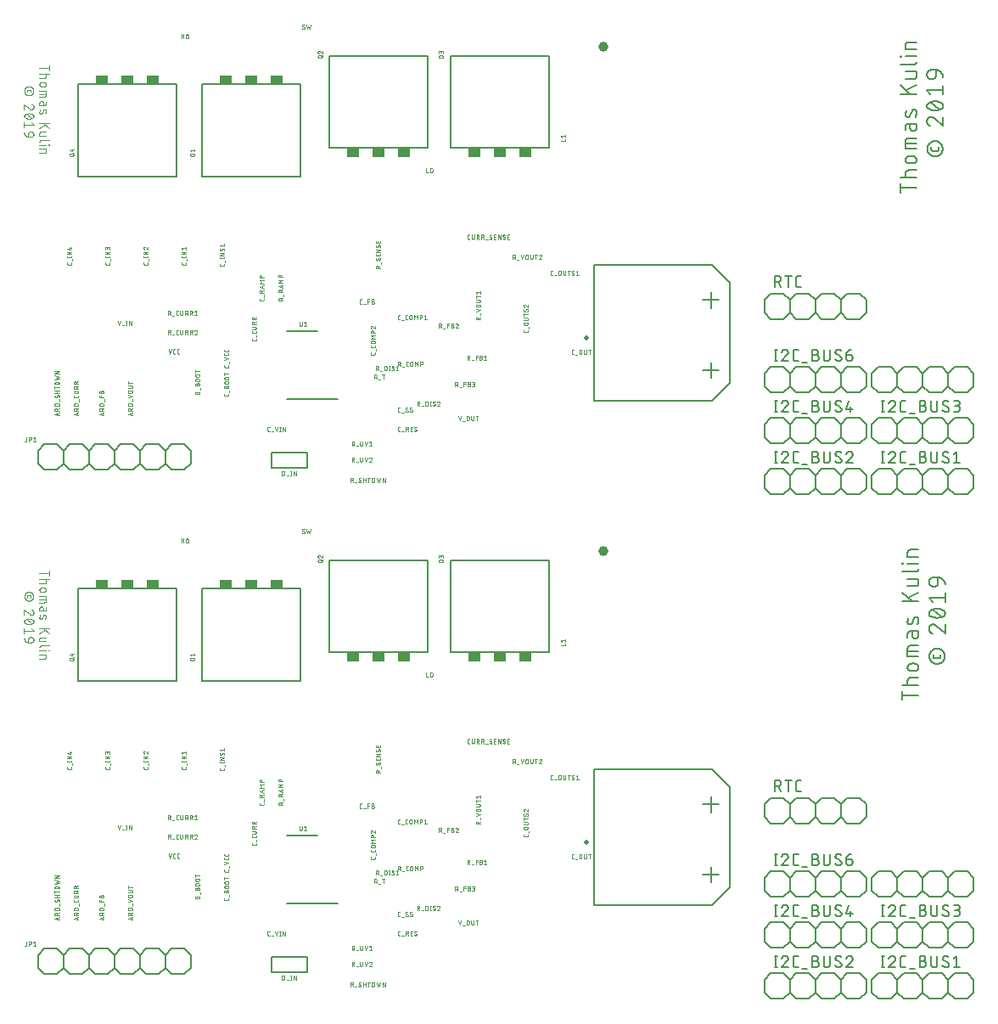
<source format=gbr>
G04 EAGLE Gerber RS-274X export*
G75*
%MOMM*%
%FSLAX34Y34*%
%LPD*%
%INSilkscreen Top*%
%IPPOS*%
%AMOC8*
5,1,8,0,0,1.08239X$1,22.5*%
G01*
%ADD10C,0.076200*%
%ADD11C,0.050800*%
%ADD12C,0.127000*%
%ADD13C,0.152400*%
%ADD14C,0.203200*%
%ADD15C,1.000000*%
%ADD16C,0.500000*%
%ADD17C,0.177800*%
%ADD18R,1.270000X0.952500*%
%ADD19R,1.270000X0.952600*%


D10*
X100244Y91346D02*
X95926Y92785D01*
X100244Y94225D01*
X99164Y93865D02*
X99164Y91706D01*
X100244Y96353D02*
X95926Y96353D01*
X95926Y97552D01*
X95928Y97620D01*
X95934Y97689D01*
X95944Y97756D01*
X95957Y97824D01*
X95975Y97890D01*
X95996Y97955D01*
X96021Y98019D01*
X96049Y98081D01*
X96081Y98142D01*
X96116Y98200D01*
X96155Y98257D01*
X96197Y98311D01*
X96242Y98363D01*
X96289Y98412D01*
X96340Y98458D01*
X96393Y98501D01*
X96448Y98542D01*
X96506Y98579D01*
X96565Y98612D01*
X96627Y98643D01*
X96690Y98669D01*
X96754Y98692D01*
X96820Y98712D01*
X96887Y98727D01*
X96954Y98739D01*
X97022Y98747D01*
X97091Y98751D01*
X97159Y98751D01*
X97228Y98747D01*
X97296Y98739D01*
X97363Y98727D01*
X97430Y98712D01*
X97496Y98692D01*
X97560Y98669D01*
X97623Y98643D01*
X97685Y98612D01*
X97744Y98579D01*
X97802Y98542D01*
X97857Y98501D01*
X97910Y98458D01*
X97961Y98412D01*
X98008Y98363D01*
X98053Y98311D01*
X98095Y98257D01*
X98134Y98200D01*
X98169Y98142D01*
X98201Y98081D01*
X98229Y98019D01*
X98254Y97955D01*
X98275Y97890D01*
X98293Y97824D01*
X98306Y97756D01*
X98316Y97689D01*
X98322Y97620D01*
X98324Y97552D01*
X98325Y97552D02*
X98325Y96353D01*
X98325Y97792D02*
X100244Y98752D01*
X100244Y101035D02*
X95926Y101035D01*
X95926Y102234D01*
X95928Y102301D01*
X95934Y102368D01*
X95943Y102435D01*
X95956Y102501D01*
X95973Y102566D01*
X95993Y102630D01*
X96017Y102693D01*
X96045Y102754D01*
X96076Y102814D01*
X96110Y102872D01*
X96147Y102928D01*
X96188Y102982D01*
X96231Y103033D01*
X96277Y103082D01*
X96326Y103128D01*
X96377Y103171D01*
X96431Y103212D01*
X96487Y103249D01*
X96545Y103283D01*
X96605Y103314D01*
X96666Y103342D01*
X96729Y103366D01*
X96793Y103386D01*
X96858Y103403D01*
X96924Y103416D01*
X96991Y103425D01*
X97058Y103431D01*
X97125Y103433D01*
X97125Y103434D02*
X99044Y103434D01*
X99044Y103433D02*
X99111Y103431D01*
X99178Y103425D01*
X99245Y103416D01*
X99311Y103403D01*
X99376Y103386D01*
X99440Y103366D01*
X99503Y103342D01*
X99564Y103314D01*
X99624Y103283D01*
X99682Y103249D01*
X99738Y103212D01*
X99792Y103171D01*
X99843Y103128D01*
X99892Y103082D01*
X99938Y103033D01*
X99981Y102982D01*
X100022Y102928D01*
X100059Y102872D01*
X100093Y102814D01*
X100124Y102754D01*
X100152Y102693D01*
X100176Y102630D01*
X100196Y102566D01*
X100213Y102501D01*
X100226Y102435D01*
X100235Y102368D01*
X100241Y102301D01*
X100243Y102234D01*
X100244Y102234D02*
X100244Y101035D01*
X100724Y105542D02*
X100724Y107461D01*
X100244Y110357D02*
X100244Y111317D01*
X100244Y110357D02*
X100242Y110297D01*
X100236Y110237D01*
X100227Y110177D01*
X100214Y110118D01*
X100197Y110060D01*
X100177Y110004D01*
X100153Y109948D01*
X100125Y109895D01*
X100095Y109843D01*
X100061Y109793D01*
X100024Y109745D01*
X99984Y109700D01*
X99941Y109657D01*
X99896Y109617D01*
X99848Y109580D01*
X99798Y109546D01*
X99747Y109516D01*
X99693Y109488D01*
X99637Y109464D01*
X99581Y109444D01*
X99523Y109427D01*
X99464Y109414D01*
X99404Y109405D01*
X99344Y109399D01*
X99284Y109397D01*
X96885Y109397D01*
X96825Y109399D01*
X96765Y109405D01*
X96705Y109414D01*
X96646Y109427D01*
X96588Y109444D01*
X96532Y109464D01*
X96476Y109488D01*
X96423Y109516D01*
X96371Y109546D01*
X96321Y109580D01*
X96273Y109617D01*
X96228Y109657D01*
X96185Y109700D01*
X96145Y109745D01*
X96108Y109793D01*
X96074Y109843D01*
X96044Y109894D01*
X96016Y109948D01*
X95992Y110004D01*
X95972Y110060D01*
X95955Y110118D01*
X95942Y110177D01*
X95933Y110237D01*
X95927Y110297D01*
X95925Y110357D01*
X95926Y110357D02*
X95926Y111317D01*
X95926Y113379D02*
X99044Y113379D01*
X99112Y113381D01*
X99181Y113387D01*
X99248Y113397D01*
X99316Y113410D01*
X99382Y113428D01*
X99447Y113449D01*
X99511Y113474D01*
X99573Y113502D01*
X99634Y113534D01*
X99692Y113569D01*
X99749Y113608D01*
X99803Y113650D01*
X99855Y113695D01*
X99904Y113742D01*
X99950Y113793D01*
X99993Y113846D01*
X100034Y113901D01*
X100071Y113959D01*
X100104Y114018D01*
X100135Y114080D01*
X100161Y114143D01*
X100184Y114207D01*
X100204Y114273D01*
X100219Y114340D01*
X100231Y114407D01*
X100239Y114475D01*
X100243Y114544D01*
X100243Y114612D01*
X100239Y114681D01*
X100231Y114749D01*
X100219Y114816D01*
X100204Y114883D01*
X100184Y114949D01*
X100161Y115013D01*
X100135Y115076D01*
X100104Y115138D01*
X100071Y115197D01*
X100034Y115255D01*
X99993Y115310D01*
X99950Y115363D01*
X99904Y115414D01*
X99855Y115461D01*
X99803Y115506D01*
X99749Y115548D01*
X99692Y115587D01*
X99634Y115622D01*
X99573Y115654D01*
X99511Y115682D01*
X99447Y115707D01*
X99382Y115728D01*
X99316Y115746D01*
X99248Y115759D01*
X99181Y115769D01*
X99112Y115775D01*
X99044Y115777D01*
X99044Y115778D02*
X95926Y115778D01*
X95926Y118298D02*
X100244Y118298D01*
X95926Y118298D02*
X95926Y119497D01*
X95928Y119565D01*
X95934Y119634D01*
X95944Y119701D01*
X95957Y119769D01*
X95975Y119835D01*
X95996Y119900D01*
X96021Y119964D01*
X96049Y120026D01*
X96081Y120087D01*
X96116Y120145D01*
X96155Y120202D01*
X96197Y120256D01*
X96242Y120308D01*
X96289Y120357D01*
X96340Y120403D01*
X96393Y120446D01*
X96448Y120487D01*
X96506Y120524D01*
X96565Y120557D01*
X96627Y120588D01*
X96690Y120614D01*
X96754Y120637D01*
X96820Y120657D01*
X96887Y120672D01*
X96954Y120684D01*
X97022Y120692D01*
X97091Y120696D01*
X97159Y120696D01*
X97228Y120692D01*
X97296Y120684D01*
X97363Y120672D01*
X97430Y120657D01*
X97496Y120637D01*
X97560Y120614D01*
X97623Y120588D01*
X97685Y120557D01*
X97744Y120524D01*
X97802Y120487D01*
X97857Y120446D01*
X97910Y120403D01*
X97961Y120357D01*
X98008Y120308D01*
X98053Y120256D01*
X98095Y120202D01*
X98134Y120145D01*
X98169Y120087D01*
X98201Y120026D01*
X98229Y119964D01*
X98254Y119900D01*
X98275Y119835D01*
X98293Y119769D01*
X98306Y119701D01*
X98316Y119634D01*
X98322Y119565D01*
X98324Y119497D01*
X98325Y119497D02*
X98325Y118298D01*
X98325Y119737D02*
X100244Y120697D01*
X100244Y123022D02*
X95926Y123022D01*
X95926Y124222D01*
X95928Y124290D01*
X95934Y124359D01*
X95944Y124426D01*
X95957Y124494D01*
X95975Y124560D01*
X95996Y124625D01*
X96021Y124689D01*
X96049Y124751D01*
X96081Y124812D01*
X96116Y124870D01*
X96155Y124927D01*
X96197Y124981D01*
X96242Y125033D01*
X96289Y125082D01*
X96340Y125128D01*
X96393Y125171D01*
X96448Y125212D01*
X96506Y125249D01*
X96565Y125282D01*
X96627Y125313D01*
X96690Y125339D01*
X96754Y125362D01*
X96820Y125382D01*
X96887Y125397D01*
X96954Y125409D01*
X97022Y125417D01*
X97091Y125421D01*
X97159Y125421D01*
X97228Y125417D01*
X97296Y125409D01*
X97363Y125397D01*
X97430Y125382D01*
X97496Y125362D01*
X97560Y125339D01*
X97623Y125313D01*
X97685Y125282D01*
X97744Y125249D01*
X97802Y125212D01*
X97857Y125171D01*
X97910Y125128D01*
X97961Y125082D01*
X98008Y125033D01*
X98053Y124981D01*
X98095Y124927D01*
X98134Y124870D01*
X98169Y124812D01*
X98201Y124751D01*
X98229Y124689D01*
X98254Y124625D01*
X98275Y124560D01*
X98293Y124494D01*
X98306Y124426D01*
X98316Y124359D01*
X98322Y124290D01*
X98324Y124222D01*
X98325Y124222D02*
X98325Y123022D01*
X98325Y124462D02*
X100244Y125421D01*
X121326Y92785D02*
X125644Y91346D01*
X125644Y94225D02*
X121326Y92785D01*
X124564Y93865D02*
X124564Y91706D01*
X125644Y96353D02*
X121326Y96353D01*
X121326Y97552D01*
X121328Y97620D01*
X121334Y97689D01*
X121344Y97756D01*
X121357Y97824D01*
X121375Y97890D01*
X121396Y97955D01*
X121421Y98019D01*
X121449Y98081D01*
X121481Y98142D01*
X121516Y98200D01*
X121555Y98257D01*
X121597Y98311D01*
X121642Y98363D01*
X121689Y98412D01*
X121740Y98458D01*
X121793Y98501D01*
X121848Y98542D01*
X121906Y98579D01*
X121965Y98612D01*
X122027Y98643D01*
X122090Y98669D01*
X122154Y98692D01*
X122220Y98712D01*
X122287Y98727D01*
X122354Y98739D01*
X122422Y98747D01*
X122491Y98751D01*
X122559Y98751D01*
X122628Y98747D01*
X122696Y98739D01*
X122763Y98727D01*
X122830Y98712D01*
X122896Y98692D01*
X122960Y98669D01*
X123023Y98643D01*
X123085Y98612D01*
X123144Y98579D01*
X123202Y98542D01*
X123257Y98501D01*
X123310Y98458D01*
X123361Y98412D01*
X123408Y98363D01*
X123453Y98311D01*
X123495Y98257D01*
X123534Y98200D01*
X123569Y98142D01*
X123601Y98081D01*
X123629Y98019D01*
X123654Y97955D01*
X123675Y97890D01*
X123693Y97824D01*
X123706Y97756D01*
X123716Y97689D01*
X123722Y97620D01*
X123724Y97552D01*
X123725Y97552D02*
X123725Y96353D01*
X123725Y97792D02*
X125644Y98752D01*
X125644Y101035D02*
X121326Y101035D01*
X121326Y102234D01*
X121328Y102301D01*
X121334Y102368D01*
X121343Y102435D01*
X121356Y102501D01*
X121373Y102566D01*
X121393Y102630D01*
X121417Y102693D01*
X121445Y102754D01*
X121476Y102814D01*
X121510Y102872D01*
X121547Y102928D01*
X121588Y102982D01*
X121631Y103033D01*
X121677Y103082D01*
X121726Y103128D01*
X121777Y103171D01*
X121831Y103212D01*
X121887Y103249D01*
X121945Y103283D01*
X122005Y103314D01*
X122066Y103342D01*
X122129Y103366D01*
X122193Y103386D01*
X122258Y103403D01*
X122324Y103416D01*
X122391Y103425D01*
X122458Y103431D01*
X122525Y103433D01*
X122525Y103434D02*
X124444Y103434D01*
X124444Y103433D02*
X124511Y103431D01*
X124578Y103425D01*
X124645Y103416D01*
X124711Y103403D01*
X124776Y103386D01*
X124840Y103366D01*
X124903Y103342D01*
X124964Y103314D01*
X125024Y103283D01*
X125082Y103249D01*
X125138Y103212D01*
X125192Y103171D01*
X125243Y103128D01*
X125292Y103082D01*
X125338Y103033D01*
X125381Y102982D01*
X125422Y102928D01*
X125459Y102872D01*
X125493Y102814D01*
X125524Y102754D01*
X125552Y102693D01*
X125576Y102630D01*
X125596Y102566D01*
X125613Y102501D01*
X125626Y102435D01*
X125635Y102368D01*
X125641Y102301D01*
X125643Y102234D01*
X125644Y102234D02*
X125644Y101035D01*
X126124Y105542D02*
X126124Y107461D01*
X125644Y109582D02*
X121326Y109582D01*
X121326Y111501D01*
X123245Y111501D02*
X123245Y109582D01*
X123245Y113629D02*
X123245Y114828D01*
X123247Y114896D01*
X123253Y114965D01*
X123263Y115032D01*
X123276Y115100D01*
X123294Y115166D01*
X123315Y115231D01*
X123340Y115295D01*
X123368Y115357D01*
X123400Y115418D01*
X123435Y115476D01*
X123474Y115533D01*
X123516Y115587D01*
X123561Y115639D01*
X123608Y115688D01*
X123659Y115734D01*
X123712Y115777D01*
X123767Y115818D01*
X123825Y115855D01*
X123884Y115888D01*
X123946Y115919D01*
X124009Y115945D01*
X124073Y115968D01*
X124139Y115988D01*
X124206Y116003D01*
X124273Y116015D01*
X124341Y116023D01*
X124410Y116027D01*
X124478Y116027D01*
X124547Y116023D01*
X124615Y116015D01*
X124682Y116003D01*
X124749Y115988D01*
X124815Y115968D01*
X124879Y115945D01*
X124942Y115919D01*
X125004Y115888D01*
X125063Y115855D01*
X125121Y115818D01*
X125176Y115777D01*
X125229Y115734D01*
X125280Y115688D01*
X125327Y115639D01*
X125372Y115587D01*
X125414Y115533D01*
X125453Y115476D01*
X125488Y115418D01*
X125520Y115357D01*
X125548Y115295D01*
X125573Y115231D01*
X125594Y115166D01*
X125612Y115100D01*
X125625Y115032D01*
X125635Y114965D01*
X125641Y114896D01*
X125643Y114828D01*
X125644Y114828D02*
X125644Y113629D01*
X121326Y113629D01*
X121326Y114828D01*
X121325Y114828D02*
X121327Y114888D01*
X121333Y114948D01*
X121342Y115008D01*
X121355Y115067D01*
X121372Y115125D01*
X121392Y115181D01*
X121416Y115237D01*
X121444Y115290D01*
X121474Y115342D01*
X121508Y115392D01*
X121545Y115440D01*
X121585Y115485D01*
X121628Y115528D01*
X121673Y115568D01*
X121721Y115605D01*
X121771Y115639D01*
X121823Y115669D01*
X121876Y115697D01*
X121932Y115721D01*
X121988Y115741D01*
X122046Y115758D01*
X122105Y115771D01*
X122165Y115780D01*
X122225Y115786D01*
X122285Y115788D01*
X122345Y115786D01*
X122405Y115780D01*
X122465Y115771D01*
X122524Y115758D01*
X122582Y115741D01*
X122638Y115721D01*
X122694Y115697D01*
X122747Y115669D01*
X122799Y115639D01*
X122849Y115605D01*
X122897Y115568D01*
X122942Y115528D01*
X122985Y115485D01*
X123025Y115440D01*
X123062Y115392D01*
X123096Y115342D01*
X123126Y115290D01*
X123154Y115237D01*
X123178Y115181D01*
X123198Y115125D01*
X123215Y115067D01*
X123228Y115008D01*
X123237Y114948D01*
X123243Y114888D01*
X123245Y114828D01*
X81194Y91346D02*
X76876Y92785D01*
X81194Y94225D01*
X80114Y93865D02*
X80114Y91706D01*
X81194Y96353D02*
X76876Y96353D01*
X76876Y97552D01*
X76878Y97620D01*
X76884Y97689D01*
X76894Y97756D01*
X76907Y97824D01*
X76925Y97890D01*
X76946Y97955D01*
X76971Y98019D01*
X76999Y98081D01*
X77031Y98142D01*
X77066Y98200D01*
X77105Y98257D01*
X77147Y98311D01*
X77192Y98363D01*
X77239Y98412D01*
X77290Y98458D01*
X77343Y98501D01*
X77398Y98542D01*
X77456Y98579D01*
X77515Y98612D01*
X77577Y98643D01*
X77640Y98669D01*
X77704Y98692D01*
X77770Y98712D01*
X77837Y98727D01*
X77904Y98739D01*
X77972Y98747D01*
X78041Y98751D01*
X78109Y98751D01*
X78178Y98747D01*
X78246Y98739D01*
X78313Y98727D01*
X78380Y98712D01*
X78446Y98692D01*
X78510Y98669D01*
X78573Y98643D01*
X78635Y98612D01*
X78694Y98579D01*
X78752Y98542D01*
X78807Y98501D01*
X78860Y98458D01*
X78911Y98412D01*
X78958Y98363D01*
X79003Y98311D01*
X79045Y98257D01*
X79084Y98200D01*
X79119Y98142D01*
X79151Y98081D01*
X79179Y98019D01*
X79204Y97955D01*
X79225Y97890D01*
X79243Y97824D01*
X79256Y97756D01*
X79266Y97689D01*
X79272Y97620D01*
X79274Y97552D01*
X79275Y97552D02*
X79275Y96353D01*
X79275Y97792D02*
X81194Y98752D01*
X81194Y101035D02*
X76876Y101035D01*
X76876Y102234D01*
X76878Y102301D01*
X76884Y102368D01*
X76893Y102435D01*
X76906Y102501D01*
X76923Y102566D01*
X76943Y102630D01*
X76967Y102693D01*
X76995Y102754D01*
X77026Y102814D01*
X77060Y102872D01*
X77097Y102928D01*
X77138Y102982D01*
X77181Y103033D01*
X77227Y103082D01*
X77276Y103128D01*
X77327Y103171D01*
X77381Y103212D01*
X77437Y103249D01*
X77495Y103283D01*
X77555Y103314D01*
X77616Y103342D01*
X77679Y103366D01*
X77743Y103386D01*
X77808Y103403D01*
X77874Y103416D01*
X77941Y103425D01*
X78008Y103431D01*
X78075Y103433D01*
X78075Y103434D02*
X79994Y103434D01*
X79994Y103433D02*
X80061Y103431D01*
X80128Y103425D01*
X80195Y103416D01*
X80261Y103403D01*
X80326Y103386D01*
X80390Y103366D01*
X80453Y103342D01*
X80514Y103314D01*
X80574Y103283D01*
X80632Y103249D01*
X80688Y103212D01*
X80742Y103171D01*
X80793Y103128D01*
X80842Y103082D01*
X80888Y103033D01*
X80931Y102982D01*
X80972Y102928D01*
X81009Y102872D01*
X81043Y102814D01*
X81074Y102754D01*
X81102Y102693D01*
X81126Y102630D01*
X81146Y102566D01*
X81163Y102501D01*
X81176Y102435D01*
X81185Y102368D01*
X81191Y102301D01*
X81193Y102234D01*
X81194Y102234D02*
X81194Y101035D01*
X81674Y105542D02*
X81674Y107461D01*
X81194Y110704D02*
X81192Y110764D01*
X81186Y110824D01*
X81177Y110884D01*
X81164Y110943D01*
X81147Y111001D01*
X81127Y111057D01*
X81103Y111113D01*
X81075Y111166D01*
X81045Y111218D01*
X81011Y111268D01*
X80974Y111316D01*
X80934Y111361D01*
X80891Y111404D01*
X80846Y111444D01*
X80798Y111481D01*
X80748Y111515D01*
X80696Y111545D01*
X80643Y111573D01*
X80587Y111597D01*
X80531Y111617D01*
X80473Y111634D01*
X80414Y111647D01*
X80354Y111656D01*
X80294Y111662D01*
X80234Y111664D01*
X81194Y110704D02*
X81192Y110615D01*
X81186Y110526D01*
X81176Y110438D01*
X81163Y110350D01*
X81145Y110263D01*
X81124Y110177D01*
X81099Y110091D01*
X81070Y110007D01*
X81038Y109924D01*
X81002Y109843D01*
X80963Y109763D01*
X80920Y109686D01*
X80873Y109610D01*
X80824Y109536D01*
X80771Y109464D01*
X80715Y109395D01*
X80656Y109329D01*
X80594Y109265D01*
X77835Y109384D02*
X77775Y109386D01*
X77715Y109392D01*
X77655Y109401D01*
X77596Y109414D01*
X77538Y109431D01*
X77482Y109451D01*
X77426Y109475D01*
X77373Y109503D01*
X77321Y109533D01*
X77271Y109567D01*
X77223Y109604D01*
X77178Y109644D01*
X77135Y109687D01*
X77095Y109732D01*
X77058Y109780D01*
X77024Y109830D01*
X76994Y109882D01*
X76966Y109935D01*
X76942Y109991D01*
X76922Y110047D01*
X76905Y110105D01*
X76892Y110164D01*
X76883Y110224D01*
X76877Y110284D01*
X76875Y110344D01*
X76876Y110344D02*
X76878Y110427D01*
X76884Y110509D01*
X76893Y110591D01*
X76906Y110673D01*
X76923Y110754D01*
X76944Y110834D01*
X76968Y110913D01*
X76996Y110991D01*
X77028Y111067D01*
X77063Y111142D01*
X77101Y111215D01*
X77143Y111287D01*
X77188Y111356D01*
X77236Y111423D01*
X78675Y109864D02*
X78643Y109814D01*
X78608Y109765D01*
X78571Y109719D01*
X78530Y109676D01*
X78487Y109634D01*
X78442Y109596D01*
X78394Y109560D01*
X78344Y109528D01*
X78293Y109498D01*
X78239Y109472D01*
X78184Y109449D01*
X78128Y109429D01*
X78071Y109413D01*
X78013Y109400D01*
X77954Y109391D01*
X77895Y109386D01*
X77835Y109384D01*
X79394Y111183D02*
X79426Y111233D01*
X79461Y111282D01*
X79498Y111328D01*
X79539Y111371D01*
X79582Y111413D01*
X79627Y111451D01*
X79675Y111487D01*
X79725Y111519D01*
X79776Y111549D01*
X79830Y111575D01*
X79885Y111598D01*
X79941Y111618D01*
X79998Y111634D01*
X80056Y111647D01*
X80115Y111656D01*
X80174Y111661D01*
X80234Y111663D01*
X79395Y111183D02*
X78675Y109864D01*
X76876Y113836D02*
X81194Y113836D01*
X78795Y113836D02*
X78795Y116235D01*
X76876Y116235D02*
X81194Y116235D01*
X81194Y119455D02*
X76876Y119455D01*
X76876Y118256D02*
X76876Y120655D01*
X76876Y122675D02*
X81194Y122675D01*
X76876Y122675D02*
X76876Y123875D01*
X76878Y123942D01*
X76884Y124009D01*
X76893Y124076D01*
X76906Y124142D01*
X76923Y124207D01*
X76943Y124271D01*
X76967Y124334D01*
X76995Y124395D01*
X77026Y124455D01*
X77060Y124513D01*
X77097Y124569D01*
X77138Y124623D01*
X77181Y124674D01*
X77227Y124723D01*
X77276Y124769D01*
X77327Y124812D01*
X77381Y124853D01*
X77437Y124890D01*
X77495Y124924D01*
X77555Y124955D01*
X77616Y124983D01*
X77679Y125007D01*
X77743Y125027D01*
X77808Y125044D01*
X77874Y125057D01*
X77941Y125066D01*
X78008Y125072D01*
X78075Y125074D01*
X79994Y125074D01*
X80061Y125072D01*
X80128Y125066D01*
X80195Y125057D01*
X80261Y125044D01*
X80326Y125027D01*
X80390Y125007D01*
X80453Y124983D01*
X80514Y124955D01*
X80574Y124924D01*
X80632Y124890D01*
X80688Y124853D01*
X80742Y124812D01*
X80793Y124769D01*
X80842Y124723D01*
X80888Y124674D01*
X80931Y124623D01*
X80972Y124569D01*
X81009Y124513D01*
X81043Y124455D01*
X81074Y124395D01*
X81102Y124334D01*
X81126Y124271D01*
X81146Y124207D01*
X81163Y124142D01*
X81176Y124076D01*
X81185Y124009D01*
X81191Y123942D01*
X81193Y123875D01*
X81194Y123875D02*
X81194Y122675D01*
X81194Y128249D02*
X76876Y127290D01*
X78315Y129209D02*
X81194Y128249D01*
X81194Y130168D02*
X78315Y129209D01*
X76876Y131128D02*
X81194Y130168D01*
X81194Y133343D02*
X76876Y133343D01*
X81194Y135742D01*
X76876Y135742D01*
X149901Y92785D02*
X154219Y91346D01*
X154219Y94225D02*
X149901Y92785D01*
X153139Y93865D02*
X153139Y91706D01*
X154219Y96353D02*
X149901Y96353D01*
X149901Y97552D01*
X149903Y97620D01*
X149909Y97689D01*
X149919Y97756D01*
X149932Y97824D01*
X149950Y97890D01*
X149971Y97955D01*
X149996Y98019D01*
X150024Y98081D01*
X150056Y98142D01*
X150091Y98200D01*
X150130Y98257D01*
X150172Y98311D01*
X150217Y98363D01*
X150264Y98412D01*
X150315Y98458D01*
X150368Y98501D01*
X150423Y98542D01*
X150481Y98579D01*
X150540Y98612D01*
X150602Y98643D01*
X150665Y98669D01*
X150729Y98692D01*
X150795Y98712D01*
X150862Y98727D01*
X150929Y98739D01*
X150997Y98747D01*
X151066Y98751D01*
X151134Y98751D01*
X151203Y98747D01*
X151271Y98739D01*
X151338Y98727D01*
X151405Y98712D01*
X151471Y98692D01*
X151535Y98669D01*
X151598Y98643D01*
X151660Y98612D01*
X151719Y98579D01*
X151777Y98542D01*
X151832Y98501D01*
X151885Y98458D01*
X151936Y98412D01*
X151983Y98363D01*
X152028Y98311D01*
X152070Y98257D01*
X152109Y98200D01*
X152144Y98142D01*
X152176Y98081D01*
X152204Y98019D01*
X152229Y97955D01*
X152250Y97890D01*
X152268Y97824D01*
X152281Y97756D01*
X152291Y97689D01*
X152297Y97620D01*
X152299Y97552D01*
X152300Y97552D02*
X152300Y96353D01*
X152300Y97792D02*
X154219Y98752D01*
X154219Y101035D02*
X149901Y101035D01*
X149901Y102234D01*
X149903Y102301D01*
X149909Y102368D01*
X149918Y102435D01*
X149931Y102501D01*
X149948Y102566D01*
X149968Y102630D01*
X149992Y102693D01*
X150020Y102754D01*
X150051Y102814D01*
X150085Y102872D01*
X150122Y102928D01*
X150163Y102982D01*
X150206Y103033D01*
X150252Y103082D01*
X150301Y103128D01*
X150352Y103171D01*
X150406Y103212D01*
X150462Y103249D01*
X150520Y103283D01*
X150580Y103314D01*
X150641Y103342D01*
X150704Y103366D01*
X150768Y103386D01*
X150833Y103403D01*
X150899Y103416D01*
X150966Y103425D01*
X151033Y103431D01*
X151100Y103433D01*
X151100Y103434D02*
X153019Y103434D01*
X153019Y103433D02*
X153086Y103431D01*
X153153Y103425D01*
X153220Y103416D01*
X153286Y103403D01*
X153351Y103386D01*
X153415Y103366D01*
X153478Y103342D01*
X153539Y103314D01*
X153599Y103283D01*
X153657Y103249D01*
X153713Y103212D01*
X153767Y103171D01*
X153818Y103128D01*
X153867Y103082D01*
X153913Y103033D01*
X153956Y102982D01*
X153997Y102928D01*
X154034Y102872D01*
X154068Y102814D01*
X154099Y102754D01*
X154127Y102693D01*
X154151Y102630D01*
X154171Y102566D01*
X154188Y102501D01*
X154201Y102435D01*
X154210Y102368D01*
X154216Y102301D01*
X154218Y102234D01*
X154219Y102234D02*
X154219Y101035D01*
X154699Y105542D02*
X154699Y107461D01*
X154219Y110616D02*
X149901Y109177D01*
X149901Y112055D02*
X154219Y110616D01*
X153019Y113989D02*
X151100Y113989D01*
X151032Y113991D01*
X150963Y113997D01*
X150896Y114007D01*
X150828Y114020D01*
X150762Y114038D01*
X150697Y114059D01*
X150633Y114084D01*
X150571Y114112D01*
X150510Y114144D01*
X150452Y114179D01*
X150395Y114218D01*
X150341Y114260D01*
X150289Y114305D01*
X150240Y114352D01*
X150194Y114403D01*
X150151Y114456D01*
X150110Y114511D01*
X150073Y114569D01*
X150040Y114628D01*
X150009Y114690D01*
X149983Y114753D01*
X149960Y114817D01*
X149940Y114883D01*
X149925Y114950D01*
X149913Y115017D01*
X149905Y115085D01*
X149901Y115154D01*
X149901Y115222D01*
X149905Y115291D01*
X149913Y115359D01*
X149925Y115426D01*
X149940Y115493D01*
X149960Y115559D01*
X149983Y115623D01*
X150009Y115686D01*
X150040Y115748D01*
X150073Y115807D01*
X150110Y115865D01*
X150151Y115920D01*
X150194Y115973D01*
X150240Y116024D01*
X150289Y116071D01*
X150341Y116116D01*
X150395Y116158D01*
X150452Y116197D01*
X150510Y116232D01*
X150571Y116264D01*
X150633Y116292D01*
X150697Y116317D01*
X150762Y116338D01*
X150828Y116356D01*
X150896Y116369D01*
X150963Y116379D01*
X151032Y116385D01*
X151100Y116387D01*
X153019Y116387D01*
X153087Y116385D01*
X153156Y116379D01*
X153223Y116369D01*
X153291Y116356D01*
X153357Y116338D01*
X153422Y116317D01*
X153486Y116292D01*
X153548Y116264D01*
X153609Y116232D01*
X153667Y116197D01*
X153724Y116158D01*
X153778Y116116D01*
X153830Y116071D01*
X153879Y116024D01*
X153925Y115973D01*
X153968Y115920D01*
X154009Y115865D01*
X154046Y115807D01*
X154079Y115748D01*
X154110Y115686D01*
X154136Y115623D01*
X154159Y115559D01*
X154179Y115493D01*
X154194Y115426D01*
X154206Y115359D01*
X154214Y115291D01*
X154218Y115222D01*
X154218Y115154D01*
X154214Y115085D01*
X154206Y115017D01*
X154194Y114950D01*
X154179Y114883D01*
X154159Y114817D01*
X154136Y114753D01*
X154110Y114690D01*
X154079Y114628D01*
X154046Y114569D01*
X154009Y114511D01*
X153968Y114456D01*
X153925Y114403D01*
X153879Y114352D01*
X153830Y114305D01*
X153778Y114260D01*
X153724Y114218D01*
X153667Y114179D01*
X153609Y114144D01*
X153548Y114112D01*
X153486Y114084D01*
X153422Y114059D01*
X153357Y114038D01*
X153291Y114020D01*
X153223Y114007D01*
X153156Y113997D01*
X153087Y113991D01*
X153019Y113989D01*
X153019Y118713D02*
X149901Y118713D01*
X153019Y118713D02*
X153087Y118715D01*
X153156Y118721D01*
X153223Y118731D01*
X153291Y118744D01*
X153357Y118762D01*
X153422Y118783D01*
X153486Y118808D01*
X153548Y118836D01*
X153609Y118868D01*
X153667Y118903D01*
X153724Y118942D01*
X153778Y118984D01*
X153830Y119029D01*
X153879Y119076D01*
X153925Y119127D01*
X153968Y119180D01*
X154009Y119235D01*
X154046Y119293D01*
X154079Y119352D01*
X154110Y119414D01*
X154136Y119477D01*
X154159Y119541D01*
X154179Y119607D01*
X154194Y119674D01*
X154206Y119741D01*
X154214Y119809D01*
X154218Y119878D01*
X154218Y119946D01*
X154214Y120015D01*
X154206Y120083D01*
X154194Y120150D01*
X154179Y120217D01*
X154159Y120283D01*
X154136Y120347D01*
X154110Y120410D01*
X154079Y120472D01*
X154046Y120531D01*
X154009Y120589D01*
X153968Y120644D01*
X153925Y120697D01*
X153879Y120748D01*
X153830Y120795D01*
X153778Y120840D01*
X153724Y120882D01*
X153667Y120921D01*
X153609Y120956D01*
X153548Y120988D01*
X153486Y121016D01*
X153422Y121041D01*
X153357Y121062D01*
X153291Y121080D01*
X153223Y121093D01*
X153156Y121103D01*
X153087Y121109D01*
X153019Y121111D01*
X153019Y121112D02*
X149901Y121112D01*
X149901Y124332D02*
X154219Y124332D01*
X149901Y123132D02*
X149901Y125531D01*
X489816Y267421D02*
X490775Y267421D01*
X489816Y267421D02*
X489756Y267423D01*
X489696Y267429D01*
X489636Y267438D01*
X489577Y267451D01*
X489519Y267468D01*
X489463Y267488D01*
X489407Y267512D01*
X489354Y267540D01*
X489302Y267570D01*
X489252Y267604D01*
X489204Y267641D01*
X489159Y267681D01*
X489116Y267724D01*
X489076Y267769D01*
X489039Y267817D01*
X489005Y267867D01*
X488975Y267919D01*
X488947Y267972D01*
X488923Y268028D01*
X488903Y268084D01*
X488886Y268142D01*
X488873Y268201D01*
X488864Y268261D01*
X488858Y268321D01*
X488856Y268381D01*
X488856Y270780D01*
X488858Y270840D01*
X488864Y270900D01*
X488873Y270960D01*
X488886Y271019D01*
X488903Y271077D01*
X488923Y271133D01*
X488947Y271189D01*
X488975Y271242D01*
X489005Y271294D01*
X489039Y271344D01*
X489076Y271392D01*
X489116Y271437D01*
X489159Y271480D01*
X489204Y271520D01*
X489252Y271557D01*
X489302Y271591D01*
X489353Y271621D01*
X489407Y271649D01*
X489463Y271673D01*
X489519Y271693D01*
X489577Y271710D01*
X489636Y271723D01*
X489696Y271732D01*
X489756Y271738D01*
X489816Y271740D01*
X489816Y271739D02*
X490775Y271739D01*
X492837Y271739D02*
X492837Y268621D01*
X492838Y268621D02*
X492840Y268553D01*
X492846Y268484D01*
X492856Y268417D01*
X492869Y268349D01*
X492887Y268283D01*
X492908Y268218D01*
X492933Y268154D01*
X492961Y268092D01*
X492993Y268031D01*
X493028Y267973D01*
X493067Y267916D01*
X493109Y267862D01*
X493154Y267810D01*
X493201Y267761D01*
X493252Y267715D01*
X493305Y267672D01*
X493360Y267631D01*
X493418Y267594D01*
X493477Y267561D01*
X493539Y267530D01*
X493602Y267504D01*
X493666Y267481D01*
X493732Y267461D01*
X493799Y267446D01*
X493866Y267434D01*
X493934Y267426D01*
X494003Y267422D01*
X494071Y267422D01*
X494140Y267426D01*
X494208Y267434D01*
X494275Y267446D01*
X494342Y267461D01*
X494408Y267481D01*
X494472Y267504D01*
X494535Y267530D01*
X494597Y267561D01*
X494656Y267594D01*
X494714Y267631D01*
X494769Y267672D01*
X494822Y267715D01*
X494873Y267761D01*
X494920Y267810D01*
X494965Y267862D01*
X495007Y267916D01*
X495046Y267973D01*
X495081Y268031D01*
X495113Y268092D01*
X495141Y268154D01*
X495166Y268218D01*
X495187Y268283D01*
X495205Y268349D01*
X495218Y268417D01*
X495228Y268484D01*
X495234Y268553D01*
X495236Y268621D01*
X495236Y271739D01*
X497757Y271739D02*
X497757Y267421D01*
X497757Y271739D02*
X498956Y271739D01*
X499024Y271737D01*
X499093Y271731D01*
X499160Y271721D01*
X499228Y271708D01*
X499294Y271690D01*
X499359Y271669D01*
X499423Y271644D01*
X499485Y271616D01*
X499546Y271584D01*
X499604Y271549D01*
X499661Y271510D01*
X499715Y271468D01*
X499767Y271423D01*
X499816Y271376D01*
X499862Y271325D01*
X499905Y271272D01*
X499946Y271217D01*
X499983Y271159D01*
X500016Y271100D01*
X500047Y271038D01*
X500073Y270975D01*
X500096Y270911D01*
X500116Y270845D01*
X500131Y270778D01*
X500143Y270711D01*
X500151Y270643D01*
X500155Y270574D01*
X500155Y270506D01*
X500151Y270437D01*
X500143Y270369D01*
X500131Y270302D01*
X500116Y270235D01*
X500096Y270169D01*
X500073Y270105D01*
X500047Y270042D01*
X500016Y269980D01*
X499983Y269921D01*
X499946Y269863D01*
X499905Y269808D01*
X499862Y269755D01*
X499816Y269704D01*
X499767Y269657D01*
X499715Y269612D01*
X499661Y269570D01*
X499604Y269531D01*
X499546Y269496D01*
X499485Y269464D01*
X499423Y269436D01*
X499359Y269411D01*
X499294Y269390D01*
X499228Y269372D01*
X499160Y269359D01*
X499093Y269349D01*
X499024Y269343D01*
X498956Y269341D01*
X498956Y269340D02*
X497757Y269340D01*
X499196Y269340D02*
X500155Y267421D01*
X502481Y267421D02*
X502481Y271739D01*
X503680Y271739D01*
X503748Y271737D01*
X503817Y271731D01*
X503884Y271721D01*
X503952Y271708D01*
X504018Y271690D01*
X504083Y271669D01*
X504147Y271644D01*
X504209Y271616D01*
X504270Y271584D01*
X504328Y271549D01*
X504385Y271510D01*
X504439Y271468D01*
X504491Y271423D01*
X504540Y271376D01*
X504586Y271325D01*
X504629Y271272D01*
X504670Y271217D01*
X504707Y271159D01*
X504740Y271100D01*
X504771Y271038D01*
X504797Y270975D01*
X504820Y270911D01*
X504840Y270845D01*
X504855Y270778D01*
X504867Y270711D01*
X504875Y270643D01*
X504879Y270574D01*
X504879Y270506D01*
X504875Y270437D01*
X504867Y270369D01*
X504855Y270302D01*
X504840Y270235D01*
X504820Y270169D01*
X504797Y270105D01*
X504771Y270042D01*
X504740Y269980D01*
X504707Y269921D01*
X504670Y269863D01*
X504629Y269808D01*
X504586Y269755D01*
X504540Y269704D01*
X504491Y269657D01*
X504439Y269612D01*
X504385Y269570D01*
X504328Y269531D01*
X504270Y269496D01*
X504209Y269464D01*
X504147Y269436D01*
X504083Y269411D01*
X504018Y269390D01*
X503952Y269372D01*
X503884Y269359D01*
X503817Y269349D01*
X503748Y269343D01*
X503680Y269341D01*
X503680Y269340D02*
X502481Y269340D01*
X503920Y269340D02*
X504880Y267421D01*
X506793Y266941D02*
X508712Y266941D01*
X511955Y267421D02*
X512015Y267423D01*
X512075Y267429D01*
X512135Y267438D01*
X512194Y267451D01*
X512252Y267468D01*
X512308Y267488D01*
X512364Y267512D01*
X512417Y267540D01*
X512469Y267570D01*
X512519Y267604D01*
X512567Y267641D01*
X512612Y267681D01*
X512655Y267724D01*
X512695Y267769D01*
X512732Y267817D01*
X512766Y267867D01*
X512796Y267919D01*
X512824Y267972D01*
X512848Y268028D01*
X512868Y268084D01*
X512885Y268142D01*
X512898Y268201D01*
X512907Y268261D01*
X512913Y268321D01*
X512915Y268381D01*
X511955Y267421D02*
X511866Y267423D01*
X511777Y267429D01*
X511689Y267439D01*
X511601Y267452D01*
X511514Y267470D01*
X511428Y267491D01*
X511342Y267516D01*
X511258Y267545D01*
X511175Y267577D01*
X511094Y267613D01*
X511014Y267652D01*
X510937Y267695D01*
X510861Y267742D01*
X510787Y267791D01*
X510715Y267844D01*
X510646Y267900D01*
X510580Y267959D01*
X510516Y268021D01*
X510635Y270780D02*
X510637Y270840D01*
X510643Y270900D01*
X510652Y270960D01*
X510665Y271019D01*
X510682Y271077D01*
X510702Y271133D01*
X510726Y271189D01*
X510754Y271242D01*
X510784Y271294D01*
X510818Y271344D01*
X510855Y271392D01*
X510895Y271437D01*
X510938Y271480D01*
X510983Y271520D01*
X511031Y271557D01*
X511081Y271591D01*
X511133Y271621D01*
X511186Y271649D01*
X511242Y271673D01*
X511298Y271693D01*
X511356Y271710D01*
X511415Y271723D01*
X511475Y271732D01*
X511535Y271738D01*
X511595Y271740D01*
X511595Y271739D02*
X511678Y271737D01*
X511760Y271731D01*
X511842Y271722D01*
X511924Y271709D01*
X512005Y271692D01*
X512085Y271671D01*
X512164Y271647D01*
X512242Y271619D01*
X512318Y271587D01*
X512393Y271552D01*
X512466Y271514D01*
X512538Y271472D01*
X512607Y271427D01*
X512674Y271379D01*
X511115Y269940D02*
X511065Y269972D01*
X511016Y270007D01*
X510970Y270044D01*
X510927Y270085D01*
X510885Y270128D01*
X510847Y270173D01*
X510811Y270221D01*
X510779Y270271D01*
X510749Y270322D01*
X510723Y270376D01*
X510700Y270431D01*
X510680Y270487D01*
X510664Y270544D01*
X510651Y270602D01*
X510642Y270661D01*
X510637Y270720D01*
X510635Y270780D01*
X512435Y269221D02*
X512485Y269189D01*
X512534Y269154D01*
X512580Y269117D01*
X512623Y269076D01*
X512665Y269033D01*
X512703Y268988D01*
X512739Y268940D01*
X512771Y268890D01*
X512801Y268839D01*
X512827Y268785D01*
X512850Y268730D01*
X512870Y268674D01*
X512886Y268617D01*
X512899Y268559D01*
X512908Y268500D01*
X512913Y268441D01*
X512915Y268381D01*
X512435Y269220D02*
X511115Y269940D01*
X515101Y267421D02*
X517020Y267421D01*
X515101Y267421D02*
X515101Y271739D01*
X517020Y271739D01*
X516540Y269820D02*
X515101Y269820D01*
X519050Y271739D02*
X519050Y267421D01*
X521449Y267421D02*
X519050Y271739D01*
X521449Y271739D02*
X521449Y267421D01*
X525061Y267421D02*
X525121Y267423D01*
X525181Y267429D01*
X525241Y267438D01*
X525300Y267451D01*
X525358Y267468D01*
X525414Y267488D01*
X525470Y267512D01*
X525523Y267540D01*
X525575Y267570D01*
X525625Y267604D01*
X525673Y267641D01*
X525718Y267681D01*
X525761Y267724D01*
X525801Y267769D01*
X525838Y267817D01*
X525872Y267867D01*
X525902Y267919D01*
X525930Y267972D01*
X525954Y268028D01*
X525974Y268084D01*
X525991Y268142D01*
X526004Y268201D01*
X526013Y268261D01*
X526019Y268321D01*
X526021Y268381D01*
X525061Y267421D02*
X524972Y267423D01*
X524883Y267429D01*
X524795Y267439D01*
X524707Y267452D01*
X524620Y267470D01*
X524534Y267491D01*
X524448Y267516D01*
X524364Y267545D01*
X524281Y267577D01*
X524200Y267613D01*
X524120Y267652D01*
X524043Y267695D01*
X523967Y267742D01*
X523893Y267791D01*
X523821Y267844D01*
X523752Y267900D01*
X523686Y267959D01*
X523622Y268021D01*
X523742Y270780D02*
X523744Y270840D01*
X523750Y270900D01*
X523759Y270960D01*
X523772Y271019D01*
X523789Y271077D01*
X523809Y271133D01*
X523833Y271189D01*
X523861Y271242D01*
X523891Y271294D01*
X523925Y271344D01*
X523962Y271392D01*
X524002Y271437D01*
X524045Y271480D01*
X524090Y271520D01*
X524138Y271557D01*
X524188Y271591D01*
X524240Y271621D01*
X524293Y271649D01*
X524349Y271673D01*
X524405Y271693D01*
X524463Y271710D01*
X524522Y271723D01*
X524582Y271732D01*
X524642Y271738D01*
X524702Y271740D01*
X524702Y271739D02*
X524785Y271737D01*
X524867Y271731D01*
X524949Y271722D01*
X525031Y271709D01*
X525112Y271692D01*
X525192Y271671D01*
X525271Y271647D01*
X525349Y271619D01*
X525425Y271587D01*
X525500Y271552D01*
X525573Y271514D01*
X525645Y271472D01*
X525714Y271427D01*
X525781Y271379D01*
X524222Y269940D02*
X524172Y269972D01*
X524123Y270007D01*
X524077Y270044D01*
X524034Y270085D01*
X523992Y270128D01*
X523954Y270173D01*
X523918Y270221D01*
X523886Y270271D01*
X523856Y270322D01*
X523830Y270376D01*
X523807Y270431D01*
X523787Y270487D01*
X523771Y270544D01*
X523758Y270602D01*
X523749Y270661D01*
X523744Y270720D01*
X523742Y270780D01*
X525541Y269221D02*
X525591Y269189D01*
X525640Y269154D01*
X525686Y269117D01*
X525729Y269076D01*
X525771Y269033D01*
X525809Y268988D01*
X525845Y268940D01*
X525877Y268890D01*
X525907Y268839D01*
X525933Y268785D01*
X525956Y268730D01*
X525976Y268674D01*
X525992Y268617D01*
X526005Y268559D01*
X526014Y268500D01*
X526019Y268441D01*
X526021Y268381D01*
X525541Y269220D02*
X524222Y269940D01*
X528207Y267421D02*
X530126Y267421D01*
X528207Y267421D02*
X528207Y271739D01*
X530126Y271739D01*
X529646Y269820D02*
X528207Y269820D01*
X250444Y112790D02*
X250444Y111831D01*
X250442Y111771D01*
X250436Y111711D01*
X250427Y111651D01*
X250414Y111592D01*
X250397Y111534D01*
X250377Y111478D01*
X250353Y111422D01*
X250325Y111369D01*
X250295Y111317D01*
X250261Y111267D01*
X250224Y111219D01*
X250184Y111174D01*
X250141Y111131D01*
X250096Y111091D01*
X250048Y111054D01*
X249998Y111020D01*
X249947Y110990D01*
X249893Y110962D01*
X249837Y110938D01*
X249781Y110918D01*
X249723Y110901D01*
X249664Y110888D01*
X249604Y110879D01*
X249544Y110873D01*
X249484Y110871D01*
X247086Y110871D01*
X247026Y110873D01*
X246966Y110879D01*
X246906Y110888D01*
X246847Y110901D01*
X246789Y110918D01*
X246733Y110938D01*
X246677Y110962D01*
X246624Y110990D01*
X246572Y111020D01*
X246522Y111054D01*
X246474Y111091D01*
X246429Y111131D01*
X246386Y111174D01*
X246346Y111219D01*
X246309Y111267D01*
X246275Y111317D01*
X246245Y111368D01*
X246217Y111422D01*
X246193Y111478D01*
X246173Y111534D01*
X246156Y111592D01*
X246143Y111651D01*
X246134Y111711D01*
X246128Y111771D01*
X246126Y111831D01*
X246126Y112790D01*
X250924Y114483D02*
X250924Y116402D01*
X248045Y118607D02*
X248045Y119807D01*
X248046Y119807D02*
X248048Y119875D01*
X248054Y119944D01*
X248064Y120011D01*
X248077Y120079D01*
X248095Y120145D01*
X248116Y120210D01*
X248141Y120274D01*
X248169Y120336D01*
X248201Y120397D01*
X248236Y120455D01*
X248275Y120512D01*
X248317Y120566D01*
X248362Y120618D01*
X248409Y120667D01*
X248460Y120713D01*
X248513Y120756D01*
X248568Y120797D01*
X248626Y120834D01*
X248685Y120867D01*
X248747Y120898D01*
X248810Y120924D01*
X248874Y120947D01*
X248940Y120967D01*
X249007Y120982D01*
X249074Y120994D01*
X249142Y121002D01*
X249211Y121006D01*
X249279Y121006D01*
X249348Y121002D01*
X249416Y120994D01*
X249483Y120982D01*
X249550Y120967D01*
X249616Y120947D01*
X249680Y120924D01*
X249743Y120898D01*
X249805Y120867D01*
X249864Y120834D01*
X249922Y120797D01*
X249977Y120756D01*
X250030Y120713D01*
X250081Y120667D01*
X250128Y120618D01*
X250173Y120566D01*
X250215Y120512D01*
X250254Y120455D01*
X250289Y120397D01*
X250321Y120336D01*
X250349Y120274D01*
X250374Y120210D01*
X250395Y120145D01*
X250413Y120079D01*
X250426Y120011D01*
X250436Y119944D01*
X250442Y119875D01*
X250444Y119807D01*
X250444Y118607D01*
X246126Y118607D01*
X246126Y119807D01*
X246128Y119867D01*
X246134Y119927D01*
X246143Y119987D01*
X246156Y120046D01*
X246173Y120104D01*
X246193Y120160D01*
X246217Y120216D01*
X246245Y120269D01*
X246275Y120321D01*
X246309Y120371D01*
X246346Y120419D01*
X246386Y120464D01*
X246429Y120507D01*
X246474Y120547D01*
X246522Y120584D01*
X246572Y120618D01*
X246624Y120648D01*
X246677Y120676D01*
X246733Y120700D01*
X246789Y120720D01*
X246847Y120737D01*
X246906Y120750D01*
X246966Y120759D01*
X247026Y120765D01*
X247086Y120767D01*
X247146Y120765D01*
X247206Y120759D01*
X247266Y120750D01*
X247325Y120737D01*
X247383Y120720D01*
X247439Y120700D01*
X247495Y120676D01*
X247548Y120648D01*
X247600Y120618D01*
X247650Y120584D01*
X247698Y120547D01*
X247743Y120507D01*
X247786Y120464D01*
X247826Y120419D01*
X247863Y120371D01*
X247897Y120321D01*
X247927Y120269D01*
X247955Y120216D01*
X247979Y120160D01*
X247999Y120104D01*
X248016Y120046D01*
X248029Y119987D01*
X248038Y119927D01*
X248044Y119867D01*
X248046Y119807D01*
X247325Y122930D02*
X249245Y122930D01*
X247325Y122930D02*
X247257Y122932D01*
X247188Y122938D01*
X247121Y122948D01*
X247053Y122961D01*
X246987Y122979D01*
X246922Y123000D01*
X246858Y123025D01*
X246796Y123053D01*
X246735Y123085D01*
X246677Y123120D01*
X246620Y123159D01*
X246566Y123201D01*
X246514Y123246D01*
X246465Y123293D01*
X246419Y123344D01*
X246376Y123397D01*
X246335Y123452D01*
X246298Y123510D01*
X246265Y123569D01*
X246234Y123631D01*
X246208Y123694D01*
X246185Y123758D01*
X246165Y123824D01*
X246150Y123891D01*
X246138Y123958D01*
X246130Y124026D01*
X246126Y124095D01*
X246126Y124163D01*
X246130Y124232D01*
X246138Y124300D01*
X246150Y124367D01*
X246165Y124434D01*
X246185Y124500D01*
X246208Y124564D01*
X246234Y124627D01*
X246265Y124689D01*
X246298Y124748D01*
X246335Y124806D01*
X246376Y124861D01*
X246419Y124914D01*
X246465Y124965D01*
X246514Y125012D01*
X246566Y125057D01*
X246620Y125099D01*
X246677Y125138D01*
X246735Y125173D01*
X246796Y125205D01*
X246858Y125233D01*
X246922Y125258D01*
X246987Y125279D01*
X247053Y125297D01*
X247121Y125310D01*
X247188Y125320D01*
X247257Y125326D01*
X247325Y125328D01*
X249245Y125328D01*
X249313Y125326D01*
X249382Y125320D01*
X249449Y125310D01*
X249517Y125297D01*
X249583Y125279D01*
X249648Y125258D01*
X249712Y125233D01*
X249774Y125205D01*
X249835Y125173D01*
X249893Y125138D01*
X249950Y125099D01*
X250004Y125057D01*
X250056Y125012D01*
X250105Y124965D01*
X250151Y124914D01*
X250194Y124861D01*
X250235Y124806D01*
X250272Y124748D01*
X250305Y124689D01*
X250336Y124627D01*
X250362Y124564D01*
X250385Y124500D01*
X250405Y124434D01*
X250420Y124367D01*
X250432Y124300D01*
X250440Y124232D01*
X250444Y124163D01*
X250444Y124095D01*
X250440Y124026D01*
X250432Y123958D01*
X250420Y123891D01*
X250405Y123824D01*
X250385Y123758D01*
X250362Y123694D01*
X250336Y123631D01*
X250305Y123569D01*
X250272Y123510D01*
X250235Y123452D01*
X250194Y123397D01*
X250151Y123344D01*
X250105Y123293D01*
X250056Y123246D01*
X250004Y123201D01*
X249950Y123159D01*
X249893Y123120D01*
X249835Y123085D01*
X249774Y123053D01*
X249712Y123025D01*
X249648Y123000D01*
X249583Y122979D01*
X249517Y122961D01*
X249449Y122948D01*
X249382Y122938D01*
X249313Y122932D01*
X249245Y122930D01*
X249245Y127502D02*
X247325Y127502D01*
X247257Y127504D01*
X247188Y127510D01*
X247121Y127520D01*
X247053Y127533D01*
X246987Y127551D01*
X246922Y127572D01*
X246858Y127597D01*
X246796Y127625D01*
X246735Y127657D01*
X246677Y127692D01*
X246620Y127731D01*
X246566Y127773D01*
X246514Y127818D01*
X246465Y127865D01*
X246419Y127916D01*
X246376Y127969D01*
X246335Y128024D01*
X246298Y128082D01*
X246265Y128141D01*
X246234Y128203D01*
X246208Y128266D01*
X246185Y128330D01*
X246165Y128396D01*
X246150Y128463D01*
X246138Y128530D01*
X246130Y128598D01*
X246126Y128667D01*
X246126Y128735D01*
X246130Y128804D01*
X246138Y128872D01*
X246150Y128939D01*
X246165Y129006D01*
X246185Y129072D01*
X246208Y129136D01*
X246234Y129199D01*
X246265Y129261D01*
X246298Y129320D01*
X246335Y129378D01*
X246376Y129433D01*
X246419Y129486D01*
X246465Y129537D01*
X246514Y129584D01*
X246566Y129629D01*
X246620Y129671D01*
X246677Y129710D01*
X246735Y129745D01*
X246796Y129777D01*
X246858Y129805D01*
X246922Y129830D01*
X246987Y129851D01*
X247053Y129869D01*
X247121Y129882D01*
X247188Y129892D01*
X247257Y129898D01*
X247325Y129900D01*
X249245Y129900D01*
X249313Y129898D01*
X249382Y129892D01*
X249449Y129882D01*
X249517Y129869D01*
X249583Y129851D01*
X249648Y129830D01*
X249712Y129805D01*
X249774Y129777D01*
X249835Y129745D01*
X249893Y129710D01*
X249950Y129671D01*
X250004Y129629D01*
X250056Y129584D01*
X250105Y129537D01*
X250151Y129486D01*
X250194Y129433D01*
X250235Y129378D01*
X250272Y129320D01*
X250305Y129261D01*
X250336Y129199D01*
X250362Y129136D01*
X250385Y129072D01*
X250405Y129006D01*
X250420Y128939D01*
X250432Y128872D01*
X250440Y128804D01*
X250444Y128735D01*
X250444Y128667D01*
X250440Y128598D01*
X250432Y128530D01*
X250420Y128463D01*
X250405Y128396D01*
X250385Y128330D01*
X250362Y128266D01*
X250336Y128203D01*
X250305Y128141D01*
X250272Y128082D01*
X250235Y128024D01*
X250194Y127969D01*
X250151Y127916D01*
X250105Y127865D01*
X250056Y127818D01*
X250004Y127773D01*
X249950Y127731D01*
X249893Y127692D01*
X249835Y127657D01*
X249774Y127625D01*
X249712Y127597D01*
X249648Y127572D01*
X249583Y127551D01*
X249517Y127533D01*
X249449Y127520D01*
X249382Y127510D01*
X249313Y127504D01*
X249245Y127502D01*
X250444Y132968D02*
X246126Y132968D01*
X246126Y131769D02*
X246126Y134168D01*
X420441Y187071D02*
X421400Y187071D01*
X420441Y187071D02*
X420381Y187073D01*
X420321Y187079D01*
X420261Y187088D01*
X420202Y187101D01*
X420144Y187118D01*
X420088Y187138D01*
X420032Y187162D01*
X419979Y187190D01*
X419927Y187220D01*
X419877Y187254D01*
X419829Y187291D01*
X419784Y187331D01*
X419741Y187374D01*
X419701Y187419D01*
X419664Y187467D01*
X419630Y187517D01*
X419600Y187569D01*
X419572Y187622D01*
X419548Y187678D01*
X419528Y187734D01*
X419511Y187792D01*
X419498Y187851D01*
X419489Y187911D01*
X419483Y187971D01*
X419481Y188031D01*
X419481Y190429D01*
X419483Y190489D01*
X419489Y190549D01*
X419498Y190609D01*
X419511Y190668D01*
X419528Y190726D01*
X419548Y190782D01*
X419572Y190838D01*
X419600Y190891D01*
X419630Y190943D01*
X419664Y190993D01*
X419701Y191041D01*
X419741Y191086D01*
X419784Y191129D01*
X419829Y191169D01*
X419877Y191206D01*
X419927Y191240D01*
X419978Y191270D01*
X420032Y191298D01*
X420088Y191322D01*
X420144Y191342D01*
X420202Y191359D01*
X420261Y191372D01*
X420321Y191381D01*
X420381Y191387D01*
X420441Y191389D01*
X421400Y191389D01*
X423093Y186591D02*
X425012Y186591D01*
X427908Y187071D02*
X428868Y187071D01*
X427908Y187071D02*
X427848Y187073D01*
X427788Y187079D01*
X427728Y187088D01*
X427669Y187101D01*
X427611Y187118D01*
X427555Y187138D01*
X427499Y187162D01*
X427446Y187190D01*
X427394Y187220D01*
X427344Y187254D01*
X427296Y187291D01*
X427251Y187331D01*
X427208Y187374D01*
X427168Y187419D01*
X427131Y187467D01*
X427097Y187517D01*
X427067Y187569D01*
X427039Y187622D01*
X427015Y187678D01*
X426995Y187734D01*
X426978Y187792D01*
X426965Y187851D01*
X426956Y187911D01*
X426950Y187971D01*
X426948Y188031D01*
X426948Y190429D01*
X426950Y190489D01*
X426956Y190549D01*
X426965Y190609D01*
X426978Y190668D01*
X426995Y190726D01*
X427015Y190782D01*
X427039Y190838D01*
X427067Y190891D01*
X427097Y190943D01*
X427131Y190993D01*
X427168Y191041D01*
X427208Y191086D01*
X427251Y191129D01*
X427296Y191169D01*
X427344Y191206D01*
X427394Y191240D01*
X427445Y191270D01*
X427499Y191298D01*
X427555Y191322D01*
X427611Y191342D01*
X427669Y191359D01*
X427728Y191372D01*
X427788Y191381D01*
X427848Y191387D01*
X427908Y191389D01*
X428868Y191389D01*
X430778Y190190D02*
X430778Y188270D01*
X430778Y190190D02*
X430780Y190258D01*
X430786Y190327D01*
X430796Y190394D01*
X430809Y190462D01*
X430827Y190528D01*
X430848Y190593D01*
X430873Y190657D01*
X430901Y190719D01*
X430933Y190780D01*
X430968Y190838D01*
X431007Y190895D01*
X431049Y190949D01*
X431094Y191001D01*
X431141Y191050D01*
X431192Y191096D01*
X431245Y191139D01*
X431300Y191180D01*
X431358Y191217D01*
X431417Y191250D01*
X431479Y191281D01*
X431542Y191307D01*
X431606Y191330D01*
X431672Y191350D01*
X431739Y191365D01*
X431806Y191377D01*
X431874Y191385D01*
X431943Y191389D01*
X432011Y191389D01*
X432080Y191385D01*
X432148Y191377D01*
X432215Y191365D01*
X432282Y191350D01*
X432348Y191330D01*
X432412Y191307D01*
X432475Y191281D01*
X432537Y191250D01*
X432596Y191217D01*
X432654Y191180D01*
X432709Y191139D01*
X432762Y191096D01*
X432813Y191050D01*
X432860Y191001D01*
X432905Y190949D01*
X432947Y190895D01*
X432986Y190838D01*
X433021Y190780D01*
X433053Y190719D01*
X433081Y190657D01*
X433106Y190593D01*
X433127Y190528D01*
X433145Y190462D01*
X433158Y190394D01*
X433168Y190327D01*
X433174Y190258D01*
X433176Y190190D01*
X433176Y188270D01*
X433174Y188202D01*
X433168Y188133D01*
X433158Y188066D01*
X433145Y187998D01*
X433127Y187932D01*
X433106Y187867D01*
X433081Y187803D01*
X433053Y187741D01*
X433021Y187680D01*
X432986Y187622D01*
X432947Y187565D01*
X432905Y187511D01*
X432860Y187459D01*
X432813Y187410D01*
X432762Y187364D01*
X432709Y187321D01*
X432654Y187280D01*
X432596Y187243D01*
X432537Y187210D01*
X432475Y187179D01*
X432412Y187153D01*
X432348Y187130D01*
X432282Y187110D01*
X432215Y187095D01*
X432148Y187083D01*
X432080Y187075D01*
X432011Y187071D01*
X431943Y187071D01*
X431874Y187075D01*
X431806Y187083D01*
X431739Y187095D01*
X431672Y187110D01*
X431606Y187130D01*
X431542Y187153D01*
X431479Y187179D01*
X431417Y187210D01*
X431358Y187243D01*
X431300Y187280D01*
X431245Y187321D01*
X431192Y187364D01*
X431141Y187410D01*
X431094Y187459D01*
X431049Y187511D01*
X431007Y187565D01*
X430968Y187622D01*
X430933Y187680D01*
X430901Y187741D01*
X430873Y187803D01*
X430848Y187867D01*
X430827Y187932D01*
X430809Y187998D01*
X430796Y188066D01*
X430786Y188133D01*
X430780Y188202D01*
X430778Y188270D01*
X435567Y187071D02*
X435567Y191389D01*
X437006Y188990D01*
X438445Y191389D01*
X438445Y187071D01*
X441086Y187071D02*
X441086Y191389D01*
X442285Y191389D01*
X442353Y191387D01*
X442422Y191381D01*
X442489Y191371D01*
X442557Y191358D01*
X442623Y191340D01*
X442688Y191319D01*
X442752Y191294D01*
X442814Y191266D01*
X442875Y191234D01*
X442933Y191199D01*
X442990Y191160D01*
X443044Y191118D01*
X443096Y191073D01*
X443145Y191026D01*
X443191Y190975D01*
X443234Y190922D01*
X443275Y190867D01*
X443312Y190809D01*
X443345Y190750D01*
X443376Y190688D01*
X443402Y190625D01*
X443425Y190561D01*
X443445Y190495D01*
X443460Y190428D01*
X443472Y190361D01*
X443480Y190293D01*
X443484Y190224D01*
X443484Y190156D01*
X443480Y190087D01*
X443472Y190019D01*
X443460Y189952D01*
X443445Y189885D01*
X443425Y189819D01*
X443402Y189755D01*
X443376Y189692D01*
X443345Y189630D01*
X443312Y189571D01*
X443275Y189513D01*
X443234Y189458D01*
X443191Y189405D01*
X443145Y189354D01*
X443096Y189307D01*
X443044Y189262D01*
X442990Y189220D01*
X442933Y189181D01*
X442875Y189146D01*
X442814Y189114D01*
X442752Y189086D01*
X442688Y189061D01*
X442623Y189040D01*
X442557Y189022D01*
X442489Y189009D01*
X442422Y188999D01*
X442353Y188993D01*
X442285Y188991D01*
X442285Y188990D02*
X441086Y188990D01*
X445408Y190429D02*
X446607Y191389D01*
X446607Y187071D01*
X445408Y187071D02*
X447807Y187071D01*
X396494Y154065D02*
X396494Y153106D01*
X396492Y153046D01*
X396486Y152986D01*
X396477Y152926D01*
X396464Y152867D01*
X396447Y152809D01*
X396427Y152753D01*
X396403Y152697D01*
X396375Y152644D01*
X396345Y152592D01*
X396311Y152542D01*
X396274Y152494D01*
X396234Y152449D01*
X396191Y152406D01*
X396146Y152366D01*
X396098Y152329D01*
X396048Y152295D01*
X395997Y152265D01*
X395943Y152237D01*
X395887Y152213D01*
X395831Y152193D01*
X395773Y152176D01*
X395714Y152163D01*
X395654Y152154D01*
X395594Y152148D01*
X395534Y152146D01*
X393136Y152146D01*
X393076Y152148D01*
X393016Y152154D01*
X392956Y152163D01*
X392897Y152176D01*
X392839Y152193D01*
X392783Y152213D01*
X392727Y152237D01*
X392674Y152265D01*
X392622Y152295D01*
X392572Y152329D01*
X392524Y152366D01*
X392479Y152406D01*
X392436Y152449D01*
X392396Y152494D01*
X392359Y152542D01*
X392325Y152592D01*
X392295Y152643D01*
X392267Y152697D01*
X392243Y152753D01*
X392223Y152809D01*
X392206Y152867D01*
X392193Y152926D01*
X392184Y152986D01*
X392178Y153046D01*
X392176Y153106D01*
X392176Y154065D01*
X396974Y155758D02*
X396974Y157677D01*
X396494Y160573D02*
X396494Y161533D01*
X396494Y160573D02*
X396492Y160513D01*
X396486Y160453D01*
X396477Y160393D01*
X396464Y160334D01*
X396447Y160276D01*
X396427Y160220D01*
X396403Y160164D01*
X396375Y160111D01*
X396345Y160059D01*
X396311Y160009D01*
X396274Y159961D01*
X396234Y159916D01*
X396191Y159873D01*
X396146Y159833D01*
X396098Y159796D01*
X396048Y159762D01*
X395997Y159732D01*
X395943Y159704D01*
X395887Y159680D01*
X395831Y159660D01*
X395773Y159643D01*
X395714Y159630D01*
X395654Y159621D01*
X395594Y159615D01*
X395534Y159613D01*
X393136Y159613D01*
X393076Y159615D01*
X393016Y159621D01*
X392956Y159630D01*
X392897Y159643D01*
X392839Y159660D01*
X392783Y159680D01*
X392727Y159704D01*
X392674Y159732D01*
X392622Y159762D01*
X392572Y159796D01*
X392524Y159833D01*
X392479Y159873D01*
X392436Y159916D01*
X392396Y159961D01*
X392359Y160009D01*
X392325Y160059D01*
X392295Y160110D01*
X392267Y160164D01*
X392243Y160220D01*
X392223Y160276D01*
X392206Y160334D01*
X392193Y160393D01*
X392184Y160453D01*
X392178Y160513D01*
X392176Y160573D01*
X392176Y161533D01*
X393375Y163443D02*
X395295Y163443D01*
X393375Y163443D02*
X393307Y163445D01*
X393238Y163451D01*
X393171Y163461D01*
X393103Y163474D01*
X393037Y163492D01*
X392972Y163513D01*
X392908Y163538D01*
X392846Y163566D01*
X392785Y163598D01*
X392727Y163633D01*
X392670Y163672D01*
X392616Y163714D01*
X392564Y163759D01*
X392515Y163806D01*
X392469Y163857D01*
X392426Y163910D01*
X392385Y163965D01*
X392348Y164023D01*
X392315Y164082D01*
X392284Y164144D01*
X392258Y164207D01*
X392235Y164271D01*
X392215Y164337D01*
X392200Y164404D01*
X392188Y164471D01*
X392180Y164539D01*
X392176Y164608D01*
X392176Y164676D01*
X392180Y164745D01*
X392188Y164813D01*
X392200Y164880D01*
X392215Y164947D01*
X392235Y165013D01*
X392258Y165077D01*
X392284Y165140D01*
X392315Y165202D01*
X392348Y165261D01*
X392385Y165319D01*
X392426Y165374D01*
X392469Y165427D01*
X392515Y165478D01*
X392564Y165525D01*
X392616Y165570D01*
X392670Y165612D01*
X392727Y165651D01*
X392785Y165686D01*
X392846Y165718D01*
X392908Y165746D01*
X392972Y165771D01*
X393037Y165792D01*
X393103Y165810D01*
X393171Y165823D01*
X393238Y165833D01*
X393307Y165839D01*
X393375Y165841D01*
X395295Y165841D01*
X395363Y165839D01*
X395432Y165833D01*
X395499Y165823D01*
X395567Y165810D01*
X395633Y165792D01*
X395698Y165771D01*
X395762Y165746D01*
X395824Y165718D01*
X395885Y165686D01*
X395943Y165651D01*
X396000Y165612D01*
X396054Y165570D01*
X396106Y165525D01*
X396155Y165478D01*
X396201Y165427D01*
X396244Y165374D01*
X396285Y165319D01*
X396322Y165261D01*
X396355Y165202D01*
X396386Y165140D01*
X396412Y165077D01*
X396435Y165013D01*
X396455Y164947D01*
X396470Y164880D01*
X396482Y164813D01*
X396490Y164745D01*
X396494Y164676D01*
X396494Y164608D01*
X396490Y164539D01*
X396482Y164471D01*
X396470Y164404D01*
X396455Y164337D01*
X396435Y164271D01*
X396412Y164207D01*
X396386Y164144D01*
X396355Y164082D01*
X396322Y164023D01*
X396285Y163965D01*
X396244Y163910D01*
X396201Y163857D01*
X396155Y163806D01*
X396106Y163759D01*
X396054Y163714D01*
X396000Y163672D01*
X395943Y163633D01*
X395885Y163598D01*
X395824Y163566D01*
X395762Y163538D01*
X395698Y163513D01*
X395633Y163492D01*
X395567Y163474D01*
X395499Y163461D01*
X395432Y163451D01*
X395363Y163445D01*
X395295Y163443D01*
X396494Y168232D02*
X392176Y168232D01*
X394575Y169671D01*
X392176Y171110D01*
X396494Y171110D01*
X396494Y173751D02*
X392176Y173751D01*
X392176Y174950D01*
X392178Y175018D01*
X392184Y175087D01*
X392194Y175154D01*
X392207Y175222D01*
X392225Y175288D01*
X392246Y175353D01*
X392271Y175417D01*
X392299Y175479D01*
X392331Y175540D01*
X392366Y175598D01*
X392405Y175655D01*
X392447Y175709D01*
X392492Y175761D01*
X392539Y175810D01*
X392590Y175856D01*
X392643Y175899D01*
X392698Y175940D01*
X392756Y175977D01*
X392815Y176010D01*
X392877Y176041D01*
X392940Y176067D01*
X393004Y176090D01*
X393070Y176110D01*
X393137Y176125D01*
X393204Y176137D01*
X393272Y176145D01*
X393341Y176149D01*
X393409Y176149D01*
X393478Y176145D01*
X393546Y176137D01*
X393613Y176125D01*
X393680Y176110D01*
X393746Y176090D01*
X393810Y176067D01*
X393873Y176041D01*
X393935Y176010D01*
X393994Y175977D01*
X394052Y175940D01*
X394107Y175899D01*
X394160Y175856D01*
X394211Y175810D01*
X394258Y175761D01*
X394303Y175709D01*
X394345Y175655D01*
X394384Y175598D01*
X394419Y175540D01*
X394451Y175479D01*
X394479Y175417D01*
X394504Y175353D01*
X394525Y175288D01*
X394543Y175222D01*
X394556Y175154D01*
X394566Y175087D01*
X394572Y175018D01*
X394574Y174950D01*
X394575Y174950D02*
X394575Y173751D01*
X392176Y179392D02*
X392178Y179455D01*
X392183Y179517D01*
X392192Y179580D01*
X392205Y179641D01*
X392221Y179702D01*
X392241Y179761D01*
X392264Y179820D01*
X392291Y179877D01*
X392321Y179932D01*
X392354Y179985D01*
X392390Y180037D01*
X392429Y180086D01*
X392470Y180133D01*
X392515Y180178D01*
X392562Y180219D01*
X392611Y180258D01*
X392663Y180294D01*
X392716Y180327D01*
X392771Y180357D01*
X392828Y180384D01*
X392887Y180407D01*
X392946Y180427D01*
X393007Y180443D01*
X393068Y180456D01*
X393131Y180465D01*
X393193Y180470D01*
X393256Y180472D01*
X392176Y179392D02*
X392178Y179319D01*
X392184Y179247D01*
X392193Y179175D01*
X392206Y179103D01*
X392223Y179033D01*
X392244Y178963D01*
X392268Y178895D01*
X392296Y178827D01*
X392327Y178762D01*
X392362Y178698D01*
X392400Y178636D01*
X392441Y178576D01*
X392486Y178519D01*
X392533Y178463D01*
X392583Y178411D01*
X392636Y178361D01*
X392691Y178314D01*
X392749Y178269D01*
X392808Y178228D01*
X392870Y178190D01*
X392934Y178156D01*
X393000Y178124D01*
X393067Y178097D01*
X393136Y178072D01*
X394096Y180112D02*
X394048Y180159D01*
X393998Y180204D01*
X393945Y180245D01*
X393890Y180283D01*
X393833Y180318D01*
X393774Y180350D01*
X393713Y180378D01*
X393651Y180403D01*
X393587Y180424D01*
X393522Y180441D01*
X393456Y180455D01*
X393390Y180464D01*
X393323Y180470D01*
X393256Y180472D01*
X394095Y180112D02*
X396494Y178073D01*
X396494Y180472D01*
X277749Y167912D02*
X277749Y166952D01*
X277747Y166892D01*
X277741Y166832D01*
X277732Y166772D01*
X277719Y166713D01*
X277702Y166655D01*
X277682Y166599D01*
X277658Y166543D01*
X277630Y166490D01*
X277600Y166438D01*
X277566Y166388D01*
X277529Y166340D01*
X277489Y166295D01*
X277446Y166252D01*
X277401Y166212D01*
X277353Y166175D01*
X277303Y166141D01*
X277252Y166111D01*
X277198Y166083D01*
X277142Y166059D01*
X277086Y166039D01*
X277028Y166022D01*
X276969Y166009D01*
X276909Y166000D01*
X276849Y165994D01*
X276789Y165992D01*
X276789Y165993D02*
X274391Y165993D01*
X274391Y165992D02*
X274331Y165994D01*
X274271Y166000D01*
X274211Y166009D01*
X274152Y166022D01*
X274094Y166039D01*
X274038Y166059D01*
X273982Y166083D01*
X273929Y166111D01*
X273877Y166141D01*
X273827Y166175D01*
X273779Y166212D01*
X273734Y166252D01*
X273691Y166295D01*
X273651Y166340D01*
X273614Y166388D01*
X273580Y166438D01*
X273550Y166489D01*
X273522Y166543D01*
X273498Y166599D01*
X273478Y166655D01*
X273461Y166713D01*
X273448Y166772D01*
X273439Y166832D01*
X273433Y166892D01*
X273431Y166952D01*
X273431Y167912D01*
X278229Y169604D02*
X278229Y171524D01*
X277749Y174420D02*
X277749Y175379D01*
X277749Y174420D02*
X277747Y174360D01*
X277741Y174300D01*
X277732Y174240D01*
X277719Y174181D01*
X277702Y174123D01*
X277682Y174067D01*
X277658Y174011D01*
X277630Y173958D01*
X277600Y173906D01*
X277566Y173856D01*
X277529Y173808D01*
X277489Y173763D01*
X277446Y173720D01*
X277401Y173680D01*
X277353Y173643D01*
X277303Y173609D01*
X277252Y173579D01*
X277198Y173551D01*
X277142Y173527D01*
X277086Y173507D01*
X277028Y173490D01*
X276969Y173477D01*
X276909Y173468D01*
X276849Y173462D01*
X276789Y173460D01*
X274391Y173460D01*
X274331Y173462D01*
X274271Y173468D01*
X274211Y173477D01*
X274152Y173490D01*
X274094Y173507D01*
X274038Y173527D01*
X273982Y173551D01*
X273929Y173579D01*
X273877Y173609D01*
X273827Y173643D01*
X273779Y173680D01*
X273734Y173720D01*
X273691Y173763D01*
X273651Y173808D01*
X273614Y173856D01*
X273580Y173906D01*
X273550Y173957D01*
X273522Y174011D01*
X273498Y174067D01*
X273478Y174123D01*
X273461Y174181D01*
X273448Y174240D01*
X273439Y174300D01*
X273433Y174360D01*
X273431Y174420D01*
X273431Y175379D01*
X273431Y177442D02*
X276550Y177442D01*
X276618Y177444D01*
X276687Y177450D01*
X276754Y177460D01*
X276822Y177473D01*
X276888Y177491D01*
X276953Y177512D01*
X277017Y177537D01*
X277079Y177565D01*
X277140Y177597D01*
X277198Y177632D01*
X277255Y177671D01*
X277309Y177713D01*
X277361Y177758D01*
X277410Y177805D01*
X277456Y177856D01*
X277499Y177909D01*
X277540Y177964D01*
X277577Y178022D01*
X277610Y178081D01*
X277641Y178143D01*
X277667Y178206D01*
X277690Y178270D01*
X277710Y178336D01*
X277725Y178403D01*
X277737Y178470D01*
X277745Y178538D01*
X277749Y178607D01*
X277749Y178675D01*
X277745Y178744D01*
X277737Y178812D01*
X277725Y178879D01*
X277710Y178946D01*
X277690Y179012D01*
X277667Y179076D01*
X277641Y179139D01*
X277610Y179201D01*
X277577Y179260D01*
X277540Y179318D01*
X277499Y179373D01*
X277456Y179426D01*
X277410Y179477D01*
X277361Y179524D01*
X277309Y179569D01*
X277255Y179611D01*
X277198Y179650D01*
X277140Y179685D01*
X277079Y179717D01*
X277017Y179745D01*
X276953Y179770D01*
X276888Y179791D01*
X276822Y179809D01*
X276754Y179822D01*
X276687Y179832D01*
X276618Y179838D01*
X276550Y179840D01*
X276550Y179841D02*
X273431Y179841D01*
X273431Y182361D02*
X277749Y182361D01*
X273431Y182361D02*
X273431Y183560D01*
X273433Y183628D01*
X273439Y183697D01*
X273449Y183764D01*
X273462Y183832D01*
X273480Y183898D01*
X273501Y183963D01*
X273526Y184027D01*
X273554Y184089D01*
X273586Y184150D01*
X273621Y184208D01*
X273660Y184265D01*
X273702Y184319D01*
X273747Y184371D01*
X273794Y184420D01*
X273845Y184466D01*
X273898Y184509D01*
X273953Y184550D01*
X274011Y184587D01*
X274070Y184620D01*
X274132Y184651D01*
X274195Y184677D01*
X274259Y184700D01*
X274325Y184720D01*
X274392Y184735D01*
X274459Y184747D01*
X274527Y184755D01*
X274596Y184759D01*
X274664Y184759D01*
X274733Y184755D01*
X274801Y184747D01*
X274868Y184735D01*
X274935Y184720D01*
X275001Y184700D01*
X275065Y184677D01*
X275128Y184651D01*
X275190Y184620D01*
X275249Y184587D01*
X275307Y184550D01*
X275362Y184509D01*
X275415Y184466D01*
X275466Y184420D01*
X275513Y184371D01*
X275558Y184319D01*
X275600Y184265D01*
X275639Y184208D01*
X275674Y184150D01*
X275706Y184089D01*
X275734Y184027D01*
X275759Y183963D01*
X275780Y183898D01*
X275798Y183832D01*
X275811Y183764D01*
X275821Y183697D01*
X275827Y183628D01*
X275829Y183560D01*
X275830Y183560D02*
X275830Y182361D01*
X275830Y183800D02*
X277749Y184760D01*
X277749Y187085D02*
X273431Y187085D01*
X273431Y188285D01*
X273433Y188353D01*
X273439Y188422D01*
X273449Y188489D01*
X273462Y188557D01*
X273480Y188623D01*
X273501Y188688D01*
X273526Y188752D01*
X273554Y188814D01*
X273586Y188875D01*
X273621Y188933D01*
X273660Y188990D01*
X273702Y189044D01*
X273747Y189096D01*
X273794Y189145D01*
X273845Y189191D01*
X273898Y189234D01*
X273953Y189275D01*
X274011Y189312D01*
X274070Y189345D01*
X274132Y189376D01*
X274195Y189402D01*
X274259Y189425D01*
X274325Y189445D01*
X274392Y189460D01*
X274459Y189472D01*
X274527Y189480D01*
X274596Y189484D01*
X274664Y189484D01*
X274733Y189480D01*
X274801Y189472D01*
X274868Y189460D01*
X274935Y189445D01*
X275001Y189425D01*
X275065Y189402D01*
X275128Y189376D01*
X275190Y189345D01*
X275249Y189312D01*
X275307Y189275D01*
X275362Y189234D01*
X275415Y189191D01*
X275466Y189145D01*
X275513Y189096D01*
X275558Y189044D01*
X275600Y188990D01*
X275639Y188933D01*
X275674Y188875D01*
X275706Y188814D01*
X275734Y188752D01*
X275759Y188688D01*
X275780Y188623D01*
X275798Y188557D01*
X275811Y188489D01*
X275821Y188422D01*
X275827Y188353D01*
X275829Y188285D01*
X275830Y188285D02*
X275830Y187085D01*
X275830Y188524D02*
X277749Y189484D01*
D11*
X382270Y202819D02*
X383286Y202819D01*
X382270Y202819D02*
X382209Y202821D01*
X382148Y202826D01*
X382087Y202836D01*
X382027Y202849D01*
X381968Y202865D01*
X381910Y202885D01*
X381853Y202909D01*
X381798Y202935D01*
X381744Y202966D01*
X381693Y202999D01*
X381643Y203035D01*
X381596Y203075D01*
X381552Y203117D01*
X381510Y203161D01*
X381470Y203208D01*
X381434Y203258D01*
X381401Y203309D01*
X381370Y203363D01*
X381344Y203418D01*
X381320Y203475D01*
X381300Y203533D01*
X381284Y203592D01*
X381271Y203652D01*
X381261Y203713D01*
X381256Y203774D01*
X381254Y203835D01*
X381254Y206375D01*
X381256Y206436D01*
X381261Y206497D01*
X381271Y206558D01*
X381284Y206618D01*
X381300Y206677D01*
X381320Y206735D01*
X381344Y206792D01*
X381370Y206847D01*
X381401Y206901D01*
X381434Y206952D01*
X381470Y207002D01*
X381510Y207049D01*
X381552Y207093D01*
X381596Y207135D01*
X381643Y207175D01*
X381693Y207211D01*
X381744Y207244D01*
X381798Y207275D01*
X381853Y207301D01*
X381910Y207325D01*
X381968Y207345D01*
X382027Y207361D01*
X382087Y207374D01*
X382148Y207384D01*
X382209Y207389D01*
X382270Y207391D01*
X383286Y207391D01*
X384876Y202311D02*
X386908Y202311D01*
X388899Y202819D02*
X388899Y207391D01*
X390931Y207391D01*
X390931Y205359D02*
X388899Y205359D01*
X392927Y205359D02*
X394197Y205359D01*
X394267Y205357D01*
X394337Y205351D01*
X394406Y205342D01*
X394475Y205328D01*
X394543Y205311D01*
X394609Y205290D01*
X394675Y205266D01*
X394739Y205238D01*
X394801Y205206D01*
X394862Y205171D01*
X394921Y205133D01*
X394977Y205091D01*
X395031Y205047D01*
X395083Y204999D01*
X395131Y204949D01*
X395177Y204896D01*
X395220Y204841D01*
X395260Y204784D01*
X395297Y204724D01*
X395330Y204662D01*
X395360Y204599D01*
X395386Y204534D01*
X395409Y204468D01*
X395428Y204401D01*
X395443Y204332D01*
X395455Y204263D01*
X395463Y204194D01*
X395467Y204124D01*
X395467Y204054D01*
X395463Y203984D01*
X395455Y203915D01*
X395443Y203846D01*
X395428Y203777D01*
X395409Y203710D01*
X395386Y203644D01*
X395360Y203579D01*
X395330Y203516D01*
X395297Y203454D01*
X395260Y203394D01*
X395220Y203337D01*
X395177Y203282D01*
X395131Y203229D01*
X395083Y203179D01*
X395031Y203131D01*
X394977Y203087D01*
X394921Y203045D01*
X394862Y203007D01*
X394801Y202972D01*
X394739Y202940D01*
X394675Y202912D01*
X394609Y202888D01*
X394543Y202867D01*
X394475Y202850D01*
X394406Y202836D01*
X394337Y202827D01*
X394267Y202821D01*
X394197Y202819D01*
X392927Y202819D01*
X392927Y207391D01*
X394197Y207391D01*
X394260Y207389D01*
X394322Y207383D01*
X394384Y207374D01*
X394445Y207360D01*
X394505Y207343D01*
X394564Y207322D01*
X394622Y207298D01*
X394678Y207270D01*
X394732Y207239D01*
X394784Y207204D01*
X394834Y207167D01*
X394881Y207126D01*
X394926Y207082D01*
X394969Y207036D01*
X395008Y206987D01*
X395044Y206936D01*
X395077Y206883D01*
X395106Y206828D01*
X395133Y206771D01*
X395155Y206713D01*
X395174Y206653D01*
X395189Y206592D01*
X395201Y206531D01*
X395209Y206469D01*
X395213Y206406D01*
X395213Y206344D01*
X395209Y206281D01*
X395201Y206219D01*
X395189Y206158D01*
X395174Y206097D01*
X395155Y206037D01*
X395133Y205979D01*
X395106Y205922D01*
X395077Y205867D01*
X395044Y205814D01*
X395008Y205763D01*
X394969Y205714D01*
X394926Y205668D01*
X394881Y205624D01*
X394834Y205583D01*
X394784Y205546D01*
X394732Y205511D01*
X394678Y205480D01*
X394622Y205452D01*
X394564Y205428D01*
X394505Y205407D01*
X394445Y205390D01*
X394384Y205376D01*
X394322Y205367D01*
X394260Y205361D01*
X394197Y205359D01*
D10*
X207899Y242788D02*
X207899Y243748D01*
X207899Y242788D02*
X207897Y242728D01*
X207891Y242668D01*
X207882Y242608D01*
X207869Y242549D01*
X207852Y242491D01*
X207832Y242435D01*
X207808Y242379D01*
X207780Y242326D01*
X207750Y242274D01*
X207716Y242224D01*
X207679Y242176D01*
X207639Y242131D01*
X207596Y242088D01*
X207551Y242048D01*
X207503Y242011D01*
X207453Y241977D01*
X207402Y241947D01*
X207348Y241919D01*
X207292Y241895D01*
X207236Y241875D01*
X207178Y241858D01*
X207119Y241845D01*
X207059Y241836D01*
X206999Y241830D01*
X206939Y241828D01*
X206939Y241829D02*
X204541Y241829D01*
X204541Y241828D02*
X204481Y241830D01*
X204421Y241836D01*
X204361Y241845D01*
X204302Y241858D01*
X204244Y241875D01*
X204188Y241895D01*
X204132Y241919D01*
X204079Y241947D01*
X204027Y241977D01*
X203977Y242011D01*
X203929Y242048D01*
X203884Y242088D01*
X203841Y242131D01*
X203801Y242176D01*
X203764Y242224D01*
X203730Y242274D01*
X203700Y242325D01*
X203672Y242379D01*
X203648Y242435D01*
X203628Y242491D01*
X203611Y242549D01*
X203598Y242608D01*
X203589Y242668D01*
X203583Y242728D01*
X203581Y242788D01*
X203581Y243748D01*
X208379Y245440D02*
X208379Y247359D01*
X207899Y249600D02*
X203581Y249600D01*
X207899Y249120D02*
X207899Y250080D01*
X203581Y250080D02*
X203581Y249120D01*
X203581Y252211D02*
X207899Y252211D01*
X207899Y254610D02*
X203581Y252211D01*
X203581Y254610D02*
X207899Y254610D01*
X204541Y256935D02*
X203581Y258135D01*
X207899Y258135D01*
X207899Y259334D02*
X207899Y256935D01*
X169799Y243748D02*
X169799Y242788D01*
X169797Y242728D01*
X169791Y242668D01*
X169782Y242608D01*
X169769Y242549D01*
X169752Y242491D01*
X169732Y242435D01*
X169708Y242379D01*
X169680Y242326D01*
X169650Y242274D01*
X169616Y242224D01*
X169579Y242176D01*
X169539Y242131D01*
X169496Y242088D01*
X169451Y242048D01*
X169403Y242011D01*
X169353Y241977D01*
X169302Y241947D01*
X169248Y241919D01*
X169192Y241895D01*
X169136Y241875D01*
X169078Y241858D01*
X169019Y241845D01*
X168959Y241836D01*
X168899Y241830D01*
X168839Y241828D01*
X168839Y241829D02*
X166441Y241829D01*
X166441Y241828D02*
X166381Y241830D01*
X166321Y241836D01*
X166261Y241845D01*
X166202Y241858D01*
X166144Y241875D01*
X166088Y241895D01*
X166032Y241919D01*
X165979Y241947D01*
X165927Y241977D01*
X165877Y242011D01*
X165829Y242048D01*
X165784Y242088D01*
X165741Y242131D01*
X165701Y242176D01*
X165664Y242224D01*
X165630Y242274D01*
X165600Y242325D01*
X165572Y242379D01*
X165548Y242435D01*
X165528Y242491D01*
X165511Y242549D01*
X165498Y242608D01*
X165489Y242668D01*
X165483Y242728D01*
X165481Y242788D01*
X165481Y243748D01*
X170279Y245440D02*
X170279Y247359D01*
X169799Y249600D02*
X165481Y249600D01*
X169799Y249120D02*
X169799Y250080D01*
X165481Y250080D02*
X165481Y249120D01*
X165481Y252211D02*
X169799Y252211D01*
X169799Y254610D02*
X165481Y252211D01*
X165481Y254610D02*
X169799Y254610D01*
X165481Y258255D02*
X165483Y258318D01*
X165488Y258380D01*
X165497Y258443D01*
X165510Y258504D01*
X165526Y258565D01*
X165546Y258624D01*
X165569Y258683D01*
X165596Y258740D01*
X165626Y258795D01*
X165659Y258848D01*
X165695Y258900D01*
X165734Y258949D01*
X165775Y258996D01*
X165820Y259041D01*
X165867Y259082D01*
X165916Y259121D01*
X165968Y259157D01*
X166021Y259190D01*
X166076Y259220D01*
X166133Y259247D01*
X166192Y259270D01*
X166251Y259290D01*
X166312Y259306D01*
X166373Y259319D01*
X166436Y259328D01*
X166498Y259333D01*
X166561Y259335D01*
X165481Y258255D02*
X165483Y258182D01*
X165489Y258110D01*
X165498Y258038D01*
X165511Y257966D01*
X165528Y257896D01*
X165549Y257826D01*
X165573Y257758D01*
X165601Y257690D01*
X165632Y257625D01*
X165667Y257561D01*
X165705Y257499D01*
X165746Y257439D01*
X165791Y257382D01*
X165838Y257326D01*
X165888Y257274D01*
X165941Y257224D01*
X165996Y257177D01*
X166054Y257132D01*
X166113Y257091D01*
X166175Y257053D01*
X166239Y257019D01*
X166305Y256987D01*
X166372Y256960D01*
X166441Y256935D01*
X167401Y258975D02*
X167353Y259022D01*
X167303Y259067D01*
X167250Y259108D01*
X167195Y259146D01*
X167138Y259181D01*
X167079Y259213D01*
X167018Y259241D01*
X166956Y259266D01*
X166892Y259287D01*
X166827Y259304D01*
X166761Y259318D01*
X166695Y259327D01*
X166628Y259333D01*
X166561Y259335D01*
X167400Y258974D02*
X169799Y256935D01*
X169799Y259334D01*
X131699Y243748D02*
X131699Y242788D01*
X131697Y242728D01*
X131691Y242668D01*
X131682Y242608D01*
X131669Y242549D01*
X131652Y242491D01*
X131632Y242435D01*
X131608Y242379D01*
X131580Y242326D01*
X131550Y242274D01*
X131516Y242224D01*
X131479Y242176D01*
X131439Y242131D01*
X131396Y242088D01*
X131351Y242048D01*
X131303Y242011D01*
X131253Y241977D01*
X131202Y241947D01*
X131148Y241919D01*
X131092Y241895D01*
X131036Y241875D01*
X130978Y241858D01*
X130919Y241845D01*
X130859Y241836D01*
X130799Y241830D01*
X130739Y241828D01*
X130739Y241829D02*
X128341Y241829D01*
X128341Y241828D02*
X128281Y241830D01*
X128221Y241836D01*
X128161Y241845D01*
X128102Y241858D01*
X128044Y241875D01*
X127988Y241895D01*
X127932Y241919D01*
X127879Y241947D01*
X127827Y241977D01*
X127777Y242011D01*
X127729Y242048D01*
X127684Y242088D01*
X127641Y242131D01*
X127601Y242176D01*
X127564Y242224D01*
X127530Y242274D01*
X127500Y242325D01*
X127472Y242379D01*
X127448Y242435D01*
X127428Y242491D01*
X127411Y242549D01*
X127398Y242608D01*
X127389Y242668D01*
X127383Y242728D01*
X127381Y242788D01*
X127381Y243748D01*
X132179Y245440D02*
X132179Y247359D01*
X131699Y249600D02*
X127381Y249600D01*
X131699Y249120D02*
X131699Y250080D01*
X127381Y250080D02*
X127381Y249120D01*
X127381Y252211D02*
X131699Y252211D01*
X131699Y254610D02*
X127381Y252211D01*
X127381Y254610D02*
X131699Y254610D01*
X131699Y256935D02*
X131699Y258135D01*
X131697Y258203D01*
X131691Y258272D01*
X131681Y258339D01*
X131668Y258407D01*
X131650Y258473D01*
X131629Y258538D01*
X131604Y258602D01*
X131576Y258664D01*
X131544Y258725D01*
X131509Y258783D01*
X131470Y258840D01*
X131428Y258894D01*
X131383Y258946D01*
X131336Y258995D01*
X131285Y259041D01*
X131232Y259084D01*
X131177Y259125D01*
X131119Y259162D01*
X131060Y259195D01*
X130998Y259226D01*
X130935Y259252D01*
X130871Y259275D01*
X130805Y259295D01*
X130738Y259310D01*
X130671Y259322D01*
X130603Y259330D01*
X130534Y259334D01*
X130466Y259334D01*
X130397Y259330D01*
X130329Y259322D01*
X130262Y259310D01*
X130195Y259295D01*
X130129Y259275D01*
X130065Y259252D01*
X130002Y259226D01*
X129940Y259195D01*
X129881Y259162D01*
X129823Y259125D01*
X129768Y259084D01*
X129715Y259041D01*
X129664Y258995D01*
X129617Y258946D01*
X129572Y258894D01*
X129530Y258840D01*
X129491Y258783D01*
X129456Y258725D01*
X129424Y258664D01*
X129396Y258602D01*
X129371Y258538D01*
X129350Y258473D01*
X129332Y258407D01*
X129319Y258339D01*
X129309Y258272D01*
X129303Y258203D01*
X129301Y258135D01*
X127381Y258374D02*
X127381Y256935D01*
X127381Y258374D02*
X127383Y258434D01*
X127389Y258494D01*
X127398Y258554D01*
X127411Y258613D01*
X127428Y258671D01*
X127448Y258727D01*
X127472Y258783D01*
X127500Y258836D01*
X127530Y258888D01*
X127564Y258938D01*
X127601Y258986D01*
X127641Y259031D01*
X127684Y259074D01*
X127729Y259114D01*
X127777Y259151D01*
X127827Y259185D01*
X127879Y259215D01*
X127932Y259243D01*
X127988Y259267D01*
X128044Y259287D01*
X128102Y259304D01*
X128161Y259317D01*
X128221Y259326D01*
X128281Y259332D01*
X128341Y259334D01*
X128401Y259332D01*
X128461Y259326D01*
X128521Y259317D01*
X128580Y259304D01*
X128638Y259287D01*
X128694Y259267D01*
X128750Y259243D01*
X128803Y259215D01*
X128855Y259185D01*
X128905Y259151D01*
X128953Y259114D01*
X128998Y259074D01*
X129041Y259031D01*
X129081Y258986D01*
X129118Y258938D01*
X129152Y258888D01*
X129182Y258836D01*
X129210Y258783D01*
X129234Y258727D01*
X129254Y258671D01*
X129271Y258613D01*
X129284Y258554D01*
X129293Y258494D01*
X129299Y258434D01*
X129301Y258374D01*
X129300Y258374D02*
X129300Y257415D01*
X93599Y243748D02*
X93599Y242788D01*
X93597Y242728D01*
X93591Y242668D01*
X93582Y242608D01*
X93569Y242549D01*
X93552Y242491D01*
X93532Y242435D01*
X93508Y242379D01*
X93480Y242326D01*
X93450Y242274D01*
X93416Y242224D01*
X93379Y242176D01*
X93339Y242131D01*
X93296Y242088D01*
X93251Y242048D01*
X93203Y242011D01*
X93153Y241977D01*
X93102Y241947D01*
X93048Y241919D01*
X92992Y241895D01*
X92936Y241875D01*
X92878Y241858D01*
X92819Y241845D01*
X92759Y241836D01*
X92699Y241830D01*
X92639Y241828D01*
X92639Y241829D02*
X90241Y241829D01*
X90241Y241828D02*
X90181Y241830D01*
X90121Y241836D01*
X90061Y241845D01*
X90002Y241858D01*
X89944Y241875D01*
X89888Y241895D01*
X89832Y241919D01*
X89779Y241947D01*
X89727Y241977D01*
X89677Y242011D01*
X89629Y242048D01*
X89584Y242088D01*
X89541Y242131D01*
X89501Y242176D01*
X89464Y242224D01*
X89430Y242274D01*
X89400Y242325D01*
X89372Y242379D01*
X89348Y242435D01*
X89328Y242491D01*
X89311Y242549D01*
X89298Y242608D01*
X89289Y242668D01*
X89283Y242728D01*
X89281Y242788D01*
X89281Y243748D01*
X94079Y245440D02*
X94079Y247359D01*
X93599Y249600D02*
X89281Y249600D01*
X93599Y249120D02*
X93599Y250080D01*
X89281Y250080D02*
X89281Y249120D01*
X89281Y252211D02*
X93599Y252211D01*
X93599Y254610D02*
X89281Y252211D01*
X89281Y254610D02*
X93599Y254610D01*
X92639Y256935D02*
X89281Y257895D01*
X92639Y256935D02*
X92639Y259334D01*
X91680Y258614D02*
X93599Y258614D01*
X245999Y242656D02*
X245999Y241696D01*
X245997Y241636D01*
X245991Y241576D01*
X245982Y241516D01*
X245969Y241457D01*
X245952Y241399D01*
X245932Y241343D01*
X245908Y241287D01*
X245880Y241234D01*
X245850Y241182D01*
X245816Y241132D01*
X245779Y241084D01*
X245739Y241039D01*
X245696Y240996D01*
X245651Y240956D01*
X245603Y240919D01*
X245553Y240885D01*
X245502Y240855D01*
X245448Y240827D01*
X245392Y240803D01*
X245336Y240783D01*
X245278Y240766D01*
X245219Y240753D01*
X245159Y240744D01*
X245099Y240738D01*
X245039Y240736D01*
X242641Y240736D01*
X242581Y240738D01*
X242521Y240744D01*
X242461Y240753D01*
X242402Y240766D01*
X242344Y240783D01*
X242288Y240803D01*
X242232Y240827D01*
X242179Y240855D01*
X242127Y240885D01*
X242077Y240919D01*
X242029Y240956D01*
X241984Y240996D01*
X241941Y241039D01*
X241901Y241084D01*
X241864Y241132D01*
X241830Y241182D01*
X241800Y241233D01*
X241772Y241287D01*
X241748Y241343D01*
X241728Y241399D01*
X241711Y241457D01*
X241698Y241516D01*
X241689Y241576D01*
X241683Y241636D01*
X241681Y241696D01*
X241681Y242656D01*
X246479Y244348D02*
X246479Y246267D01*
X245999Y248508D02*
X241681Y248508D01*
X245999Y248028D02*
X245999Y248988D01*
X241681Y248988D02*
X241681Y248028D01*
X241681Y251119D02*
X245999Y251119D01*
X245999Y253517D02*
X241681Y251119D01*
X241681Y253517D02*
X245999Y253517D01*
X245999Y257130D02*
X245997Y257190D01*
X245991Y257250D01*
X245982Y257310D01*
X245969Y257369D01*
X245952Y257427D01*
X245932Y257483D01*
X245908Y257539D01*
X245880Y257592D01*
X245850Y257644D01*
X245816Y257694D01*
X245779Y257742D01*
X245739Y257787D01*
X245696Y257830D01*
X245651Y257870D01*
X245603Y257907D01*
X245553Y257941D01*
X245501Y257971D01*
X245448Y257999D01*
X245392Y258023D01*
X245336Y258043D01*
X245278Y258060D01*
X245219Y258073D01*
X245159Y258082D01*
X245099Y258088D01*
X245039Y258090D01*
X245999Y257130D02*
X245997Y257041D01*
X245991Y256952D01*
X245981Y256864D01*
X245968Y256776D01*
X245950Y256689D01*
X245929Y256603D01*
X245904Y256517D01*
X245875Y256433D01*
X245843Y256350D01*
X245807Y256269D01*
X245768Y256189D01*
X245725Y256112D01*
X245678Y256036D01*
X245629Y255962D01*
X245576Y255890D01*
X245520Y255821D01*
X245461Y255755D01*
X245399Y255691D01*
X242641Y255810D02*
X242581Y255812D01*
X242521Y255818D01*
X242461Y255827D01*
X242402Y255840D01*
X242344Y255857D01*
X242288Y255877D01*
X242232Y255901D01*
X242179Y255929D01*
X242127Y255959D01*
X242077Y255993D01*
X242029Y256030D01*
X241984Y256070D01*
X241941Y256113D01*
X241901Y256158D01*
X241864Y256206D01*
X241830Y256256D01*
X241800Y256308D01*
X241772Y256361D01*
X241748Y256417D01*
X241728Y256473D01*
X241711Y256531D01*
X241698Y256590D01*
X241689Y256650D01*
X241683Y256710D01*
X241681Y256770D01*
X241683Y256853D01*
X241689Y256935D01*
X241698Y257017D01*
X241711Y257099D01*
X241728Y257180D01*
X241749Y257260D01*
X241773Y257339D01*
X241801Y257417D01*
X241833Y257493D01*
X241868Y257568D01*
X241906Y257641D01*
X241948Y257713D01*
X241993Y257782D01*
X242041Y257849D01*
X243481Y256290D02*
X243449Y256240D01*
X243414Y256191D01*
X243377Y256145D01*
X243336Y256102D01*
X243293Y256060D01*
X243248Y256022D01*
X243200Y255986D01*
X243150Y255954D01*
X243099Y255924D01*
X243045Y255898D01*
X242990Y255875D01*
X242934Y255855D01*
X242877Y255839D01*
X242819Y255826D01*
X242760Y255817D01*
X242701Y255812D01*
X242641Y255810D01*
X244199Y257610D02*
X244231Y257660D01*
X244266Y257709D01*
X244303Y257755D01*
X244344Y257798D01*
X244387Y257840D01*
X244432Y257878D01*
X244480Y257914D01*
X244530Y257946D01*
X244581Y257976D01*
X244635Y258002D01*
X244690Y258025D01*
X244746Y258045D01*
X244803Y258061D01*
X244861Y258074D01*
X244920Y258083D01*
X244979Y258088D01*
X245039Y258090D01*
X244200Y257610D02*
X243480Y256290D01*
X242641Y260110D02*
X241681Y261310D01*
X245999Y261310D01*
X245999Y262509D02*
X245999Y260110D01*
X593641Y152696D02*
X594600Y152696D01*
X593641Y152695D02*
X593581Y152697D01*
X593521Y152703D01*
X593461Y152712D01*
X593402Y152725D01*
X593344Y152742D01*
X593288Y152762D01*
X593232Y152786D01*
X593179Y152814D01*
X593127Y152844D01*
X593077Y152878D01*
X593029Y152915D01*
X592984Y152955D01*
X592941Y152998D01*
X592901Y153043D01*
X592864Y153091D01*
X592830Y153141D01*
X592800Y153193D01*
X592772Y153246D01*
X592748Y153302D01*
X592728Y153358D01*
X592711Y153416D01*
X592698Y153475D01*
X592689Y153535D01*
X592683Y153595D01*
X592681Y153655D01*
X592681Y156054D01*
X592683Y156114D01*
X592689Y156174D01*
X592698Y156234D01*
X592711Y156293D01*
X592728Y156351D01*
X592748Y156407D01*
X592772Y156463D01*
X592800Y156516D01*
X592830Y156568D01*
X592864Y156618D01*
X592901Y156666D01*
X592941Y156711D01*
X592984Y156754D01*
X593029Y156794D01*
X593077Y156831D01*
X593127Y156865D01*
X593178Y156895D01*
X593232Y156923D01*
X593288Y156947D01*
X593344Y156967D01*
X593402Y156984D01*
X593461Y156997D01*
X593521Y157006D01*
X593581Y157012D01*
X593641Y157014D01*
X594600Y157014D01*
X596293Y152216D02*
X598212Y152216D01*
X600168Y153895D02*
X600168Y155814D01*
X600170Y155882D01*
X600176Y155951D01*
X600186Y156018D01*
X600199Y156086D01*
X600217Y156152D01*
X600238Y156217D01*
X600263Y156281D01*
X600291Y156343D01*
X600323Y156404D01*
X600358Y156462D01*
X600397Y156519D01*
X600439Y156573D01*
X600484Y156625D01*
X600531Y156674D01*
X600582Y156720D01*
X600635Y156763D01*
X600690Y156804D01*
X600748Y156841D01*
X600807Y156874D01*
X600869Y156905D01*
X600932Y156931D01*
X600996Y156954D01*
X601062Y156974D01*
X601129Y156989D01*
X601196Y157001D01*
X601264Y157009D01*
X601333Y157013D01*
X601401Y157013D01*
X601470Y157009D01*
X601538Y157001D01*
X601605Y156989D01*
X601672Y156974D01*
X601738Y156954D01*
X601802Y156931D01*
X601865Y156905D01*
X601927Y156874D01*
X601986Y156841D01*
X602044Y156804D01*
X602099Y156763D01*
X602152Y156720D01*
X602203Y156674D01*
X602250Y156625D01*
X602295Y156573D01*
X602337Y156519D01*
X602376Y156462D01*
X602411Y156404D01*
X602443Y156343D01*
X602471Y156281D01*
X602496Y156217D01*
X602517Y156152D01*
X602535Y156086D01*
X602548Y156018D01*
X602558Y155951D01*
X602564Y155882D01*
X602566Y155814D01*
X602567Y155814D02*
X602567Y153895D01*
X602566Y153895D02*
X602564Y153827D01*
X602558Y153758D01*
X602548Y153691D01*
X602535Y153623D01*
X602517Y153557D01*
X602496Y153492D01*
X602471Y153428D01*
X602443Y153366D01*
X602411Y153305D01*
X602376Y153247D01*
X602337Y153190D01*
X602295Y153136D01*
X602250Y153084D01*
X602203Y153035D01*
X602152Y152989D01*
X602099Y152946D01*
X602044Y152905D01*
X601986Y152868D01*
X601927Y152835D01*
X601865Y152804D01*
X601802Y152778D01*
X601738Y152755D01*
X601672Y152735D01*
X601605Y152720D01*
X601538Y152708D01*
X601470Y152700D01*
X601401Y152696D01*
X601333Y152696D01*
X601264Y152700D01*
X601196Y152708D01*
X601129Y152720D01*
X601062Y152735D01*
X600996Y152755D01*
X600932Y152778D01*
X600869Y152804D01*
X600807Y152835D01*
X600748Y152868D01*
X600690Y152905D01*
X600635Y152946D01*
X600582Y152989D01*
X600531Y153035D01*
X600484Y153084D01*
X600439Y153136D01*
X600397Y153190D01*
X600358Y153247D01*
X600323Y153305D01*
X600291Y153366D01*
X600263Y153428D01*
X600238Y153492D01*
X600217Y153557D01*
X600199Y153623D01*
X600186Y153691D01*
X600176Y153758D01*
X600170Y153827D01*
X600168Y153895D01*
X604892Y153895D02*
X604892Y157014D01*
X604892Y153895D02*
X604894Y153827D01*
X604900Y153758D01*
X604910Y153691D01*
X604923Y153623D01*
X604941Y153557D01*
X604962Y153492D01*
X604987Y153428D01*
X605015Y153366D01*
X605047Y153305D01*
X605082Y153247D01*
X605121Y153190D01*
X605163Y153136D01*
X605208Y153084D01*
X605255Y153035D01*
X605306Y152989D01*
X605359Y152946D01*
X605414Y152905D01*
X605472Y152868D01*
X605531Y152835D01*
X605593Y152804D01*
X605656Y152778D01*
X605720Y152755D01*
X605786Y152735D01*
X605853Y152720D01*
X605920Y152708D01*
X605988Y152700D01*
X606057Y152696D01*
X606125Y152696D01*
X606194Y152700D01*
X606262Y152708D01*
X606329Y152720D01*
X606396Y152735D01*
X606462Y152755D01*
X606526Y152778D01*
X606589Y152804D01*
X606651Y152835D01*
X606710Y152868D01*
X606768Y152905D01*
X606823Y152946D01*
X606876Y152989D01*
X606927Y153035D01*
X606974Y153084D01*
X607019Y153136D01*
X607061Y153190D01*
X607100Y153247D01*
X607135Y153305D01*
X607167Y153366D01*
X607195Y153428D01*
X607220Y153492D01*
X607241Y153557D01*
X607259Y153623D01*
X607272Y153691D01*
X607282Y153758D01*
X607288Y153827D01*
X607290Y153895D01*
X607291Y153895D02*
X607291Y157014D01*
X610511Y157014D02*
X610511Y152696D01*
X609312Y157014D02*
X611710Y157014D01*
X573800Y231521D02*
X572841Y231521D01*
X572781Y231523D01*
X572721Y231529D01*
X572661Y231538D01*
X572602Y231551D01*
X572544Y231568D01*
X572488Y231588D01*
X572432Y231612D01*
X572379Y231640D01*
X572327Y231670D01*
X572277Y231704D01*
X572229Y231741D01*
X572184Y231781D01*
X572141Y231824D01*
X572101Y231869D01*
X572064Y231917D01*
X572030Y231967D01*
X572000Y232019D01*
X571972Y232072D01*
X571948Y232128D01*
X571928Y232184D01*
X571911Y232242D01*
X571898Y232301D01*
X571889Y232361D01*
X571883Y232421D01*
X571881Y232481D01*
X571881Y234879D01*
X571883Y234939D01*
X571889Y234999D01*
X571898Y235059D01*
X571911Y235118D01*
X571928Y235176D01*
X571948Y235232D01*
X571972Y235288D01*
X572000Y235341D01*
X572030Y235393D01*
X572064Y235443D01*
X572101Y235491D01*
X572141Y235536D01*
X572184Y235579D01*
X572229Y235619D01*
X572277Y235656D01*
X572327Y235690D01*
X572378Y235720D01*
X572432Y235748D01*
X572488Y235772D01*
X572544Y235792D01*
X572602Y235809D01*
X572661Y235822D01*
X572721Y235831D01*
X572781Y235837D01*
X572841Y235839D01*
X573800Y235839D01*
X575493Y231041D02*
X577412Y231041D01*
X579368Y232720D02*
X579368Y234640D01*
X579370Y234708D01*
X579376Y234777D01*
X579386Y234844D01*
X579399Y234912D01*
X579417Y234978D01*
X579438Y235043D01*
X579463Y235107D01*
X579491Y235169D01*
X579523Y235230D01*
X579558Y235288D01*
X579597Y235345D01*
X579639Y235399D01*
X579684Y235451D01*
X579731Y235500D01*
X579782Y235546D01*
X579835Y235589D01*
X579890Y235630D01*
X579948Y235667D01*
X580007Y235700D01*
X580069Y235731D01*
X580132Y235757D01*
X580196Y235780D01*
X580262Y235800D01*
X580329Y235815D01*
X580396Y235827D01*
X580464Y235835D01*
X580533Y235839D01*
X580601Y235839D01*
X580670Y235835D01*
X580738Y235827D01*
X580805Y235815D01*
X580872Y235800D01*
X580938Y235780D01*
X581002Y235757D01*
X581065Y235731D01*
X581127Y235700D01*
X581186Y235667D01*
X581244Y235630D01*
X581299Y235589D01*
X581352Y235546D01*
X581403Y235500D01*
X581450Y235451D01*
X581495Y235399D01*
X581537Y235345D01*
X581576Y235288D01*
X581611Y235230D01*
X581643Y235169D01*
X581671Y235107D01*
X581696Y235043D01*
X581717Y234978D01*
X581735Y234912D01*
X581748Y234844D01*
X581758Y234777D01*
X581764Y234708D01*
X581766Y234640D01*
X581766Y232720D01*
X581764Y232652D01*
X581758Y232583D01*
X581748Y232516D01*
X581735Y232448D01*
X581717Y232382D01*
X581696Y232317D01*
X581671Y232253D01*
X581643Y232191D01*
X581611Y232130D01*
X581576Y232072D01*
X581537Y232015D01*
X581495Y231961D01*
X581450Y231909D01*
X581403Y231860D01*
X581352Y231814D01*
X581299Y231771D01*
X581244Y231730D01*
X581186Y231693D01*
X581127Y231660D01*
X581065Y231629D01*
X581002Y231603D01*
X580938Y231580D01*
X580872Y231560D01*
X580805Y231545D01*
X580738Y231533D01*
X580670Y231525D01*
X580601Y231521D01*
X580533Y231521D01*
X580464Y231525D01*
X580396Y231533D01*
X580329Y231545D01*
X580262Y231560D01*
X580196Y231580D01*
X580132Y231603D01*
X580069Y231629D01*
X580007Y231660D01*
X579948Y231693D01*
X579890Y231730D01*
X579835Y231771D01*
X579782Y231814D01*
X579731Y231860D01*
X579684Y231909D01*
X579639Y231961D01*
X579597Y232015D01*
X579558Y232072D01*
X579523Y232130D01*
X579491Y232191D01*
X579463Y232253D01*
X579438Y232317D01*
X579417Y232382D01*
X579399Y232448D01*
X579386Y232516D01*
X579376Y232583D01*
X579370Y232652D01*
X579368Y232720D01*
X584092Y232720D02*
X584092Y235839D01*
X584092Y232720D02*
X584094Y232652D01*
X584100Y232583D01*
X584110Y232516D01*
X584123Y232448D01*
X584141Y232382D01*
X584162Y232317D01*
X584187Y232253D01*
X584215Y232191D01*
X584247Y232130D01*
X584282Y232072D01*
X584321Y232015D01*
X584363Y231961D01*
X584408Y231909D01*
X584455Y231860D01*
X584506Y231814D01*
X584559Y231771D01*
X584614Y231730D01*
X584672Y231693D01*
X584731Y231660D01*
X584793Y231629D01*
X584856Y231603D01*
X584920Y231580D01*
X584986Y231560D01*
X585053Y231545D01*
X585120Y231533D01*
X585188Y231525D01*
X585257Y231521D01*
X585325Y231521D01*
X585394Y231525D01*
X585462Y231533D01*
X585529Y231545D01*
X585596Y231560D01*
X585662Y231580D01*
X585726Y231603D01*
X585789Y231629D01*
X585851Y231660D01*
X585910Y231693D01*
X585968Y231730D01*
X586023Y231771D01*
X586076Y231814D01*
X586127Y231860D01*
X586174Y231909D01*
X586219Y231961D01*
X586261Y232015D01*
X586300Y232072D01*
X586335Y232130D01*
X586367Y232191D01*
X586395Y232253D01*
X586420Y232317D01*
X586441Y232382D01*
X586459Y232448D01*
X586472Y232516D01*
X586482Y232583D01*
X586488Y232652D01*
X586490Y232720D01*
X586491Y232720D02*
X586491Y235839D01*
X589711Y235839D02*
X589711Y231521D01*
X588512Y235839D02*
X590910Y235839D01*
X595026Y232481D02*
X595024Y232421D01*
X595018Y232361D01*
X595009Y232301D01*
X594996Y232242D01*
X594979Y232184D01*
X594959Y232128D01*
X594935Y232072D01*
X594907Y232019D01*
X594877Y231967D01*
X594843Y231917D01*
X594806Y231869D01*
X594766Y231824D01*
X594723Y231781D01*
X594678Y231741D01*
X594630Y231704D01*
X594580Y231670D01*
X594528Y231640D01*
X594475Y231612D01*
X594419Y231588D01*
X594363Y231568D01*
X594305Y231551D01*
X594246Y231538D01*
X594186Y231529D01*
X594126Y231523D01*
X594066Y231521D01*
X593977Y231523D01*
X593888Y231529D01*
X593800Y231539D01*
X593712Y231552D01*
X593625Y231570D01*
X593539Y231591D01*
X593453Y231616D01*
X593369Y231645D01*
X593286Y231677D01*
X593205Y231713D01*
X593125Y231752D01*
X593048Y231795D01*
X592972Y231842D01*
X592898Y231891D01*
X592826Y231944D01*
X592757Y232000D01*
X592691Y232059D01*
X592627Y232121D01*
X592746Y234879D02*
X592748Y234939D01*
X592754Y234999D01*
X592763Y235059D01*
X592776Y235118D01*
X592793Y235176D01*
X592813Y235232D01*
X592837Y235288D01*
X592865Y235341D01*
X592895Y235393D01*
X592929Y235443D01*
X592966Y235491D01*
X593006Y235536D01*
X593049Y235579D01*
X593094Y235619D01*
X593142Y235656D01*
X593192Y235690D01*
X593244Y235720D01*
X593297Y235748D01*
X593353Y235772D01*
X593409Y235792D01*
X593467Y235809D01*
X593526Y235822D01*
X593586Y235831D01*
X593646Y235837D01*
X593706Y235839D01*
X593789Y235837D01*
X593871Y235831D01*
X593953Y235822D01*
X594035Y235809D01*
X594116Y235792D01*
X594196Y235771D01*
X594275Y235747D01*
X594353Y235719D01*
X594429Y235687D01*
X594504Y235652D01*
X594577Y235614D01*
X594649Y235572D01*
X594718Y235527D01*
X594785Y235479D01*
X593226Y234039D02*
X593176Y234071D01*
X593127Y234106D01*
X593081Y234143D01*
X593038Y234184D01*
X592996Y234227D01*
X592958Y234272D01*
X592922Y234320D01*
X592890Y234370D01*
X592860Y234421D01*
X592834Y234475D01*
X592811Y234530D01*
X592791Y234586D01*
X592775Y234643D01*
X592762Y234701D01*
X592753Y234760D01*
X592748Y234819D01*
X592746Y234879D01*
X594546Y233321D02*
X594596Y233289D01*
X594645Y233254D01*
X594691Y233217D01*
X594734Y233176D01*
X594776Y233133D01*
X594814Y233088D01*
X594850Y233040D01*
X594882Y232990D01*
X594912Y232939D01*
X594938Y232885D01*
X594961Y232830D01*
X594981Y232774D01*
X594997Y232717D01*
X595010Y232659D01*
X595019Y232600D01*
X595024Y232541D01*
X595026Y232481D01*
X594545Y233320D02*
X593226Y234040D01*
X597046Y234879D02*
X598245Y235839D01*
X598245Y231521D01*
X597046Y231521D02*
X599445Y231521D01*
X548894Y176290D02*
X548894Y175331D01*
X548892Y175271D01*
X548886Y175211D01*
X548877Y175151D01*
X548864Y175092D01*
X548847Y175034D01*
X548827Y174978D01*
X548803Y174922D01*
X548775Y174869D01*
X548745Y174817D01*
X548711Y174767D01*
X548674Y174719D01*
X548634Y174674D01*
X548591Y174631D01*
X548546Y174591D01*
X548498Y174554D01*
X548448Y174520D01*
X548397Y174490D01*
X548343Y174462D01*
X548287Y174438D01*
X548231Y174418D01*
X548173Y174401D01*
X548114Y174388D01*
X548054Y174379D01*
X547994Y174373D01*
X547934Y174371D01*
X545536Y174371D01*
X545476Y174373D01*
X545416Y174379D01*
X545356Y174388D01*
X545297Y174401D01*
X545239Y174418D01*
X545183Y174438D01*
X545127Y174462D01*
X545074Y174490D01*
X545022Y174520D01*
X544972Y174554D01*
X544924Y174591D01*
X544879Y174631D01*
X544836Y174674D01*
X544796Y174719D01*
X544759Y174767D01*
X544725Y174817D01*
X544695Y174868D01*
X544667Y174922D01*
X544643Y174978D01*
X544623Y175034D01*
X544606Y175092D01*
X544593Y175151D01*
X544584Y175211D01*
X544578Y175271D01*
X544576Y175331D01*
X544576Y176290D01*
X549374Y177983D02*
X549374Y179902D01*
X547695Y181858D02*
X545775Y181858D01*
X545707Y181860D01*
X545638Y181866D01*
X545571Y181876D01*
X545503Y181889D01*
X545437Y181907D01*
X545372Y181928D01*
X545308Y181953D01*
X545246Y181981D01*
X545185Y182013D01*
X545127Y182048D01*
X545070Y182087D01*
X545016Y182129D01*
X544964Y182174D01*
X544915Y182221D01*
X544869Y182272D01*
X544826Y182325D01*
X544785Y182380D01*
X544748Y182438D01*
X544715Y182497D01*
X544684Y182559D01*
X544658Y182622D01*
X544635Y182686D01*
X544615Y182752D01*
X544600Y182819D01*
X544588Y182886D01*
X544580Y182954D01*
X544576Y183023D01*
X544576Y183091D01*
X544580Y183160D01*
X544588Y183228D01*
X544600Y183295D01*
X544615Y183362D01*
X544635Y183428D01*
X544658Y183492D01*
X544684Y183555D01*
X544715Y183617D01*
X544748Y183676D01*
X544785Y183734D01*
X544826Y183789D01*
X544869Y183842D01*
X544915Y183893D01*
X544964Y183940D01*
X545016Y183985D01*
X545070Y184027D01*
X545127Y184066D01*
X545185Y184101D01*
X545246Y184133D01*
X545308Y184161D01*
X545372Y184186D01*
X545437Y184207D01*
X545503Y184225D01*
X545571Y184238D01*
X545638Y184248D01*
X545707Y184254D01*
X545775Y184256D01*
X547695Y184256D01*
X547763Y184254D01*
X547832Y184248D01*
X547899Y184238D01*
X547967Y184225D01*
X548033Y184207D01*
X548098Y184186D01*
X548162Y184161D01*
X548224Y184133D01*
X548285Y184101D01*
X548343Y184066D01*
X548400Y184027D01*
X548454Y183985D01*
X548506Y183940D01*
X548555Y183893D01*
X548601Y183842D01*
X548644Y183789D01*
X548685Y183734D01*
X548722Y183676D01*
X548755Y183617D01*
X548786Y183555D01*
X548812Y183492D01*
X548835Y183428D01*
X548855Y183362D01*
X548870Y183295D01*
X548882Y183228D01*
X548890Y183160D01*
X548894Y183091D01*
X548894Y183023D01*
X548890Y182954D01*
X548882Y182886D01*
X548870Y182819D01*
X548855Y182752D01*
X548835Y182686D01*
X548812Y182622D01*
X548786Y182559D01*
X548755Y182497D01*
X548722Y182438D01*
X548685Y182380D01*
X548644Y182325D01*
X548601Y182272D01*
X548555Y182221D01*
X548506Y182174D01*
X548454Y182129D01*
X548400Y182087D01*
X548343Y182048D01*
X548285Y182013D01*
X548224Y181981D01*
X548162Y181953D01*
X548098Y181928D01*
X548033Y181907D01*
X547967Y181889D01*
X547899Y181876D01*
X547832Y181866D01*
X547763Y181860D01*
X547695Y181858D01*
X547695Y186582D02*
X544576Y186582D01*
X547695Y186582D02*
X547763Y186584D01*
X547832Y186590D01*
X547899Y186600D01*
X547967Y186613D01*
X548033Y186631D01*
X548098Y186652D01*
X548162Y186677D01*
X548224Y186705D01*
X548285Y186737D01*
X548343Y186772D01*
X548400Y186811D01*
X548454Y186853D01*
X548506Y186898D01*
X548555Y186945D01*
X548601Y186996D01*
X548644Y187049D01*
X548685Y187104D01*
X548722Y187162D01*
X548755Y187221D01*
X548786Y187283D01*
X548812Y187346D01*
X548835Y187410D01*
X548855Y187476D01*
X548870Y187543D01*
X548882Y187610D01*
X548890Y187678D01*
X548894Y187747D01*
X548894Y187815D01*
X548890Y187884D01*
X548882Y187952D01*
X548870Y188019D01*
X548855Y188086D01*
X548835Y188152D01*
X548812Y188216D01*
X548786Y188279D01*
X548755Y188341D01*
X548722Y188400D01*
X548685Y188458D01*
X548644Y188513D01*
X548601Y188566D01*
X548555Y188617D01*
X548506Y188664D01*
X548454Y188709D01*
X548400Y188751D01*
X548343Y188790D01*
X548285Y188825D01*
X548224Y188857D01*
X548162Y188885D01*
X548098Y188910D01*
X548033Y188931D01*
X547967Y188949D01*
X547899Y188962D01*
X547832Y188972D01*
X547763Y188978D01*
X547695Y188980D01*
X547695Y188981D02*
X544576Y188981D01*
X544576Y192201D02*
X548894Y192201D01*
X544576Y191002D02*
X544576Y193400D01*
X547934Y197516D02*
X547994Y197514D01*
X548054Y197508D01*
X548114Y197499D01*
X548173Y197486D01*
X548231Y197469D01*
X548287Y197449D01*
X548343Y197425D01*
X548396Y197397D01*
X548448Y197367D01*
X548498Y197333D01*
X548546Y197296D01*
X548591Y197256D01*
X548634Y197213D01*
X548674Y197168D01*
X548711Y197120D01*
X548745Y197070D01*
X548775Y197018D01*
X548803Y196965D01*
X548827Y196909D01*
X548847Y196853D01*
X548864Y196795D01*
X548877Y196736D01*
X548886Y196676D01*
X548892Y196616D01*
X548894Y196556D01*
X548892Y196467D01*
X548886Y196378D01*
X548876Y196290D01*
X548863Y196202D01*
X548845Y196115D01*
X548824Y196029D01*
X548799Y195943D01*
X548770Y195859D01*
X548738Y195776D01*
X548702Y195695D01*
X548663Y195615D01*
X548620Y195538D01*
X548573Y195462D01*
X548524Y195388D01*
X548471Y195316D01*
X548415Y195247D01*
X548356Y195181D01*
X548294Y195117D01*
X545536Y195236D02*
X545476Y195238D01*
X545416Y195244D01*
X545356Y195253D01*
X545297Y195266D01*
X545239Y195283D01*
X545183Y195303D01*
X545127Y195327D01*
X545074Y195355D01*
X545022Y195385D01*
X544972Y195419D01*
X544924Y195456D01*
X544879Y195496D01*
X544836Y195539D01*
X544796Y195584D01*
X544759Y195632D01*
X544725Y195682D01*
X544695Y195734D01*
X544667Y195787D01*
X544643Y195843D01*
X544623Y195899D01*
X544606Y195957D01*
X544593Y196016D01*
X544584Y196076D01*
X544578Y196136D01*
X544576Y196196D01*
X544578Y196279D01*
X544584Y196361D01*
X544593Y196443D01*
X544606Y196525D01*
X544623Y196606D01*
X544644Y196686D01*
X544668Y196765D01*
X544696Y196843D01*
X544728Y196919D01*
X544763Y196994D01*
X544801Y197067D01*
X544843Y197139D01*
X544888Y197208D01*
X544936Y197275D01*
X546376Y195716D02*
X546344Y195666D01*
X546309Y195617D01*
X546272Y195571D01*
X546231Y195528D01*
X546188Y195486D01*
X546143Y195448D01*
X546095Y195412D01*
X546045Y195380D01*
X545994Y195350D01*
X545940Y195324D01*
X545885Y195301D01*
X545829Y195281D01*
X545772Y195265D01*
X545714Y195252D01*
X545655Y195243D01*
X545596Y195238D01*
X545536Y195236D01*
X547094Y197036D02*
X547126Y197086D01*
X547161Y197135D01*
X547198Y197181D01*
X547239Y197224D01*
X547282Y197266D01*
X547327Y197304D01*
X547375Y197340D01*
X547425Y197372D01*
X547476Y197402D01*
X547530Y197428D01*
X547585Y197451D01*
X547641Y197471D01*
X547698Y197487D01*
X547756Y197500D01*
X547815Y197509D01*
X547874Y197514D01*
X547934Y197516D01*
X547095Y197035D02*
X546375Y195716D01*
X544576Y200855D02*
X544578Y200918D01*
X544583Y200980D01*
X544592Y201043D01*
X544605Y201104D01*
X544621Y201165D01*
X544641Y201224D01*
X544664Y201283D01*
X544691Y201340D01*
X544721Y201395D01*
X544754Y201448D01*
X544790Y201500D01*
X544829Y201549D01*
X544870Y201596D01*
X544915Y201641D01*
X544962Y201682D01*
X545011Y201721D01*
X545063Y201757D01*
X545116Y201790D01*
X545171Y201820D01*
X545228Y201847D01*
X545287Y201870D01*
X545346Y201890D01*
X545407Y201906D01*
X545468Y201919D01*
X545531Y201928D01*
X545593Y201933D01*
X545656Y201935D01*
X544576Y200855D02*
X544578Y200782D01*
X544584Y200710D01*
X544593Y200638D01*
X544606Y200566D01*
X544623Y200496D01*
X544644Y200426D01*
X544668Y200358D01*
X544696Y200290D01*
X544727Y200225D01*
X544762Y200161D01*
X544800Y200099D01*
X544841Y200039D01*
X544886Y199982D01*
X544933Y199926D01*
X544983Y199874D01*
X545036Y199824D01*
X545091Y199777D01*
X545149Y199732D01*
X545208Y199691D01*
X545270Y199653D01*
X545334Y199619D01*
X545400Y199587D01*
X545467Y199560D01*
X545536Y199535D01*
X546496Y201575D02*
X546448Y201622D01*
X546398Y201667D01*
X546345Y201708D01*
X546290Y201746D01*
X546233Y201781D01*
X546174Y201813D01*
X546113Y201841D01*
X546051Y201866D01*
X545987Y201887D01*
X545922Y201904D01*
X545856Y201918D01*
X545790Y201927D01*
X545723Y201933D01*
X545656Y201935D01*
X546495Y201575D02*
X548894Y199536D01*
X548894Y201935D01*
X285369Y207081D02*
X285369Y208040D01*
X285369Y207081D02*
X285367Y207021D01*
X285361Y206961D01*
X285352Y206901D01*
X285339Y206842D01*
X285322Y206784D01*
X285302Y206728D01*
X285278Y206672D01*
X285250Y206619D01*
X285220Y206567D01*
X285186Y206517D01*
X285149Y206469D01*
X285109Y206424D01*
X285066Y206381D01*
X285021Y206341D01*
X284973Y206304D01*
X284923Y206270D01*
X284872Y206240D01*
X284818Y206212D01*
X284762Y206188D01*
X284706Y206168D01*
X284648Y206151D01*
X284589Y206138D01*
X284529Y206129D01*
X284469Y206123D01*
X284409Y206121D01*
X282011Y206121D01*
X281951Y206123D01*
X281891Y206129D01*
X281831Y206138D01*
X281772Y206151D01*
X281714Y206168D01*
X281658Y206188D01*
X281602Y206212D01*
X281549Y206240D01*
X281497Y206270D01*
X281447Y206304D01*
X281399Y206341D01*
X281354Y206381D01*
X281311Y206424D01*
X281271Y206469D01*
X281234Y206517D01*
X281200Y206567D01*
X281170Y206618D01*
X281142Y206672D01*
X281118Y206728D01*
X281098Y206784D01*
X281081Y206842D01*
X281068Y206901D01*
X281059Y206961D01*
X281053Y207021D01*
X281051Y207081D01*
X281051Y208040D01*
X285849Y209733D02*
X285849Y211652D01*
X285369Y213802D02*
X281051Y213802D01*
X281051Y215002D01*
X281053Y215070D01*
X281059Y215139D01*
X281069Y215206D01*
X281082Y215274D01*
X281100Y215340D01*
X281121Y215405D01*
X281146Y215469D01*
X281174Y215531D01*
X281206Y215592D01*
X281241Y215650D01*
X281280Y215707D01*
X281322Y215761D01*
X281367Y215813D01*
X281414Y215862D01*
X281465Y215908D01*
X281518Y215951D01*
X281573Y215992D01*
X281631Y216029D01*
X281690Y216062D01*
X281752Y216093D01*
X281815Y216119D01*
X281879Y216142D01*
X281945Y216162D01*
X282012Y216177D01*
X282079Y216189D01*
X282147Y216197D01*
X282216Y216201D01*
X282284Y216201D01*
X282353Y216197D01*
X282421Y216189D01*
X282488Y216177D01*
X282555Y216162D01*
X282621Y216142D01*
X282685Y216119D01*
X282748Y216093D01*
X282810Y216062D01*
X282869Y216029D01*
X282927Y215992D01*
X282982Y215951D01*
X283035Y215908D01*
X283086Y215862D01*
X283133Y215813D01*
X283178Y215761D01*
X283220Y215707D01*
X283259Y215650D01*
X283294Y215592D01*
X283326Y215531D01*
X283354Y215469D01*
X283379Y215405D01*
X283400Y215340D01*
X283418Y215274D01*
X283431Y215206D01*
X283441Y215139D01*
X283447Y215070D01*
X283449Y215002D01*
X283450Y215002D02*
X283450Y213802D01*
X283450Y215242D02*
X285369Y216201D01*
X285369Y218092D02*
X281051Y219531D01*
X285369Y220971D01*
X284290Y220611D02*
X284290Y218452D01*
X285369Y223121D02*
X281051Y223121D01*
X283450Y224561D01*
X281051Y226000D01*
X285369Y226000D01*
X285369Y228640D02*
X281051Y228640D01*
X281051Y229839D01*
X281053Y229907D01*
X281059Y229976D01*
X281069Y230043D01*
X281082Y230111D01*
X281100Y230177D01*
X281121Y230242D01*
X281146Y230306D01*
X281174Y230368D01*
X281206Y230429D01*
X281241Y230487D01*
X281280Y230544D01*
X281322Y230598D01*
X281367Y230650D01*
X281414Y230699D01*
X281465Y230745D01*
X281518Y230788D01*
X281573Y230829D01*
X281631Y230866D01*
X281690Y230899D01*
X281752Y230930D01*
X281815Y230956D01*
X281879Y230979D01*
X281945Y230999D01*
X282012Y231014D01*
X282079Y231026D01*
X282147Y231034D01*
X282216Y231038D01*
X282284Y231038D01*
X282353Y231034D01*
X282421Y231026D01*
X282488Y231014D01*
X282555Y230999D01*
X282621Y230979D01*
X282685Y230956D01*
X282748Y230930D01*
X282810Y230899D01*
X282869Y230866D01*
X282927Y230829D01*
X282982Y230788D01*
X283035Y230745D01*
X283086Y230699D01*
X283133Y230650D01*
X283178Y230598D01*
X283220Y230544D01*
X283259Y230487D01*
X283294Y230429D01*
X283326Y230368D01*
X283354Y230306D01*
X283379Y230242D01*
X283400Y230177D01*
X283418Y230111D01*
X283431Y230043D01*
X283441Y229976D01*
X283447Y229907D01*
X283449Y229839D01*
X283450Y229839D02*
X283450Y228640D01*
X420441Y75946D02*
X421400Y75946D01*
X420441Y75946D02*
X420381Y75948D01*
X420321Y75954D01*
X420261Y75963D01*
X420202Y75976D01*
X420144Y75993D01*
X420088Y76013D01*
X420032Y76037D01*
X419979Y76065D01*
X419927Y76095D01*
X419877Y76129D01*
X419829Y76166D01*
X419784Y76206D01*
X419741Y76249D01*
X419701Y76294D01*
X419664Y76342D01*
X419630Y76392D01*
X419600Y76444D01*
X419572Y76497D01*
X419548Y76553D01*
X419528Y76609D01*
X419511Y76667D01*
X419498Y76726D01*
X419489Y76786D01*
X419483Y76846D01*
X419481Y76906D01*
X419481Y79304D01*
X419483Y79364D01*
X419489Y79424D01*
X419498Y79484D01*
X419511Y79543D01*
X419528Y79601D01*
X419548Y79657D01*
X419572Y79713D01*
X419600Y79766D01*
X419630Y79818D01*
X419664Y79868D01*
X419701Y79916D01*
X419741Y79961D01*
X419784Y80004D01*
X419829Y80044D01*
X419877Y80081D01*
X419927Y80115D01*
X419978Y80145D01*
X420032Y80173D01*
X420088Y80197D01*
X420144Y80217D01*
X420202Y80234D01*
X420261Y80247D01*
X420321Y80256D01*
X420381Y80262D01*
X420441Y80264D01*
X421400Y80264D01*
X423093Y75466D02*
X425012Y75466D01*
X427162Y75946D02*
X427162Y80264D01*
X428362Y80264D01*
X428430Y80262D01*
X428499Y80256D01*
X428566Y80246D01*
X428634Y80233D01*
X428700Y80215D01*
X428765Y80194D01*
X428829Y80169D01*
X428891Y80141D01*
X428952Y80109D01*
X429010Y80074D01*
X429067Y80035D01*
X429121Y79993D01*
X429173Y79948D01*
X429222Y79901D01*
X429268Y79850D01*
X429311Y79797D01*
X429352Y79742D01*
X429389Y79684D01*
X429422Y79625D01*
X429453Y79563D01*
X429479Y79500D01*
X429502Y79436D01*
X429522Y79370D01*
X429537Y79303D01*
X429549Y79236D01*
X429557Y79168D01*
X429561Y79099D01*
X429561Y79031D01*
X429557Y78962D01*
X429549Y78894D01*
X429537Y78827D01*
X429522Y78760D01*
X429502Y78694D01*
X429479Y78630D01*
X429453Y78567D01*
X429422Y78505D01*
X429389Y78446D01*
X429352Y78388D01*
X429311Y78333D01*
X429268Y78280D01*
X429222Y78229D01*
X429173Y78182D01*
X429121Y78137D01*
X429067Y78095D01*
X429010Y78056D01*
X428952Y78021D01*
X428891Y77989D01*
X428829Y77961D01*
X428765Y77936D01*
X428700Y77915D01*
X428634Y77897D01*
X428566Y77884D01*
X428499Y77874D01*
X428430Y77868D01*
X428362Y77866D01*
X428362Y77865D02*
X427162Y77865D01*
X428602Y77865D02*
X429561Y75946D01*
X431857Y75946D02*
X433776Y75946D01*
X431857Y75946D02*
X431857Y80264D01*
X433776Y80264D01*
X433297Y78345D02*
X431857Y78345D01*
X436941Y75946D02*
X437001Y75948D01*
X437061Y75954D01*
X437121Y75963D01*
X437180Y75976D01*
X437238Y75993D01*
X437294Y76013D01*
X437350Y76037D01*
X437403Y76065D01*
X437455Y76095D01*
X437505Y76129D01*
X437553Y76166D01*
X437598Y76206D01*
X437641Y76249D01*
X437681Y76294D01*
X437718Y76342D01*
X437752Y76392D01*
X437782Y76444D01*
X437810Y76497D01*
X437834Y76553D01*
X437854Y76609D01*
X437871Y76667D01*
X437884Y76726D01*
X437893Y76786D01*
X437899Y76846D01*
X437901Y76906D01*
X436941Y75946D02*
X436852Y75948D01*
X436763Y75954D01*
X436675Y75964D01*
X436587Y75977D01*
X436500Y75995D01*
X436414Y76016D01*
X436328Y76041D01*
X436244Y76070D01*
X436161Y76102D01*
X436080Y76138D01*
X436000Y76177D01*
X435923Y76220D01*
X435847Y76267D01*
X435773Y76316D01*
X435701Y76369D01*
X435632Y76425D01*
X435566Y76484D01*
X435502Y76546D01*
X435621Y79304D02*
X435623Y79364D01*
X435629Y79424D01*
X435638Y79484D01*
X435651Y79543D01*
X435668Y79601D01*
X435688Y79657D01*
X435712Y79713D01*
X435740Y79766D01*
X435770Y79818D01*
X435804Y79868D01*
X435841Y79916D01*
X435881Y79961D01*
X435924Y80004D01*
X435969Y80044D01*
X436017Y80081D01*
X436067Y80115D01*
X436119Y80145D01*
X436172Y80173D01*
X436228Y80197D01*
X436284Y80217D01*
X436342Y80234D01*
X436401Y80247D01*
X436461Y80256D01*
X436521Y80262D01*
X436581Y80264D01*
X436664Y80262D01*
X436746Y80256D01*
X436828Y80247D01*
X436910Y80234D01*
X436991Y80217D01*
X437071Y80196D01*
X437150Y80172D01*
X437228Y80144D01*
X437304Y80112D01*
X437379Y80077D01*
X437452Y80039D01*
X437524Y79997D01*
X437593Y79952D01*
X437660Y79904D01*
X436101Y78464D02*
X436051Y78496D01*
X436002Y78531D01*
X435956Y78568D01*
X435913Y78609D01*
X435871Y78652D01*
X435833Y78697D01*
X435797Y78745D01*
X435765Y78795D01*
X435735Y78846D01*
X435709Y78900D01*
X435686Y78955D01*
X435666Y79011D01*
X435650Y79068D01*
X435637Y79126D01*
X435628Y79185D01*
X435623Y79244D01*
X435621Y79304D01*
X437421Y77746D02*
X437471Y77714D01*
X437520Y77679D01*
X437566Y77642D01*
X437609Y77601D01*
X437651Y77558D01*
X437689Y77513D01*
X437725Y77465D01*
X437757Y77415D01*
X437787Y77364D01*
X437813Y77310D01*
X437836Y77255D01*
X437856Y77199D01*
X437872Y77142D01*
X437885Y77084D01*
X437894Y77025D01*
X437899Y76966D01*
X437901Y76906D01*
X437421Y77745D02*
X436102Y78465D01*
X421400Y94996D02*
X420441Y94996D01*
X420381Y94998D01*
X420321Y95004D01*
X420261Y95013D01*
X420202Y95026D01*
X420144Y95043D01*
X420088Y95063D01*
X420032Y95087D01*
X419979Y95115D01*
X419927Y95145D01*
X419877Y95179D01*
X419829Y95216D01*
X419784Y95256D01*
X419741Y95299D01*
X419701Y95344D01*
X419664Y95392D01*
X419630Y95442D01*
X419600Y95494D01*
X419572Y95547D01*
X419548Y95603D01*
X419528Y95659D01*
X419511Y95717D01*
X419498Y95776D01*
X419489Y95836D01*
X419483Y95896D01*
X419481Y95956D01*
X419481Y98354D01*
X419483Y98414D01*
X419489Y98474D01*
X419498Y98534D01*
X419511Y98593D01*
X419528Y98651D01*
X419548Y98707D01*
X419572Y98763D01*
X419600Y98816D01*
X419630Y98868D01*
X419664Y98918D01*
X419701Y98966D01*
X419741Y99011D01*
X419784Y99054D01*
X419829Y99094D01*
X419877Y99131D01*
X419927Y99165D01*
X419978Y99195D01*
X420032Y99223D01*
X420088Y99247D01*
X420144Y99267D01*
X420202Y99284D01*
X420261Y99297D01*
X420321Y99306D01*
X420381Y99312D01*
X420441Y99314D01*
X421400Y99314D01*
X423093Y94516D02*
X425012Y94516D01*
X428255Y94996D02*
X428315Y94998D01*
X428375Y95004D01*
X428435Y95013D01*
X428494Y95026D01*
X428552Y95043D01*
X428608Y95063D01*
X428664Y95087D01*
X428717Y95115D01*
X428769Y95145D01*
X428819Y95179D01*
X428867Y95216D01*
X428912Y95256D01*
X428955Y95299D01*
X428995Y95344D01*
X429032Y95392D01*
X429066Y95442D01*
X429096Y95494D01*
X429124Y95547D01*
X429148Y95603D01*
X429168Y95659D01*
X429185Y95717D01*
X429198Y95776D01*
X429207Y95836D01*
X429213Y95896D01*
X429215Y95956D01*
X428255Y94996D02*
X428166Y94998D01*
X428077Y95004D01*
X427989Y95014D01*
X427901Y95027D01*
X427814Y95045D01*
X427728Y95066D01*
X427642Y95091D01*
X427558Y95120D01*
X427475Y95152D01*
X427394Y95188D01*
X427314Y95227D01*
X427237Y95270D01*
X427161Y95317D01*
X427087Y95366D01*
X427015Y95419D01*
X426946Y95475D01*
X426880Y95534D01*
X426816Y95596D01*
X426935Y98354D02*
X426937Y98414D01*
X426943Y98474D01*
X426952Y98534D01*
X426965Y98593D01*
X426982Y98651D01*
X427002Y98707D01*
X427026Y98763D01*
X427054Y98816D01*
X427084Y98868D01*
X427118Y98918D01*
X427155Y98966D01*
X427195Y99011D01*
X427238Y99054D01*
X427283Y99094D01*
X427331Y99131D01*
X427381Y99165D01*
X427433Y99195D01*
X427486Y99223D01*
X427542Y99247D01*
X427598Y99267D01*
X427656Y99284D01*
X427715Y99297D01*
X427775Y99306D01*
X427835Y99312D01*
X427895Y99314D01*
X427978Y99312D01*
X428060Y99306D01*
X428142Y99297D01*
X428224Y99284D01*
X428305Y99267D01*
X428385Y99246D01*
X428464Y99222D01*
X428542Y99194D01*
X428618Y99162D01*
X428693Y99127D01*
X428766Y99089D01*
X428838Y99047D01*
X428907Y99002D01*
X428974Y98954D01*
X427415Y97514D02*
X427365Y97546D01*
X427316Y97581D01*
X427270Y97618D01*
X427227Y97659D01*
X427185Y97702D01*
X427147Y97747D01*
X427111Y97795D01*
X427079Y97845D01*
X427049Y97896D01*
X427023Y97950D01*
X427000Y98005D01*
X426980Y98061D01*
X426964Y98118D01*
X426951Y98176D01*
X426942Y98235D01*
X426937Y98294D01*
X426935Y98354D01*
X428734Y96796D02*
X428784Y96764D01*
X428833Y96729D01*
X428879Y96692D01*
X428922Y96651D01*
X428964Y96608D01*
X429002Y96563D01*
X429038Y96515D01*
X429070Y96465D01*
X429100Y96414D01*
X429126Y96360D01*
X429149Y96305D01*
X429169Y96249D01*
X429185Y96192D01*
X429198Y96134D01*
X429207Y96075D01*
X429212Y96016D01*
X429214Y95956D01*
X428734Y96795D02*
X427415Y97515D01*
X432522Y94996D02*
X432582Y94998D01*
X432642Y95004D01*
X432702Y95013D01*
X432761Y95026D01*
X432819Y95043D01*
X432875Y95063D01*
X432931Y95087D01*
X432984Y95115D01*
X433036Y95145D01*
X433086Y95179D01*
X433134Y95216D01*
X433179Y95256D01*
X433222Y95299D01*
X433262Y95344D01*
X433299Y95392D01*
X433333Y95442D01*
X433363Y95494D01*
X433391Y95547D01*
X433415Y95603D01*
X433435Y95659D01*
X433452Y95717D01*
X433465Y95776D01*
X433474Y95836D01*
X433480Y95896D01*
X433482Y95956D01*
X432522Y94996D02*
X432433Y94998D01*
X432344Y95004D01*
X432256Y95014D01*
X432168Y95027D01*
X432081Y95045D01*
X431995Y95066D01*
X431909Y95091D01*
X431825Y95120D01*
X431742Y95152D01*
X431661Y95188D01*
X431581Y95227D01*
X431504Y95270D01*
X431428Y95317D01*
X431354Y95366D01*
X431282Y95419D01*
X431213Y95475D01*
X431147Y95534D01*
X431083Y95596D01*
X431202Y98354D02*
X431204Y98414D01*
X431210Y98474D01*
X431219Y98534D01*
X431232Y98593D01*
X431249Y98651D01*
X431269Y98707D01*
X431293Y98763D01*
X431321Y98816D01*
X431351Y98868D01*
X431385Y98918D01*
X431422Y98966D01*
X431462Y99011D01*
X431505Y99054D01*
X431550Y99094D01*
X431598Y99131D01*
X431648Y99165D01*
X431700Y99195D01*
X431753Y99223D01*
X431809Y99247D01*
X431865Y99267D01*
X431923Y99284D01*
X431982Y99297D01*
X432042Y99306D01*
X432102Y99312D01*
X432162Y99314D01*
X432245Y99312D01*
X432327Y99306D01*
X432409Y99297D01*
X432491Y99284D01*
X432572Y99267D01*
X432652Y99246D01*
X432731Y99222D01*
X432809Y99194D01*
X432885Y99162D01*
X432960Y99127D01*
X433033Y99089D01*
X433105Y99047D01*
X433174Y99002D01*
X433241Y98954D01*
X431682Y97514D02*
X431632Y97546D01*
X431583Y97581D01*
X431537Y97618D01*
X431494Y97659D01*
X431452Y97702D01*
X431414Y97747D01*
X431378Y97795D01*
X431346Y97845D01*
X431316Y97896D01*
X431290Y97950D01*
X431267Y98005D01*
X431247Y98061D01*
X431231Y98118D01*
X431218Y98176D01*
X431209Y98235D01*
X431204Y98294D01*
X431202Y98354D01*
X433002Y96796D02*
X433052Y96764D01*
X433101Y96729D01*
X433147Y96692D01*
X433190Y96651D01*
X433232Y96608D01*
X433270Y96563D01*
X433306Y96515D01*
X433338Y96465D01*
X433368Y96414D01*
X433394Y96360D01*
X433417Y96305D01*
X433437Y96249D01*
X433453Y96192D01*
X433466Y96134D01*
X433475Y96075D01*
X433480Y96016D01*
X433482Y95956D01*
X433001Y96795D02*
X431682Y97515D01*
X250444Y140406D02*
X250444Y141365D01*
X250444Y140406D02*
X250442Y140346D01*
X250436Y140286D01*
X250427Y140226D01*
X250414Y140167D01*
X250397Y140109D01*
X250377Y140053D01*
X250353Y139997D01*
X250325Y139944D01*
X250295Y139892D01*
X250261Y139842D01*
X250224Y139794D01*
X250184Y139749D01*
X250141Y139706D01*
X250096Y139666D01*
X250048Y139629D01*
X249998Y139595D01*
X249947Y139565D01*
X249893Y139537D01*
X249837Y139513D01*
X249781Y139493D01*
X249723Y139476D01*
X249664Y139463D01*
X249604Y139454D01*
X249544Y139448D01*
X249484Y139446D01*
X247086Y139446D01*
X247026Y139448D01*
X246966Y139454D01*
X246906Y139463D01*
X246847Y139476D01*
X246789Y139493D01*
X246733Y139513D01*
X246677Y139537D01*
X246624Y139565D01*
X246572Y139595D01*
X246522Y139629D01*
X246474Y139666D01*
X246429Y139706D01*
X246386Y139749D01*
X246346Y139794D01*
X246309Y139842D01*
X246275Y139892D01*
X246245Y139943D01*
X246217Y139997D01*
X246193Y140053D01*
X246173Y140109D01*
X246156Y140167D01*
X246143Y140226D01*
X246134Y140286D01*
X246128Y140346D01*
X246126Y140406D01*
X246126Y141365D01*
X250924Y143058D02*
X250924Y144977D01*
X250444Y148132D02*
X246126Y146693D01*
X246126Y149571D02*
X250444Y148132D01*
X250444Y152445D02*
X250444Y153405D01*
X250444Y152445D02*
X250442Y152385D01*
X250436Y152325D01*
X250427Y152265D01*
X250414Y152206D01*
X250397Y152148D01*
X250377Y152092D01*
X250353Y152036D01*
X250325Y151983D01*
X250295Y151931D01*
X250261Y151881D01*
X250224Y151833D01*
X250184Y151788D01*
X250141Y151745D01*
X250096Y151705D01*
X250048Y151668D01*
X249998Y151634D01*
X249947Y151604D01*
X249893Y151576D01*
X249837Y151552D01*
X249781Y151532D01*
X249723Y151515D01*
X249664Y151502D01*
X249604Y151493D01*
X249544Y151487D01*
X249484Y151485D01*
X247086Y151485D01*
X247026Y151487D01*
X246966Y151493D01*
X246906Y151502D01*
X246847Y151515D01*
X246789Y151532D01*
X246733Y151552D01*
X246677Y151576D01*
X246624Y151604D01*
X246572Y151634D01*
X246522Y151668D01*
X246474Y151705D01*
X246429Y151745D01*
X246386Y151788D01*
X246346Y151833D01*
X246309Y151881D01*
X246275Y151931D01*
X246245Y151982D01*
X246217Y152036D01*
X246193Y152092D01*
X246173Y152148D01*
X246156Y152206D01*
X246143Y152265D01*
X246134Y152325D01*
X246128Y152385D01*
X246126Y152445D01*
X246126Y153405D01*
X250444Y156255D02*
X250444Y157214D01*
X250444Y156255D02*
X250442Y156195D01*
X250436Y156135D01*
X250427Y156075D01*
X250414Y156016D01*
X250397Y155958D01*
X250377Y155902D01*
X250353Y155846D01*
X250325Y155793D01*
X250295Y155741D01*
X250261Y155691D01*
X250224Y155643D01*
X250184Y155598D01*
X250141Y155555D01*
X250096Y155515D01*
X250048Y155478D01*
X249998Y155444D01*
X249947Y155414D01*
X249893Y155386D01*
X249837Y155362D01*
X249781Y155342D01*
X249723Y155325D01*
X249664Y155312D01*
X249604Y155303D01*
X249544Y155297D01*
X249484Y155295D01*
X247086Y155295D01*
X247026Y155297D01*
X246966Y155303D01*
X246906Y155312D01*
X246847Y155325D01*
X246789Y155342D01*
X246733Y155362D01*
X246677Y155386D01*
X246624Y155414D01*
X246572Y155444D01*
X246522Y155478D01*
X246474Y155515D01*
X246429Y155555D01*
X246386Y155598D01*
X246346Y155643D01*
X246309Y155691D01*
X246275Y155741D01*
X246245Y155792D01*
X246217Y155846D01*
X246193Y155902D01*
X246173Y155958D01*
X246156Y156016D01*
X246143Y156075D01*
X246134Y156135D01*
X246128Y156195D01*
X246126Y156255D01*
X246126Y157214D01*
X290266Y75946D02*
X291225Y75946D01*
X290266Y75946D02*
X290206Y75948D01*
X290146Y75954D01*
X290086Y75963D01*
X290027Y75976D01*
X289969Y75993D01*
X289913Y76013D01*
X289857Y76037D01*
X289804Y76065D01*
X289752Y76095D01*
X289702Y76129D01*
X289654Y76166D01*
X289609Y76206D01*
X289566Y76249D01*
X289526Y76294D01*
X289489Y76342D01*
X289455Y76392D01*
X289425Y76444D01*
X289397Y76497D01*
X289373Y76553D01*
X289353Y76609D01*
X289336Y76667D01*
X289323Y76726D01*
X289314Y76786D01*
X289308Y76846D01*
X289306Y76906D01*
X289306Y79304D01*
X289308Y79364D01*
X289314Y79424D01*
X289323Y79484D01*
X289336Y79543D01*
X289353Y79601D01*
X289373Y79657D01*
X289397Y79713D01*
X289425Y79766D01*
X289455Y79818D01*
X289489Y79868D01*
X289526Y79916D01*
X289566Y79961D01*
X289609Y80004D01*
X289654Y80044D01*
X289702Y80081D01*
X289752Y80115D01*
X289803Y80145D01*
X289857Y80173D01*
X289913Y80197D01*
X289969Y80217D01*
X290027Y80234D01*
X290086Y80247D01*
X290146Y80256D01*
X290206Y80262D01*
X290266Y80264D01*
X291225Y80264D01*
X292918Y75466D02*
X294837Y75466D01*
X297992Y75946D02*
X296553Y80264D01*
X299431Y80264D02*
X297992Y75946D01*
X301650Y75946D02*
X301650Y80264D01*
X301170Y75946D02*
X302129Y75946D01*
X302129Y80264D02*
X301170Y80264D01*
X304260Y80264D02*
X304260Y75946D01*
X306659Y75946D02*
X304260Y80264D01*
X306659Y80264D02*
X306659Y75946D01*
X221394Y112571D02*
X217076Y112571D01*
X217076Y113770D01*
X217078Y113837D01*
X217084Y113904D01*
X217093Y113971D01*
X217106Y114037D01*
X217123Y114102D01*
X217143Y114166D01*
X217167Y114229D01*
X217195Y114290D01*
X217226Y114350D01*
X217260Y114408D01*
X217297Y114464D01*
X217338Y114518D01*
X217381Y114569D01*
X217427Y114618D01*
X217476Y114664D01*
X217527Y114707D01*
X217581Y114748D01*
X217637Y114785D01*
X217695Y114819D01*
X217755Y114850D01*
X217816Y114878D01*
X217879Y114902D01*
X217943Y114922D01*
X218008Y114939D01*
X218074Y114952D01*
X218141Y114961D01*
X218208Y114967D01*
X218275Y114969D01*
X218276Y114970D02*
X220195Y114970D01*
X220195Y114969D02*
X220262Y114967D01*
X220329Y114961D01*
X220396Y114952D01*
X220462Y114939D01*
X220527Y114922D01*
X220591Y114902D01*
X220654Y114878D01*
X220715Y114850D01*
X220775Y114819D01*
X220833Y114785D01*
X220889Y114748D01*
X220943Y114707D01*
X220994Y114664D01*
X221043Y114618D01*
X221089Y114569D01*
X221132Y114518D01*
X221173Y114464D01*
X221210Y114408D01*
X221244Y114350D01*
X221275Y114290D01*
X221303Y114229D01*
X221327Y114166D01*
X221347Y114102D01*
X221364Y114037D01*
X221377Y113971D01*
X221386Y113904D01*
X221392Y113837D01*
X221394Y113770D01*
X221394Y112571D01*
X221874Y117078D02*
X221874Y118997D01*
X218995Y121203D02*
X218995Y122402D01*
X218996Y122402D02*
X218998Y122470D01*
X219004Y122539D01*
X219014Y122606D01*
X219027Y122674D01*
X219045Y122740D01*
X219066Y122805D01*
X219091Y122869D01*
X219119Y122931D01*
X219151Y122992D01*
X219186Y123050D01*
X219225Y123107D01*
X219267Y123161D01*
X219312Y123213D01*
X219359Y123262D01*
X219410Y123308D01*
X219463Y123351D01*
X219518Y123392D01*
X219576Y123429D01*
X219635Y123462D01*
X219697Y123493D01*
X219760Y123519D01*
X219824Y123542D01*
X219890Y123562D01*
X219957Y123577D01*
X220024Y123589D01*
X220092Y123597D01*
X220161Y123601D01*
X220229Y123601D01*
X220298Y123597D01*
X220366Y123589D01*
X220433Y123577D01*
X220500Y123562D01*
X220566Y123542D01*
X220630Y123519D01*
X220693Y123493D01*
X220755Y123462D01*
X220814Y123429D01*
X220872Y123392D01*
X220927Y123351D01*
X220980Y123308D01*
X221031Y123262D01*
X221078Y123213D01*
X221123Y123161D01*
X221165Y123107D01*
X221204Y123050D01*
X221239Y122992D01*
X221271Y122931D01*
X221299Y122869D01*
X221324Y122805D01*
X221345Y122740D01*
X221363Y122674D01*
X221376Y122606D01*
X221386Y122539D01*
X221392Y122470D01*
X221394Y122402D01*
X221394Y121203D01*
X217076Y121203D01*
X217076Y122402D01*
X217078Y122462D01*
X217084Y122522D01*
X217093Y122582D01*
X217106Y122641D01*
X217123Y122699D01*
X217143Y122755D01*
X217167Y122811D01*
X217195Y122864D01*
X217225Y122916D01*
X217259Y122966D01*
X217296Y123014D01*
X217336Y123059D01*
X217379Y123102D01*
X217424Y123142D01*
X217472Y123179D01*
X217522Y123213D01*
X217574Y123243D01*
X217627Y123271D01*
X217683Y123295D01*
X217739Y123315D01*
X217797Y123332D01*
X217856Y123345D01*
X217916Y123354D01*
X217976Y123360D01*
X218036Y123362D01*
X218096Y123360D01*
X218156Y123354D01*
X218216Y123345D01*
X218275Y123332D01*
X218333Y123315D01*
X218389Y123295D01*
X218445Y123271D01*
X218498Y123243D01*
X218550Y123213D01*
X218600Y123179D01*
X218648Y123142D01*
X218693Y123102D01*
X218736Y123059D01*
X218776Y123014D01*
X218813Y122966D01*
X218847Y122916D01*
X218877Y122864D01*
X218905Y122811D01*
X218929Y122755D01*
X218949Y122699D01*
X218966Y122641D01*
X218979Y122582D01*
X218988Y122522D01*
X218994Y122462D01*
X218996Y122402D01*
X218276Y125525D02*
X220195Y125525D01*
X218276Y125525D02*
X218208Y125527D01*
X218139Y125533D01*
X218072Y125543D01*
X218004Y125556D01*
X217938Y125574D01*
X217873Y125595D01*
X217809Y125620D01*
X217747Y125648D01*
X217686Y125680D01*
X217628Y125715D01*
X217571Y125754D01*
X217517Y125796D01*
X217465Y125841D01*
X217416Y125888D01*
X217370Y125939D01*
X217327Y125992D01*
X217286Y126047D01*
X217249Y126105D01*
X217216Y126164D01*
X217185Y126226D01*
X217159Y126289D01*
X217136Y126353D01*
X217116Y126419D01*
X217101Y126486D01*
X217089Y126553D01*
X217081Y126621D01*
X217077Y126690D01*
X217077Y126758D01*
X217081Y126827D01*
X217089Y126895D01*
X217101Y126962D01*
X217116Y127029D01*
X217136Y127095D01*
X217159Y127159D01*
X217185Y127222D01*
X217216Y127284D01*
X217249Y127343D01*
X217286Y127401D01*
X217327Y127456D01*
X217370Y127509D01*
X217416Y127560D01*
X217465Y127607D01*
X217517Y127652D01*
X217571Y127694D01*
X217628Y127733D01*
X217686Y127768D01*
X217747Y127800D01*
X217809Y127828D01*
X217873Y127853D01*
X217938Y127874D01*
X218004Y127892D01*
X218072Y127905D01*
X218139Y127915D01*
X218208Y127921D01*
X218276Y127923D01*
X218276Y127924D02*
X220195Y127924D01*
X220195Y127923D02*
X220263Y127921D01*
X220332Y127915D01*
X220399Y127905D01*
X220467Y127892D01*
X220533Y127874D01*
X220598Y127853D01*
X220662Y127828D01*
X220724Y127800D01*
X220785Y127768D01*
X220843Y127733D01*
X220900Y127694D01*
X220954Y127652D01*
X221006Y127607D01*
X221055Y127560D01*
X221101Y127509D01*
X221144Y127456D01*
X221185Y127401D01*
X221222Y127343D01*
X221255Y127284D01*
X221286Y127222D01*
X221312Y127159D01*
X221335Y127095D01*
X221355Y127029D01*
X221370Y126962D01*
X221382Y126895D01*
X221390Y126827D01*
X221394Y126758D01*
X221394Y126690D01*
X221390Y126621D01*
X221382Y126553D01*
X221370Y126486D01*
X221355Y126419D01*
X221335Y126353D01*
X221312Y126289D01*
X221286Y126226D01*
X221255Y126164D01*
X221222Y126105D01*
X221185Y126047D01*
X221144Y125992D01*
X221101Y125939D01*
X221055Y125888D01*
X221006Y125841D01*
X220954Y125796D01*
X220900Y125754D01*
X220843Y125715D01*
X220785Y125680D01*
X220724Y125648D01*
X220662Y125620D01*
X220598Y125595D01*
X220533Y125574D01*
X220467Y125556D01*
X220399Y125543D01*
X220332Y125533D01*
X220263Y125527D01*
X220195Y125525D01*
X220195Y130097D02*
X218276Y130097D01*
X218208Y130099D01*
X218139Y130105D01*
X218072Y130115D01*
X218004Y130128D01*
X217938Y130146D01*
X217873Y130167D01*
X217809Y130192D01*
X217747Y130220D01*
X217686Y130252D01*
X217628Y130287D01*
X217571Y130326D01*
X217517Y130368D01*
X217465Y130413D01*
X217416Y130460D01*
X217370Y130511D01*
X217327Y130564D01*
X217286Y130619D01*
X217249Y130677D01*
X217216Y130736D01*
X217185Y130798D01*
X217159Y130861D01*
X217136Y130925D01*
X217116Y130991D01*
X217101Y131058D01*
X217089Y131125D01*
X217081Y131193D01*
X217077Y131262D01*
X217077Y131330D01*
X217081Y131399D01*
X217089Y131467D01*
X217101Y131534D01*
X217116Y131601D01*
X217136Y131667D01*
X217159Y131731D01*
X217185Y131794D01*
X217216Y131856D01*
X217249Y131915D01*
X217286Y131973D01*
X217327Y132028D01*
X217370Y132081D01*
X217416Y132132D01*
X217465Y132179D01*
X217517Y132224D01*
X217571Y132266D01*
X217628Y132305D01*
X217686Y132340D01*
X217747Y132372D01*
X217809Y132400D01*
X217873Y132425D01*
X217938Y132446D01*
X218004Y132464D01*
X218072Y132477D01*
X218139Y132487D01*
X218208Y132493D01*
X218276Y132495D01*
X218276Y132496D02*
X220195Y132496D01*
X220195Y132495D02*
X220263Y132493D01*
X220332Y132487D01*
X220399Y132477D01*
X220467Y132464D01*
X220533Y132446D01*
X220598Y132425D01*
X220662Y132400D01*
X220724Y132372D01*
X220785Y132340D01*
X220843Y132305D01*
X220900Y132266D01*
X220954Y132224D01*
X221006Y132179D01*
X221055Y132132D01*
X221101Y132081D01*
X221144Y132028D01*
X221185Y131973D01*
X221222Y131915D01*
X221255Y131856D01*
X221286Y131794D01*
X221312Y131731D01*
X221335Y131667D01*
X221355Y131601D01*
X221370Y131534D01*
X221382Y131467D01*
X221390Y131399D01*
X221394Y131330D01*
X221394Y131262D01*
X221390Y131193D01*
X221382Y131125D01*
X221370Y131058D01*
X221355Y130991D01*
X221335Y130925D01*
X221312Y130861D01*
X221286Y130798D01*
X221255Y130736D01*
X221222Y130677D01*
X221185Y130619D01*
X221144Y130564D01*
X221101Y130511D01*
X221055Y130460D01*
X221006Y130413D01*
X220954Y130368D01*
X220900Y130326D01*
X220843Y130287D01*
X220785Y130252D01*
X220724Y130220D01*
X220662Y130192D01*
X220598Y130167D01*
X220533Y130146D01*
X220467Y130128D01*
X220399Y130115D01*
X220332Y130105D01*
X220263Y130099D01*
X220195Y130097D01*
X221394Y135564D02*
X217076Y135564D01*
X217076Y136763D02*
X217076Y134364D01*
X303706Y36289D02*
X303706Y31971D01*
X303706Y36289D02*
X304905Y36289D01*
X304972Y36287D01*
X305039Y36281D01*
X305106Y36272D01*
X305172Y36259D01*
X305237Y36242D01*
X305301Y36222D01*
X305364Y36198D01*
X305425Y36170D01*
X305485Y36139D01*
X305543Y36105D01*
X305599Y36068D01*
X305653Y36027D01*
X305704Y35984D01*
X305753Y35938D01*
X305799Y35889D01*
X305842Y35838D01*
X305883Y35784D01*
X305920Y35728D01*
X305954Y35670D01*
X305985Y35610D01*
X306013Y35549D01*
X306037Y35486D01*
X306057Y35422D01*
X306074Y35357D01*
X306087Y35291D01*
X306096Y35224D01*
X306102Y35157D01*
X306104Y35090D01*
X306105Y35090D02*
X306105Y33170D01*
X306104Y33170D02*
X306102Y33103D01*
X306096Y33036D01*
X306087Y32969D01*
X306074Y32903D01*
X306057Y32838D01*
X306037Y32774D01*
X306013Y32711D01*
X305985Y32650D01*
X305954Y32590D01*
X305920Y32532D01*
X305883Y32476D01*
X305842Y32422D01*
X305799Y32371D01*
X305753Y32322D01*
X305704Y32276D01*
X305653Y32233D01*
X305599Y32192D01*
X305543Y32155D01*
X305485Y32121D01*
X305425Y32090D01*
X305364Y32062D01*
X305301Y32038D01*
X305237Y32018D01*
X305172Y32001D01*
X305106Y31988D01*
X305039Y31979D01*
X304972Y31973D01*
X304905Y31971D01*
X303706Y31971D01*
X308213Y31491D02*
X310132Y31491D01*
X312373Y31971D02*
X312373Y36289D01*
X311893Y31971D02*
X312853Y31971D01*
X312853Y36289D02*
X311893Y36289D01*
X314983Y36289D02*
X314983Y31971D01*
X317382Y31971D02*
X314983Y36289D01*
X317382Y36289D02*
X317382Y31971D01*
X203106Y467446D02*
X203106Y471764D01*
X203106Y469845D02*
X205505Y469845D01*
X205505Y471764D02*
X205505Y467446D01*
X207830Y468646D02*
X207830Y470565D01*
X207831Y470565D02*
X207833Y470633D01*
X207839Y470702D01*
X207849Y470769D01*
X207862Y470837D01*
X207880Y470903D01*
X207901Y470968D01*
X207926Y471032D01*
X207954Y471094D01*
X207986Y471155D01*
X208021Y471213D01*
X208060Y471270D01*
X208102Y471324D01*
X208147Y471376D01*
X208194Y471425D01*
X208245Y471471D01*
X208298Y471514D01*
X208353Y471555D01*
X208411Y471592D01*
X208470Y471625D01*
X208532Y471656D01*
X208595Y471682D01*
X208659Y471705D01*
X208725Y471725D01*
X208792Y471740D01*
X208859Y471752D01*
X208927Y471760D01*
X208996Y471764D01*
X209064Y471764D01*
X209133Y471760D01*
X209201Y471752D01*
X209268Y471740D01*
X209335Y471725D01*
X209401Y471705D01*
X209465Y471682D01*
X209528Y471656D01*
X209590Y471625D01*
X209649Y471592D01*
X209707Y471555D01*
X209762Y471514D01*
X209815Y471471D01*
X209866Y471425D01*
X209913Y471376D01*
X209958Y471324D01*
X210000Y471270D01*
X210039Y471213D01*
X210074Y471155D01*
X210106Y471094D01*
X210134Y471032D01*
X210159Y470968D01*
X210180Y470903D01*
X210198Y470837D01*
X210211Y470769D01*
X210221Y470702D01*
X210227Y470633D01*
X210229Y470565D01*
X210229Y468646D01*
X210227Y468578D01*
X210221Y468509D01*
X210211Y468442D01*
X210198Y468374D01*
X210180Y468308D01*
X210159Y468243D01*
X210134Y468179D01*
X210106Y468117D01*
X210074Y468056D01*
X210039Y467998D01*
X210000Y467941D01*
X209958Y467887D01*
X209913Y467835D01*
X209866Y467786D01*
X209815Y467740D01*
X209762Y467697D01*
X209707Y467656D01*
X209649Y467619D01*
X209590Y467586D01*
X209528Y467555D01*
X209465Y467529D01*
X209401Y467506D01*
X209335Y467486D01*
X209268Y467471D01*
X209201Y467459D01*
X209133Y467451D01*
X209064Y467447D01*
X208996Y467447D01*
X208927Y467451D01*
X208859Y467459D01*
X208792Y467471D01*
X208725Y467486D01*
X208659Y467506D01*
X208595Y467529D01*
X208532Y467555D01*
X208470Y467586D01*
X208411Y467619D01*
X208353Y467656D01*
X208298Y467697D01*
X208245Y467740D01*
X208194Y467786D01*
X208147Y467835D01*
X208102Y467887D01*
X208060Y467941D01*
X208021Y467998D01*
X207986Y468056D01*
X207954Y468117D01*
X207926Y468179D01*
X207901Y468243D01*
X207880Y468308D01*
X207862Y468374D01*
X207849Y468442D01*
X207839Y468509D01*
X207833Y468578D01*
X207831Y468646D01*
X48683Y69977D02*
X48683Y66619D01*
X48684Y66619D02*
X48682Y66559D01*
X48676Y66499D01*
X48667Y66439D01*
X48654Y66380D01*
X48637Y66322D01*
X48617Y66266D01*
X48593Y66210D01*
X48565Y66157D01*
X48535Y66105D01*
X48501Y66055D01*
X48464Y66007D01*
X48424Y65962D01*
X48381Y65919D01*
X48336Y65879D01*
X48288Y65842D01*
X48238Y65808D01*
X48186Y65778D01*
X48133Y65750D01*
X48077Y65726D01*
X48021Y65706D01*
X47963Y65689D01*
X47904Y65676D01*
X47844Y65667D01*
X47784Y65661D01*
X47724Y65659D01*
X47244Y65659D01*
X51232Y65659D02*
X51232Y69977D01*
X52431Y69977D01*
X52499Y69975D01*
X52568Y69969D01*
X52635Y69959D01*
X52703Y69946D01*
X52769Y69928D01*
X52834Y69907D01*
X52898Y69882D01*
X52960Y69854D01*
X53021Y69822D01*
X53079Y69787D01*
X53136Y69748D01*
X53190Y69706D01*
X53242Y69661D01*
X53291Y69614D01*
X53337Y69563D01*
X53380Y69510D01*
X53421Y69455D01*
X53458Y69397D01*
X53491Y69338D01*
X53522Y69276D01*
X53548Y69213D01*
X53571Y69149D01*
X53591Y69083D01*
X53606Y69016D01*
X53618Y68949D01*
X53626Y68881D01*
X53630Y68812D01*
X53630Y68744D01*
X53626Y68675D01*
X53618Y68607D01*
X53606Y68540D01*
X53591Y68473D01*
X53571Y68407D01*
X53548Y68343D01*
X53522Y68280D01*
X53491Y68218D01*
X53458Y68159D01*
X53421Y68101D01*
X53380Y68046D01*
X53337Y67993D01*
X53291Y67942D01*
X53242Y67895D01*
X53190Y67850D01*
X53136Y67808D01*
X53079Y67769D01*
X53021Y67734D01*
X52960Y67702D01*
X52898Y67674D01*
X52834Y67649D01*
X52769Y67628D01*
X52703Y67610D01*
X52635Y67597D01*
X52568Y67587D01*
X52499Y67581D01*
X52431Y67579D01*
X52431Y67578D02*
X51232Y67578D01*
X55554Y69017D02*
X56754Y69977D01*
X56754Y65659D01*
X57953Y65659D02*
X55554Y65659D01*
X581831Y365063D02*
X586149Y365063D01*
X586149Y366982D01*
X582791Y368860D02*
X581831Y370060D01*
X586149Y370060D01*
X586149Y371259D02*
X586149Y368860D01*
X447581Y338414D02*
X447581Y334096D01*
X449500Y334096D01*
X451378Y335296D02*
X451378Y337215D01*
X451380Y337283D01*
X451386Y337352D01*
X451396Y337419D01*
X451409Y337487D01*
X451427Y337553D01*
X451448Y337618D01*
X451473Y337682D01*
X451501Y337744D01*
X451533Y337805D01*
X451568Y337863D01*
X451607Y337920D01*
X451649Y337974D01*
X451694Y338026D01*
X451741Y338075D01*
X451792Y338121D01*
X451845Y338164D01*
X451900Y338205D01*
X451958Y338242D01*
X452017Y338275D01*
X452079Y338306D01*
X452142Y338332D01*
X452206Y338355D01*
X452272Y338375D01*
X452339Y338390D01*
X452406Y338402D01*
X452474Y338410D01*
X452543Y338414D01*
X452611Y338414D01*
X452680Y338410D01*
X452748Y338402D01*
X452815Y338390D01*
X452882Y338375D01*
X452948Y338355D01*
X453012Y338332D01*
X453075Y338306D01*
X453137Y338275D01*
X453196Y338242D01*
X453254Y338205D01*
X453309Y338164D01*
X453362Y338121D01*
X453413Y338075D01*
X453460Y338026D01*
X453505Y337974D01*
X453547Y337920D01*
X453586Y337863D01*
X453621Y337805D01*
X453653Y337744D01*
X453681Y337682D01*
X453706Y337618D01*
X453727Y337553D01*
X453745Y337487D01*
X453758Y337419D01*
X453768Y337352D01*
X453774Y337283D01*
X453776Y337215D01*
X453777Y337215D02*
X453777Y335296D01*
X453776Y335296D02*
X453774Y335228D01*
X453768Y335159D01*
X453758Y335092D01*
X453745Y335024D01*
X453727Y334958D01*
X453706Y334893D01*
X453681Y334829D01*
X453653Y334767D01*
X453621Y334706D01*
X453586Y334648D01*
X453547Y334591D01*
X453505Y334537D01*
X453460Y334485D01*
X453413Y334436D01*
X453362Y334390D01*
X453309Y334347D01*
X453254Y334306D01*
X453196Y334269D01*
X453137Y334236D01*
X453075Y334205D01*
X453012Y334179D01*
X452948Y334156D01*
X452882Y334136D01*
X452815Y334121D01*
X452748Y334109D01*
X452680Y334101D01*
X452611Y334097D01*
X452543Y334097D01*
X452474Y334101D01*
X452406Y334109D01*
X452339Y334121D01*
X452272Y334136D01*
X452206Y334156D01*
X452142Y334179D01*
X452079Y334205D01*
X452017Y334236D01*
X451958Y334269D01*
X451900Y334306D01*
X451845Y334347D01*
X451792Y334390D01*
X451741Y334436D01*
X451694Y334485D01*
X451649Y334537D01*
X451607Y334591D01*
X451568Y334648D01*
X451533Y334706D01*
X451501Y334767D01*
X451473Y334829D01*
X451448Y334893D01*
X451427Y334958D01*
X451409Y335024D01*
X451396Y335092D01*
X451386Y335159D01*
X451380Y335228D01*
X451378Y335296D01*
X215074Y350344D02*
X213155Y350344D01*
X213155Y350345D02*
X213087Y350347D01*
X213018Y350353D01*
X212951Y350363D01*
X212883Y350376D01*
X212817Y350394D01*
X212752Y350415D01*
X212688Y350440D01*
X212626Y350468D01*
X212565Y350500D01*
X212507Y350535D01*
X212450Y350574D01*
X212396Y350616D01*
X212344Y350661D01*
X212295Y350708D01*
X212249Y350759D01*
X212206Y350812D01*
X212165Y350867D01*
X212128Y350925D01*
X212095Y350984D01*
X212064Y351046D01*
X212038Y351109D01*
X212015Y351173D01*
X211995Y351239D01*
X211980Y351306D01*
X211968Y351373D01*
X211960Y351441D01*
X211956Y351510D01*
X211956Y351578D01*
X211960Y351647D01*
X211968Y351715D01*
X211980Y351782D01*
X211995Y351849D01*
X212015Y351915D01*
X212038Y351979D01*
X212064Y352042D01*
X212095Y352104D01*
X212128Y352163D01*
X212165Y352221D01*
X212206Y352276D01*
X212249Y352329D01*
X212295Y352380D01*
X212344Y352427D01*
X212396Y352472D01*
X212450Y352514D01*
X212507Y352553D01*
X212565Y352588D01*
X212626Y352620D01*
X212688Y352648D01*
X212752Y352673D01*
X212817Y352694D01*
X212883Y352712D01*
X212951Y352725D01*
X213018Y352735D01*
X213087Y352741D01*
X213155Y352743D01*
X215074Y352743D01*
X215142Y352741D01*
X215211Y352735D01*
X215278Y352725D01*
X215346Y352712D01*
X215412Y352694D01*
X215477Y352673D01*
X215541Y352648D01*
X215603Y352620D01*
X215664Y352588D01*
X215722Y352553D01*
X215779Y352514D01*
X215833Y352472D01*
X215885Y352427D01*
X215934Y352380D01*
X215980Y352329D01*
X216023Y352276D01*
X216064Y352221D01*
X216101Y352163D01*
X216134Y352104D01*
X216165Y352042D01*
X216191Y351979D01*
X216214Y351915D01*
X216234Y351849D01*
X216249Y351782D01*
X216261Y351715D01*
X216269Y351647D01*
X216273Y351578D01*
X216273Y351510D01*
X216269Y351441D01*
X216261Y351373D01*
X216249Y351306D01*
X216234Y351239D01*
X216214Y351173D01*
X216191Y351109D01*
X216165Y351046D01*
X216134Y350984D01*
X216101Y350925D01*
X216064Y350867D01*
X216023Y350812D01*
X215980Y350759D01*
X215934Y350708D01*
X215885Y350661D01*
X215833Y350616D01*
X215779Y350574D01*
X215722Y350535D01*
X215664Y350500D01*
X215603Y350468D01*
X215541Y350440D01*
X215477Y350415D01*
X215412Y350394D01*
X215346Y350376D01*
X215278Y350363D01*
X215211Y350353D01*
X215142Y350347D01*
X215074Y350345D01*
X215314Y352264D02*
X216274Y353223D01*
X212915Y354685D02*
X211956Y355885D01*
X216274Y355885D01*
X216274Y357084D02*
X216274Y354685D01*
X340551Y448096D02*
X342470Y448096D01*
X340551Y448096D02*
X340483Y448098D01*
X340414Y448104D01*
X340347Y448114D01*
X340279Y448127D01*
X340213Y448145D01*
X340148Y448166D01*
X340084Y448191D01*
X340022Y448219D01*
X339961Y448251D01*
X339903Y448286D01*
X339846Y448325D01*
X339792Y448367D01*
X339740Y448412D01*
X339691Y448459D01*
X339645Y448510D01*
X339602Y448563D01*
X339561Y448618D01*
X339524Y448676D01*
X339491Y448735D01*
X339460Y448797D01*
X339434Y448860D01*
X339411Y448924D01*
X339391Y448990D01*
X339376Y449057D01*
X339364Y449124D01*
X339356Y449192D01*
X339352Y449261D01*
X339352Y449329D01*
X339356Y449398D01*
X339364Y449466D01*
X339376Y449533D01*
X339391Y449600D01*
X339411Y449666D01*
X339434Y449730D01*
X339460Y449793D01*
X339491Y449855D01*
X339524Y449914D01*
X339561Y449972D01*
X339602Y450027D01*
X339645Y450080D01*
X339691Y450131D01*
X339740Y450178D01*
X339792Y450223D01*
X339846Y450265D01*
X339903Y450304D01*
X339961Y450339D01*
X340022Y450371D01*
X340084Y450399D01*
X340148Y450424D01*
X340213Y450445D01*
X340279Y450463D01*
X340347Y450476D01*
X340414Y450486D01*
X340483Y450492D01*
X340551Y450494D01*
X340551Y450495D02*
X342470Y450495D01*
X342470Y450494D02*
X342538Y450492D01*
X342607Y450486D01*
X342674Y450476D01*
X342742Y450463D01*
X342808Y450445D01*
X342873Y450424D01*
X342937Y450399D01*
X342999Y450371D01*
X343060Y450339D01*
X343118Y450304D01*
X343175Y450265D01*
X343229Y450223D01*
X343281Y450178D01*
X343330Y450131D01*
X343376Y450080D01*
X343419Y450027D01*
X343460Y449972D01*
X343497Y449914D01*
X343530Y449855D01*
X343561Y449793D01*
X343587Y449730D01*
X343610Y449666D01*
X343630Y449600D01*
X343645Y449533D01*
X343657Y449466D01*
X343665Y449398D01*
X343669Y449329D01*
X343669Y449261D01*
X343665Y449192D01*
X343657Y449124D01*
X343645Y449057D01*
X343630Y448990D01*
X343610Y448924D01*
X343587Y448860D01*
X343561Y448797D01*
X343530Y448735D01*
X343497Y448676D01*
X343460Y448618D01*
X343419Y448563D01*
X343376Y448510D01*
X343330Y448459D01*
X343281Y448412D01*
X343229Y448367D01*
X343175Y448325D01*
X343118Y448286D01*
X343060Y448251D01*
X342999Y448219D01*
X342937Y448191D01*
X342873Y448166D01*
X342808Y448145D01*
X342742Y448127D01*
X342674Y448114D01*
X342607Y448104D01*
X342538Y448098D01*
X342470Y448096D01*
X342710Y450015D02*
X343669Y450975D01*
X340431Y454836D02*
X340368Y454834D01*
X340306Y454829D01*
X340243Y454820D01*
X340182Y454807D01*
X340121Y454791D01*
X340062Y454771D01*
X340003Y454748D01*
X339946Y454721D01*
X339891Y454691D01*
X339838Y454658D01*
X339786Y454622D01*
X339737Y454583D01*
X339690Y454542D01*
X339645Y454497D01*
X339604Y454450D01*
X339565Y454401D01*
X339529Y454349D01*
X339496Y454296D01*
X339466Y454241D01*
X339439Y454184D01*
X339416Y454125D01*
X339396Y454066D01*
X339380Y454005D01*
X339367Y453944D01*
X339358Y453881D01*
X339353Y453819D01*
X339351Y453756D01*
X339353Y453683D01*
X339359Y453611D01*
X339368Y453539D01*
X339381Y453467D01*
X339398Y453397D01*
X339419Y453327D01*
X339443Y453259D01*
X339471Y453191D01*
X339502Y453126D01*
X339537Y453062D01*
X339575Y453000D01*
X339616Y452940D01*
X339661Y452883D01*
X339708Y452827D01*
X339758Y452775D01*
X339811Y452725D01*
X339866Y452678D01*
X339924Y452633D01*
X339983Y452592D01*
X340045Y452554D01*
X340109Y452520D01*
X340175Y452488D01*
X340242Y452461D01*
X340311Y452436D01*
X341271Y454476D02*
X341223Y454523D01*
X341173Y454568D01*
X341120Y454609D01*
X341065Y454647D01*
X341008Y454682D01*
X340949Y454714D01*
X340888Y454742D01*
X340826Y454767D01*
X340762Y454788D01*
X340697Y454805D01*
X340631Y454819D01*
X340565Y454828D01*
X340498Y454834D01*
X340431Y454836D01*
X341270Y454476D02*
X343669Y452437D01*
X343669Y454836D01*
X461201Y448096D02*
X463120Y448096D01*
X461201Y448096D02*
X461133Y448098D01*
X461064Y448104D01*
X460997Y448114D01*
X460929Y448127D01*
X460863Y448145D01*
X460798Y448166D01*
X460734Y448191D01*
X460672Y448219D01*
X460611Y448251D01*
X460553Y448286D01*
X460496Y448325D01*
X460442Y448367D01*
X460390Y448412D01*
X460341Y448459D01*
X460295Y448510D01*
X460252Y448563D01*
X460211Y448618D01*
X460174Y448676D01*
X460141Y448735D01*
X460110Y448797D01*
X460084Y448860D01*
X460061Y448924D01*
X460041Y448990D01*
X460026Y449057D01*
X460014Y449124D01*
X460006Y449192D01*
X460002Y449261D01*
X460002Y449329D01*
X460006Y449398D01*
X460014Y449466D01*
X460026Y449533D01*
X460041Y449600D01*
X460061Y449666D01*
X460084Y449730D01*
X460110Y449793D01*
X460141Y449855D01*
X460174Y449914D01*
X460211Y449972D01*
X460252Y450027D01*
X460295Y450080D01*
X460341Y450131D01*
X460390Y450178D01*
X460442Y450223D01*
X460496Y450265D01*
X460553Y450304D01*
X460611Y450339D01*
X460672Y450371D01*
X460734Y450399D01*
X460798Y450424D01*
X460863Y450445D01*
X460929Y450463D01*
X460997Y450476D01*
X461064Y450486D01*
X461133Y450492D01*
X461201Y450494D01*
X461201Y450495D02*
X463120Y450495D01*
X463120Y450494D02*
X463188Y450492D01*
X463257Y450486D01*
X463324Y450476D01*
X463392Y450463D01*
X463458Y450445D01*
X463523Y450424D01*
X463587Y450399D01*
X463649Y450371D01*
X463710Y450339D01*
X463768Y450304D01*
X463825Y450265D01*
X463879Y450223D01*
X463931Y450178D01*
X463980Y450131D01*
X464026Y450080D01*
X464069Y450027D01*
X464110Y449972D01*
X464147Y449914D01*
X464180Y449855D01*
X464211Y449793D01*
X464237Y449730D01*
X464260Y449666D01*
X464280Y449600D01*
X464295Y449533D01*
X464307Y449466D01*
X464315Y449398D01*
X464319Y449329D01*
X464319Y449261D01*
X464315Y449192D01*
X464307Y449124D01*
X464295Y449057D01*
X464280Y448990D01*
X464260Y448924D01*
X464237Y448860D01*
X464211Y448797D01*
X464180Y448735D01*
X464147Y448676D01*
X464110Y448618D01*
X464069Y448563D01*
X464026Y448510D01*
X463980Y448459D01*
X463931Y448412D01*
X463879Y448367D01*
X463825Y448325D01*
X463768Y448286D01*
X463710Y448251D01*
X463649Y448219D01*
X463587Y448191D01*
X463523Y448166D01*
X463458Y448145D01*
X463392Y448127D01*
X463324Y448114D01*
X463257Y448104D01*
X463188Y448098D01*
X463120Y448096D01*
X463360Y450015D02*
X464319Y450975D01*
X464319Y452437D02*
X464319Y453636D01*
X464317Y453704D01*
X464311Y453773D01*
X464301Y453840D01*
X464288Y453908D01*
X464270Y453974D01*
X464249Y454039D01*
X464224Y454103D01*
X464196Y454165D01*
X464164Y454226D01*
X464129Y454284D01*
X464090Y454341D01*
X464048Y454395D01*
X464003Y454447D01*
X463956Y454496D01*
X463905Y454542D01*
X463852Y454585D01*
X463797Y454626D01*
X463739Y454663D01*
X463680Y454696D01*
X463618Y454727D01*
X463555Y454753D01*
X463491Y454776D01*
X463425Y454796D01*
X463358Y454811D01*
X463291Y454823D01*
X463223Y454831D01*
X463154Y454835D01*
X463086Y454835D01*
X463017Y454831D01*
X462949Y454823D01*
X462882Y454811D01*
X462815Y454796D01*
X462749Y454776D01*
X462685Y454753D01*
X462622Y454727D01*
X462560Y454696D01*
X462501Y454663D01*
X462443Y454626D01*
X462388Y454585D01*
X462335Y454542D01*
X462284Y454496D01*
X462237Y454447D01*
X462192Y454395D01*
X462150Y454341D01*
X462111Y454284D01*
X462076Y454226D01*
X462044Y454165D01*
X462016Y454103D01*
X461991Y454039D01*
X461970Y453974D01*
X461952Y453908D01*
X461939Y453840D01*
X461929Y453773D01*
X461923Y453704D01*
X461921Y453636D01*
X460001Y453876D02*
X460001Y452437D01*
X460001Y453876D02*
X460003Y453936D01*
X460009Y453996D01*
X460018Y454056D01*
X460031Y454115D01*
X460048Y454173D01*
X460068Y454229D01*
X460092Y454285D01*
X460120Y454338D01*
X460150Y454390D01*
X460184Y454440D01*
X460221Y454488D01*
X460261Y454533D01*
X460304Y454576D01*
X460349Y454616D01*
X460397Y454653D01*
X460447Y454687D01*
X460499Y454717D01*
X460552Y454745D01*
X460608Y454769D01*
X460664Y454789D01*
X460722Y454806D01*
X460781Y454819D01*
X460841Y454828D01*
X460901Y454834D01*
X460961Y454836D01*
X461021Y454834D01*
X461081Y454828D01*
X461141Y454819D01*
X461200Y454806D01*
X461258Y454789D01*
X461314Y454769D01*
X461370Y454745D01*
X461423Y454717D01*
X461475Y454687D01*
X461525Y454653D01*
X461573Y454616D01*
X461618Y454576D01*
X461661Y454533D01*
X461701Y454488D01*
X461738Y454440D01*
X461772Y454390D01*
X461802Y454338D01*
X461830Y454285D01*
X461854Y454229D01*
X461874Y454173D01*
X461891Y454115D01*
X461904Y454056D01*
X461913Y453996D01*
X461919Y453936D01*
X461921Y453876D01*
X461920Y453876D02*
X461920Y452916D01*
X94424Y350344D02*
X92505Y350344D01*
X92505Y350345D02*
X92437Y350347D01*
X92368Y350353D01*
X92301Y350363D01*
X92233Y350376D01*
X92167Y350394D01*
X92102Y350415D01*
X92038Y350440D01*
X91976Y350468D01*
X91915Y350500D01*
X91857Y350535D01*
X91800Y350574D01*
X91746Y350616D01*
X91694Y350661D01*
X91645Y350708D01*
X91599Y350759D01*
X91556Y350812D01*
X91515Y350867D01*
X91478Y350925D01*
X91445Y350984D01*
X91414Y351046D01*
X91388Y351109D01*
X91365Y351173D01*
X91345Y351239D01*
X91330Y351306D01*
X91318Y351373D01*
X91310Y351441D01*
X91306Y351510D01*
X91306Y351578D01*
X91310Y351647D01*
X91318Y351715D01*
X91330Y351782D01*
X91345Y351849D01*
X91365Y351915D01*
X91388Y351979D01*
X91414Y352042D01*
X91445Y352104D01*
X91478Y352163D01*
X91515Y352221D01*
X91556Y352276D01*
X91599Y352329D01*
X91645Y352380D01*
X91694Y352427D01*
X91746Y352472D01*
X91800Y352514D01*
X91857Y352553D01*
X91915Y352588D01*
X91976Y352620D01*
X92038Y352648D01*
X92102Y352673D01*
X92167Y352694D01*
X92233Y352712D01*
X92301Y352725D01*
X92368Y352735D01*
X92437Y352741D01*
X92505Y352743D01*
X94424Y352743D01*
X94492Y352741D01*
X94561Y352735D01*
X94628Y352725D01*
X94696Y352712D01*
X94762Y352694D01*
X94827Y352673D01*
X94891Y352648D01*
X94953Y352620D01*
X95014Y352588D01*
X95072Y352553D01*
X95129Y352514D01*
X95183Y352472D01*
X95235Y352427D01*
X95284Y352380D01*
X95330Y352329D01*
X95373Y352276D01*
X95414Y352221D01*
X95451Y352163D01*
X95484Y352104D01*
X95515Y352042D01*
X95541Y351979D01*
X95564Y351915D01*
X95584Y351849D01*
X95599Y351782D01*
X95611Y351715D01*
X95619Y351647D01*
X95623Y351578D01*
X95623Y351510D01*
X95619Y351441D01*
X95611Y351373D01*
X95599Y351306D01*
X95584Y351239D01*
X95564Y351173D01*
X95541Y351109D01*
X95515Y351046D01*
X95484Y350984D01*
X95451Y350925D01*
X95414Y350867D01*
X95373Y350812D01*
X95330Y350759D01*
X95284Y350708D01*
X95235Y350661D01*
X95183Y350616D01*
X95129Y350574D01*
X95072Y350535D01*
X95014Y350500D01*
X94953Y350468D01*
X94891Y350440D01*
X94827Y350415D01*
X94762Y350394D01*
X94696Y350376D01*
X94628Y350363D01*
X94561Y350353D01*
X94492Y350347D01*
X94424Y350345D01*
X94664Y352264D02*
X95624Y353223D01*
X94664Y354685D02*
X91306Y355645D01*
X94664Y354685D02*
X94664Y357084D01*
X93705Y356364D02*
X95624Y356364D01*
X419415Y145034D02*
X419415Y140716D01*
X419415Y145034D02*
X420614Y145034D01*
X420682Y145032D01*
X420751Y145026D01*
X420818Y145016D01*
X420886Y145003D01*
X420952Y144985D01*
X421017Y144964D01*
X421081Y144939D01*
X421143Y144911D01*
X421204Y144879D01*
X421262Y144844D01*
X421319Y144805D01*
X421373Y144763D01*
X421425Y144718D01*
X421474Y144671D01*
X421520Y144620D01*
X421563Y144567D01*
X421604Y144512D01*
X421641Y144454D01*
X421674Y144395D01*
X421705Y144333D01*
X421731Y144270D01*
X421754Y144206D01*
X421774Y144140D01*
X421789Y144073D01*
X421801Y144006D01*
X421809Y143938D01*
X421813Y143869D01*
X421813Y143801D01*
X421809Y143732D01*
X421801Y143664D01*
X421789Y143597D01*
X421774Y143530D01*
X421754Y143464D01*
X421731Y143400D01*
X421705Y143337D01*
X421674Y143275D01*
X421641Y143216D01*
X421604Y143158D01*
X421563Y143103D01*
X421520Y143050D01*
X421474Y142999D01*
X421425Y142952D01*
X421373Y142907D01*
X421319Y142865D01*
X421262Y142826D01*
X421204Y142791D01*
X421143Y142759D01*
X421081Y142731D01*
X421017Y142706D01*
X420952Y142685D01*
X420886Y142667D01*
X420818Y142654D01*
X420751Y142644D01*
X420682Y142638D01*
X420614Y142636D01*
X420614Y142635D02*
X419415Y142635D01*
X420854Y142635D02*
X421814Y140716D01*
X423727Y140236D02*
X425646Y140236D01*
X428543Y140716D02*
X429502Y140716D01*
X428543Y140716D02*
X428483Y140718D01*
X428423Y140724D01*
X428363Y140733D01*
X428304Y140746D01*
X428246Y140763D01*
X428190Y140783D01*
X428134Y140807D01*
X428081Y140835D01*
X428029Y140865D01*
X427979Y140899D01*
X427931Y140936D01*
X427886Y140976D01*
X427843Y141019D01*
X427803Y141064D01*
X427766Y141112D01*
X427732Y141162D01*
X427702Y141214D01*
X427674Y141267D01*
X427650Y141323D01*
X427630Y141379D01*
X427613Y141437D01*
X427600Y141496D01*
X427591Y141556D01*
X427585Y141616D01*
X427583Y141676D01*
X427583Y144074D01*
X427585Y144134D01*
X427591Y144194D01*
X427600Y144254D01*
X427613Y144313D01*
X427630Y144371D01*
X427650Y144427D01*
X427674Y144483D01*
X427702Y144536D01*
X427732Y144588D01*
X427766Y144638D01*
X427803Y144686D01*
X427843Y144731D01*
X427886Y144774D01*
X427931Y144814D01*
X427979Y144851D01*
X428029Y144885D01*
X428080Y144915D01*
X428134Y144943D01*
X428190Y144967D01*
X428246Y144987D01*
X428304Y145004D01*
X428363Y145017D01*
X428423Y145026D01*
X428483Y145032D01*
X428543Y145034D01*
X429502Y145034D01*
X431412Y143835D02*
X431412Y141915D01*
X431412Y143835D02*
X431414Y143903D01*
X431420Y143972D01*
X431430Y144039D01*
X431443Y144107D01*
X431461Y144173D01*
X431482Y144238D01*
X431507Y144302D01*
X431535Y144364D01*
X431567Y144425D01*
X431602Y144483D01*
X431641Y144540D01*
X431683Y144594D01*
X431728Y144646D01*
X431775Y144695D01*
X431826Y144741D01*
X431879Y144784D01*
X431934Y144825D01*
X431992Y144862D01*
X432051Y144895D01*
X432113Y144926D01*
X432176Y144952D01*
X432240Y144975D01*
X432306Y144995D01*
X432373Y145010D01*
X432440Y145022D01*
X432508Y145030D01*
X432577Y145034D01*
X432645Y145034D01*
X432714Y145030D01*
X432782Y145022D01*
X432849Y145010D01*
X432916Y144995D01*
X432982Y144975D01*
X433046Y144952D01*
X433109Y144926D01*
X433171Y144895D01*
X433230Y144862D01*
X433288Y144825D01*
X433343Y144784D01*
X433396Y144741D01*
X433447Y144695D01*
X433494Y144646D01*
X433539Y144594D01*
X433581Y144540D01*
X433620Y144483D01*
X433655Y144425D01*
X433687Y144364D01*
X433715Y144302D01*
X433740Y144238D01*
X433761Y144173D01*
X433779Y144107D01*
X433792Y144039D01*
X433802Y143972D01*
X433808Y143903D01*
X433810Y143835D01*
X433811Y143835D02*
X433811Y141915D01*
X433810Y141915D02*
X433808Y141847D01*
X433802Y141778D01*
X433792Y141711D01*
X433779Y141643D01*
X433761Y141577D01*
X433740Y141512D01*
X433715Y141448D01*
X433687Y141386D01*
X433655Y141325D01*
X433620Y141267D01*
X433581Y141210D01*
X433539Y141156D01*
X433494Y141104D01*
X433447Y141055D01*
X433396Y141009D01*
X433343Y140966D01*
X433288Y140925D01*
X433230Y140888D01*
X433171Y140855D01*
X433109Y140824D01*
X433046Y140798D01*
X432982Y140775D01*
X432916Y140755D01*
X432849Y140740D01*
X432782Y140728D01*
X432714Y140720D01*
X432645Y140716D01*
X432577Y140716D01*
X432508Y140720D01*
X432440Y140728D01*
X432373Y140740D01*
X432306Y140755D01*
X432240Y140775D01*
X432176Y140798D01*
X432113Y140824D01*
X432051Y140855D01*
X431992Y140888D01*
X431934Y140925D01*
X431879Y140966D01*
X431826Y141009D01*
X431775Y141055D01*
X431728Y141104D01*
X431683Y141156D01*
X431641Y141210D01*
X431602Y141267D01*
X431567Y141325D01*
X431535Y141386D01*
X431507Y141448D01*
X431482Y141512D01*
X431461Y141577D01*
X431443Y141643D01*
X431430Y141711D01*
X431420Y141778D01*
X431414Y141847D01*
X431412Y141915D01*
X436201Y140716D02*
X436201Y145034D01*
X437641Y142635D01*
X439080Y145034D01*
X439080Y140716D01*
X441720Y140716D02*
X441720Y145034D01*
X442920Y145034D01*
X442988Y145032D01*
X443057Y145026D01*
X443124Y145016D01*
X443192Y145003D01*
X443258Y144985D01*
X443323Y144964D01*
X443387Y144939D01*
X443449Y144911D01*
X443510Y144879D01*
X443568Y144844D01*
X443625Y144805D01*
X443679Y144763D01*
X443731Y144718D01*
X443780Y144671D01*
X443826Y144620D01*
X443869Y144567D01*
X443910Y144512D01*
X443947Y144454D01*
X443980Y144395D01*
X444011Y144333D01*
X444037Y144270D01*
X444060Y144206D01*
X444080Y144140D01*
X444095Y144073D01*
X444107Y144006D01*
X444115Y143938D01*
X444119Y143869D01*
X444119Y143801D01*
X444115Y143732D01*
X444107Y143664D01*
X444095Y143597D01*
X444080Y143530D01*
X444060Y143464D01*
X444037Y143400D01*
X444011Y143337D01*
X443980Y143275D01*
X443947Y143216D01*
X443910Y143158D01*
X443869Y143103D01*
X443826Y143050D01*
X443780Y142999D01*
X443731Y142952D01*
X443679Y142907D01*
X443625Y142865D01*
X443568Y142826D01*
X443510Y142791D01*
X443449Y142759D01*
X443387Y142731D01*
X443323Y142706D01*
X443258Y142685D01*
X443192Y142667D01*
X443124Y142654D01*
X443057Y142644D01*
X442988Y142638D01*
X442920Y142636D01*
X442920Y142635D02*
X441720Y142635D01*
X189973Y191516D02*
X189973Y195834D01*
X191172Y195834D01*
X191240Y195832D01*
X191309Y195826D01*
X191376Y195816D01*
X191444Y195803D01*
X191510Y195785D01*
X191575Y195764D01*
X191639Y195739D01*
X191701Y195711D01*
X191762Y195679D01*
X191820Y195644D01*
X191877Y195605D01*
X191931Y195563D01*
X191983Y195518D01*
X192032Y195471D01*
X192078Y195420D01*
X192121Y195367D01*
X192162Y195312D01*
X192199Y195254D01*
X192232Y195195D01*
X192263Y195133D01*
X192289Y195070D01*
X192312Y195006D01*
X192332Y194940D01*
X192347Y194873D01*
X192359Y194806D01*
X192367Y194738D01*
X192371Y194669D01*
X192371Y194601D01*
X192367Y194532D01*
X192359Y194464D01*
X192347Y194397D01*
X192332Y194330D01*
X192312Y194264D01*
X192289Y194200D01*
X192263Y194137D01*
X192232Y194075D01*
X192199Y194016D01*
X192162Y193958D01*
X192121Y193903D01*
X192078Y193850D01*
X192032Y193799D01*
X191983Y193752D01*
X191931Y193707D01*
X191877Y193665D01*
X191820Y193626D01*
X191762Y193591D01*
X191701Y193559D01*
X191639Y193531D01*
X191575Y193506D01*
X191510Y193485D01*
X191444Y193467D01*
X191376Y193454D01*
X191309Y193444D01*
X191240Y193438D01*
X191172Y193436D01*
X191172Y193435D02*
X189973Y193435D01*
X191412Y193435D02*
X192371Y191516D01*
X194285Y191036D02*
X196204Y191036D01*
X199100Y191516D02*
X200060Y191516D01*
X199100Y191516D02*
X199040Y191518D01*
X198980Y191524D01*
X198920Y191533D01*
X198861Y191546D01*
X198803Y191563D01*
X198747Y191583D01*
X198691Y191607D01*
X198638Y191635D01*
X198586Y191665D01*
X198536Y191699D01*
X198488Y191736D01*
X198443Y191776D01*
X198400Y191819D01*
X198360Y191864D01*
X198323Y191912D01*
X198289Y191962D01*
X198259Y192014D01*
X198231Y192067D01*
X198207Y192123D01*
X198187Y192179D01*
X198170Y192237D01*
X198157Y192296D01*
X198148Y192356D01*
X198142Y192416D01*
X198140Y192476D01*
X198141Y192476D02*
X198141Y194874D01*
X198140Y194874D02*
X198142Y194934D01*
X198148Y194994D01*
X198157Y195054D01*
X198170Y195113D01*
X198187Y195171D01*
X198207Y195227D01*
X198231Y195283D01*
X198259Y195336D01*
X198289Y195388D01*
X198323Y195438D01*
X198360Y195486D01*
X198400Y195531D01*
X198443Y195574D01*
X198488Y195614D01*
X198536Y195651D01*
X198586Y195685D01*
X198637Y195715D01*
X198691Y195743D01*
X198747Y195767D01*
X198803Y195787D01*
X198861Y195804D01*
X198920Y195817D01*
X198980Y195826D01*
X199040Y195832D01*
X199100Y195834D01*
X200060Y195834D01*
X202122Y195834D02*
X202122Y192715D01*
X202124Y192647D01*
X202130Y192578D01*
X202140Y192511D01*
X202153Y192443D01*
X202171Y192377D01*
X202192Y192312D01*
X202217Y192248D01*
X202245Y192186D01*
X202277Y192125D01*
X202312Y192067D01*
X202351Y192010D01*
X202393Y191956D01*
X202438Y191904D01*
X202485Y191855D01*
X202536Y191809D01*
X202589Y191766D01*
X202644Y191725D01*
X202702Y191688D01*
X202761Y191655D01*
X202823Y191624D01*
X202886Y191598D01*
X202950Y191575D01*
X203016Y191555D01*
X203083Y191540D01*
X203150Y191528D01*
X203218Y191520D01*
X203287Y191516D01*
X203355Y191516D01*
X203424Y191520D01*
X203492Y191528D01*
X203559Y191540D01*
X203626Y191555D01*
X203692Y191575D01*
X203756Y191598D01*
X203819Y191624D01*
X203881Y191655D01*
X203940Y191688D01*
X203998Y191725D01*
X204053Y191766D01*
X204106Y191809D01*
X204157Y191855D01*
X204204Y191904D01*
X204249Y191956D01*
X204291Y192010D01*
X204330Y192067D01*
X204365Y192125D01*
X204397Y192186D01*
X204425Y192248D01*
X204450Y192312D01*
X204471Y192377D01*
X204489Y192443D01*
X204502Y192511D01*
X204512Y192578D01*
X204518Y192647D01*
X204520Y192715D01*
X204521Y192715D02*
X204521Y195834D01*
X207041Y195834D02*
X207041Y191516D01*
X207041Y195834D02*
X208241Y195834D01*
X208309Y195832D01*
X208378Y195826D01*
X208445Y195816D01*
X208513Y195803D01*
X208579Y195785D01*
X208644Y195764D01*
X208708Y195739D01*
X208770Y195711D01*
X208831Y195679D01*
X208889Y195644D01*
X208946Y195605D01*
X209000Y195563D01*
X209052Y195518D01*
X209101Y195471D01*
X209147Y195420D01*
X209190Y195367D01*
X209231Y195312D01*
X209268Y195254D01*
X209301Y195195D01*
X209332Y195133D01*
X209358Y195070D01*
X209381Y195006D01*
X209401Y194940D01*
X209416Y194873D01*
X209428Y194806D01*
X209436Y194738D01*
X209440Y194669D01*
X209440Y194601D01*
X209436Y194532D01*
X209428Y194464D01*
X209416Y194397D01*
X209401Y194330D01*
X209381Y194264D01*
X209358Y194200D01*
X209332Y194137D01*
X209301Y194075D01*
X209268Y194016D01*
X209231Y193958D01*
X209190Y193903D01*
X209147Y193850D01*
X209101Y193799D01*
X209052Y193752D01*
X209000Y193707D01*
X208946Y193665D01*
X208889Y193626D01*
X208831Y193591D01*
X208770Y193559D01*
X208708Y193531D01*
X208644Y193506D01*
X208579Y193485D01*
X208513Y193467D01*
X208445Y193454D01*
X208378Y193444D01*
X208309Y193438D01*
X208241Y193436D01*
X208241Y193435D02*
X207041Y193435D01*
X208480Y193435D02*
X209440Y191516D01*
X211765Y191516D02*
X211765Y195834D01*
X212965Y195834D01*
X213033Y195832D01*
X213102Y195826D01*
X213169Y195816D01*
X213237Y195803D01*
X213303Y195785D01*
X213368Y195764D01*
X213432Y195739D01*
X213494Y195711D01*
X213555Y195679D01*
X213613Y195644D01*
X213670Y195605D01*
X213724Y195563D01*
X213776Y195518D01*
X213825Y195471D01*
X213871Y195420D01*
X213914Y195367D01*
X213955Y195312D01*
X213992Y195254D01*
X214025Y195195D01*
X214056Y195133D01*
X214082Y195070D01*
X214105Y195006D01*
X214125Y194940D01*
X214140Y194873D01*
X214152Y194806D01*
X214160Y194738D01*
X214164Y194669D01*
X214164Y194601D01*
X214160Y194532D01*
X214152Y194464D01*
X214140Y194397D01*
X214125Y194330D01*
X214105Y194264D01*
X214082Y194200D01*
X214056Y194137D01*
X214025Y194075D01*
X213992Y194016D01*
X213955Y193958D01*
X213914Y193903D01*
X213871Y193850D01*
X213825Y193799D01*
X213776Y193752D01*
X213724Y193707D01*
X213670Y193665D01*
X213613Y193626D01*
X213555Y193591D01*
X213494Y193559D01*
X213432Y193531D01*
X213368Y193506D01*
X213303Y193485D01*
X213237Y193467D01*
X213169Y193454D01*
X213102Y193444D01*
X213033Y193438D01*
X212965Y193436D01*
X212965Y193435D02*
X211765Y193435D01*
X213205Y193435D02*
X214164Y191516D01*
X216295Y194874D02*
X217495Y195834D01*
X217495Y191516D01*
X218694Y191516D02*
X216295Y191516D01*
X189973Y176784D02*
X189973Y172466D01*
X189973Y176784D02*
X191172Y176784D01*
X191240Y176782D01*
X191309Y176776D01*
X191376Y176766D01*
X191444Y176753D01*
X191510Y176735D01*
X191575Y176714D01*
X191639Y176689D01*
X191701Y176661D01*
X191762Y176629D01*
X191820Y176594D01*
X191877Y176555D01*
X191931Y176513D01*
X191983Y176468D01*
X192032Y176421D01*
X192078Y176370D01*
X192121Y176317D01*
X192162Y176262D01*
X192199Y176204D01*
X192232Y176145D01*
X192263Y176083D01*
X192289Y176020D01*
X192312Y175956D01*
X192332Y175890D01*
X192347Y175823D01*
X192359Y175756D01*
X192367Y175688D01*
X192371Y175619D01*
X192371Y175551D01*
X192367Y175482D01*
X192359Y175414D01*
X192347Y175347D01*
X192332Y175280D01*
X192312Y175214D01*
X192289Y175150D01*
X192263Y175087D01*
X192232Y175025D01*
X192199Y174966D01*
X192162Y174908D01*
X192121Y174853D01*
X192078Y174800D01*
X192032Y174749D01*
X191983Y174702D01*
X191931Y174657D01*
X191877Y174615D01*
X191820Y174576D01*
X191762Y174541D01*
X191701Y174509D01*
X191639Y174481D01*
X191575Y174456D01*
X191510Y174435D01*
X191444Y174417D01*
X191376Y174404D01*
X191309Y174394D01*
X191240Y174388D01*
X191172Y174386D01*
X191172Y174385D02*
X189973Y174385D01*
X191412Y174385D02*
X192371Y172466D01*
X194285Y171986D02*
X196204Y171986D01*
X199100Y172466D02*
X200060Y172466D01*
X199100Y172466D02*
X199040Y172468D01*
X198980Y172474D01*
X198920Y172483D01*
X198861Y172496D01*
X198803Y172513D01*
X198747Y172533D01*
X198691Y172557D01*
X198638Y172585D01*
X198586Y172615D01*
X198536Y172649D01*
X198488Y172686D01*
X198443Y172726D01*
X198400Y172769D01*
X198360Y172814D01*
X198323Y172862D01*
X198289Y172912D01*
X198259Y172964D01*
X198231Y173017D01*
X198207Y173073D01*
X198187Y173129D01*
X198170Y173187D01*
X198157Y173246D01*
X198148Y173306D01*
X198142Y173366D01*
X198140Y173426D01*
X198141Y173426D02*
X198141Y175824D01*
X198140Y175824D02*
X198142Y175884D01*
X198148Y175944D01*
X198157Y176004D01*
X198170Y176063D01*
X198187Y176121D01*
X198207Y176177D01*
X198231Y176233D01*
X198259Y176286D01*
X198289Y176338D01*
X198323Y176388D01*
X198360Y176436D01*
X198400Y176481D01*
X198443Y176524D01*
X198488Y176564D01*
X198536Y176601D01*
X198586Y176635D01*
X198637Y176665D01*
X198691Y176693D01*
X198747Y176717D01*
X198803Y176737D01*
X198861Y176754D01*
X198920Y176767D01*
X198980Y176776D01*
X199040Y176782D01*
X199100Y176784D01*
X200060Y176784D01*
X202122Y176784D02*
X202122Y173665D01*
X202124Y173597D01*
X202130Y173528D01*
X202140Y173461D01*
X202153Y173393D01*
X202171Y173327D01*
X202192Y173262D01*
X202217Y173198D01*
X202245Y173136D01*
X202277Y173075D01*
X202312Y173017D01*
X202351Y172960D01*
X202393Y172906D01*
X202438Y172854D01*
X202485Y172805D01*
X202536Y172759D01*
X202589Y172716D01*
X202644Y172675D01*
X202702Y172638D01*
X202761Y172605D01*
X202823Y172574D01*
X202886Y172548D01*
X202950Y172525D01*
X203016Y172505D01*
X203083Y172490D01*
X203150Y172478D01*
X203218Y172470D01*
X203287Y172466D01*
X203355Y172466D01*
X203424Y172470D01*
X203492Y172478D01*
X203559Y172490D01*
X203626Y172505D01*
X203692Y172525D01*
X203756Y172548D01*
X203819Y172574D01*
X203881Y172605D01*
X203940Y172638D01*
X203998Y172675D01*
X204053Y172716D01*
X204106Y172759D01*
X204157Y172805D01*
X204204Y172854D01*
X204249Y172906D01*
X204291Y172960D01*
X204330Y173017D01*
X204365Y173075D01*
X204397Y173136D01*
X204425Y173198D01*
X204450Y173262D01*
X204471Y173327D01*
X204489Y173393D01*
X204502Y173461D01*
X204512Y173528D01*
X204518Y173597D01*
X204520Y173665D01*
X204521Y173665D02*
X204521Y176784D01*
X207041Y176784D02*
X207041Y172466D01*
X207041Y176784D02*
X208241Y176784D01*
X208309Y176782D01*
X208378Y176776D01*
X208445Y176766D01*
X208513Y176753D01*
X208579Y176735D01*
X208644Y176714D01*
X208708Y176689D01*
X208770Y176661D01*
X208831Y176629D01*
X208889Y176594D01*
X208946Y176555D01*
X209000Y176513D01*
X209052Y176468D01*
X209101Y176421D01*
X209147Y176370D01*
X209190Y176317D01*
X209231Y176262D01*
X209268Y176204D01*
X209301Y176145D01*
X209332Y176083D01*
X209358Y176020D01*
X209381Y175956D01*
X209401Y175890D01*
X209416Y175823D01*
X209428Y175756D01*
X209436Y175688D01*
X209440Y175619D01*
X209440Y175551D01*
X209436Y175482D01*
X209428Y175414D01*
X209416Y175347D01*
X209401Y175280D01*
X209381Y175214D01*
X209358Y175150D01*
X209332Y175087D01*
X209301Y175025D01*
X209268Y174966D01*
X209231Y174908D01*
X209190Y174853D01*
X209147Y174800D01*
X209101Y174749D01*
X209052Y174702D01*
X209000Y174657D01*
X208946Y174615D01*
X208889Y174576D01*
X208831Y174541D01*
X208770Y174509D01*
X208708Y174481D01*
X208644Y174456D01*
X208579Y174435D01*
X208513Y174417D01*
X208445Y174404D01*
X208378Y174394D01*
X208309Y174388D01*
X208241Y174386D01*
X208241Y174385D02*
X207041Y174385D01*
X208480Y174385D02*
X209440Y172466D01*
X211765Y172466D02*
X211765Y176784D01*
X212965Y176784D01*
X213033Y176782D01*
X213102Y176776D01*
X213169Y176766D01*
X213237Y176753D01*
X213303Y176735D01*
X213368Y176714D01*
X213432Y176689D01*
X213494Y176661D01*
X213555Y176629D01*
X213613Y176594D01*
X213670Y176555D01*
X213724Y176513D01*
X213776Y176468D01*
X213825Y176421D01*
X213871Y176370D01*
X213914Y176317D01*
X213955Y176262D01*
X213992Y176204D01*
X214025Y176145D01*
X214056Y176083D01*
X214082Y176020D01*
X214105Y175956D01*
X214125Y175890D01*
X214140Y175823D01*
X214152Y175756D01*
X214160Y175688D01*
X214164Y175619D01*
X214164Y175551D01*
X214160Y175482D01*
X214152Y175414D01*
X214140Y175347D01*
X214125Y175280D01*
X214105Y175214D01*
X214082Y175150D01*
X214056Y175087D01*
X214025Y175025D01*
X213992Y174966D01*
X213955Y174908D01*
X213914Y174853D01*
X213871Y174800D01*
X213825Y174749D01*
X213776Y174702D01*
X213724Y174657D01*
X213670Y174615D01*
X213613Y174576D01*
X213555Y174541D01*
X213494Y174509D01*
X213432Y174481D01*
X213368Y174456D01*
X213303Y174435D01*
X213237Y174417D01*
X213169Y174404D01*
X213102Y174394D01*
X213033Y174388D01*
X212965Y174386D01*
X212965Y174385D02*
X211765Y174385D01*
X213205Y174385D02*
X214164Y172466D01*
X217615Y176785D02*
X217678Y176783D01*
X217740Y176778D01*
X217803Y176769D01*
X217864Y176756D01*
X217925Y176740D01*
X217984Y176720D01*
X218043Y176697D01*
X218100Y176670D01*
X218155Y176640D01*
X218208Y176607D01*
X218260Y176571D01*
X218309Y176532D01*
X218356Y176491D01*
X218401Y176446D01*
X218442Y176399D01*
X218481Y176350D01*
X218517Y176298D01*
X218550Y176245D01*
X218580Y176190D01*
X218607Y176133D01*
X218630Y176074D01*
X218650Y176015D01*
X218666Y175954D01*
X218679Y175893D01*
X218688Y175830D01*
X218693Y175768D01*
X218695Y175705D01*
X217615Y176784D02*
X217542Y176782D01*
X217470Y176776D01*
X217398Y176767D01*
X217326Y176754D01*
X217256Y176737D01*
X217186Y176716D01*
X217118Y176692D01*
X217050Y176664D01*
X216985Y176633D01*
X216921Y176598D01*
X216859Y176560D01*
X216799Y176519D01*
X216742Y176474D01*
X216686Y176427D01*
X216634Y176377D01*
X216584Y176324D01*
X216537Y176269D01*
X216492Y176211D01*
X216451Y176152D01*
X216413Y176090D01*
X216379Y176026D01*
X216347Y175960D01*
X216320Y175893D01*
X216295Y175824D01*
X218335Y174865D02*
X218382Y174913D01*
X218427Y174963D01*
X218468Y175016D01*
X218506Y175071D01*
X218541Y175128D01*
X218573Y175187D01*
X218601Y175248D01*
X218626Y175310D01*
X218647Y175374D01*
X218664Y175439D01*
X218678Y175505D01*
X218687Y175571D01*
X218693Y175638D01*
X218695Y175705D01*
X218334Y174865D02*
X216295Y172466D01*
X218694Y172466D01*
X397256Y140589D02*
X397256Y136271D01*
X397256Y140589D02*
X398455Y140589D01*
X398523Y140587D01*
X398592Y140581D01*
X398659Y140571D01*
X398727Y140558D01*
X398793Y140540D01*
X398858Y140519D01*
X398922Y140494D01*
X398984Y140466D01*
X399045Y140434D01*
X399103Y140399D01*
X399160Y140360D01*
X399214Y140318D01*
X399266Y140273D01*
X399315Y140226D01*
X399361Y140175D01*
X399404Y140122D01*
X399445Y140067D01*
X399482Y140009D01*
X399515Y139950D01*
X399546Y139888D01*
X399572Y139825D01*
X399595Y139761D01*
X399615Y139695D01*
X399630Y139628D01*
X399642Y139561D01*
X399650Y139493D01*
X399654Y139424D01*
X399654Y139356D01*
X399650Y139287D01*
X399642Y139219D01*
X399630Y139152D01*
X399615Y139085D01*
X399595Y139019D01*
X399572Y138955D01*
X399546Y138892D01*
X399515Y138830D01*
X399482Y138771D01*
X399445Y138713D01*
X399404Y138658D01*
X399361Y138605D01*
X399315Y138554D01*
X399266Y138507D01*
X399214Y138462D01*
X399160Y138420D01*
X399103Y138381D01*
X399045Y138346D01*
X398984Y138314D01*
X398922Y138286D01*
X398858Y138261D01*
X398793Y138240D01*
X398727Y138222D01*
X398659Y138209D01*
X398592Y138199D01*
X398523Y138193D01*
X398455Y138191D01*
X398455Y138190D02*
X397256Y138190D01*
X398695Y138190D02*
X399655Y136271D01*
X401568Y135791D02*
X403487Y135791D01*
X405596Y136271D02*
X405596Y140589D01*
X406795Y140589D01*
X406862Y140587D01*
X406929Y140581D01*
X406996Y140572D01*
X407062Y140559D01*
X407127Y140542D01*
X407191Y140522D01*
X407254Y140498D01*
X407315Y140470D01*
X407375Y140439D01*
X407433Y140405D01*
X407489Y140368D01*
X407543Y140327D01*
X407594Y140284D01*
X407643Y140238D01*
X407689Y140189D01*
X407732Y140138D01*
X407773Y140084D01*
X407810Y140028D01*
X407844Y139970D01*
X407875Y139910D01*
X407903Y139849D01*
X407927Y139786D01*
X407947Y139722D01*
X407964Y139657D01*
X407977Y139591D01*
X407986Y139524D01*
X407992Y139457D01*
X407994Y139390D01*
X407994Y137470D01*
X407992Y137403D01*
X407986Y137336D01*
X407977Y137269D01*
X407964Y137203D01*
X407947Y137138D01*
X407927Y137074D01*
X407903Y137011D01*
X407875Y136950D01*
X407844Y136890D01*
X407810Y136832D01*
X407773Y136776D01*
X407732Y136722D01*
X407689Y136671D01*
X407643Y136622D01*
X407594Y136576D01*
X407543Y136533D01*
X407489Y136492D01*
X407433Y136455D01*
X407375Y136421D01*
X407315Y136390D01*
X407254Y136362D01*
X407191Y136338D01*
X407127Y136318D01*
X407062Y136301D01*
X406996Y136288D01*
X406929Y136279D01*
X406862Y136273D01*
X406795Y136271D01*
X405596Y136271D01*
X410605Y136271D02*
X410605Y140589D01*
X410125Y136271D02*
X411085Y136271D01*
X411085Y140589D02*
X410125Y140589D01*
X414350Y136271D02*
X414410Y136273D01*
X414470Y136279D01*
X414530Y136288D01*
X414589Y136301D01*
X414647Y136318D01*
X414703Y136338D01*
X414759Y136362D01*
X414812Y136390D01*
X414864Y136420D01*
X414914Y136454D01*
X414962Y136491D01*
X415007Y136531D01*
X415050Y136574D01*
X415090Y136619D01*
X415127Y136667D01*
X415161Y136717D01*
X415191Y136769D01*
X415219Y136822D01*
X415243Y136878D01*
X415263Y136934D01*
X415280Y136992D01*
X415293Y137051D01*
X415302Y137111D01*
X415308Y137171D01*
X415310Y137231D01*
X414350Y136271D02*
X414261Y136273D01*
X414172Y136279D01*
X414084Y136289D01*
X413996Y136302D01*
X413909Y136320D01*
X413823Y136341D01*
X413737Y136366D01*
X413653Y136395D01*
X413570Y136427D01*
X413489Y136463D01*
X413409Y136502D01*
X413332Y136545D01*
X413256Y136592D01*
X413182Y136641D01*
X413110Y136694D01*
X413041Y136750D01*
X412975Y136809D01*
X412911Y136871D01*
X413030Y139629D02*
X413032Y139689D01*
X413038Y139749D01*
X413047Y139809D01*
X413060Y139868D01*
X413077Y139926D01*
X413097Y139982D01*
X413121Y140038D01*
X413149Y140091D01*
X413179Y140143D01*
X413213Y140193D01*
X413250Y140241D01*
X413290Y140286D01*
X413333Y140329D01*
X413378Y140369D01*
X413426Y140406D01*
X413476Y140440D01*
X413528Y140470D01*
X413581Y140498D01*
X413637Y140522D01*
X413693Y140542D01*
X413751Y140559D01*
X413810Y140572D01*
X413870Y140581D01*
X413930Y140587D01*
X413990Y140589D01*
X414073Y140587D01*
X414155Y140581D01*
X414237Y140572D01*
X414319Y140559D01*
X414400Y140542D01*
X414480Y140521D01*
X414559Y140497D01*
X414637Y140469D01*
X414713Y140437D01*
X414788Y140402D01*
X414861Y140364D01*
X414933Y140322D01*
X415002Y140277D01*
X415069Y140229D01*
X413510Y138789D02*
X413460Y138821D01*
X413411Y138856D01*
X413365Y138893D01*
X413322Y138934D01*
X413280Y138977D01*
X413242Y139022D01*
X413206Y139070D01*
X413174Y139120D01*
X413144Y139171D01*
X413118Y139225D01*
X413095Y139280D01*
X413075Y139336D01*
X413059Y139393D01*
X413046Y139451D01*
X413037Y139510D01*
X413032Y139569D01*
X413030Y139629D01*
X414830Y138071D02*
X414880Y138039D01*
X414929Y138004D01*
X414975Y137967D01*
X415018Y137926D01*
X415060Y137883D01*
X415098Y137838D01*
X415134Y137790D01*
X415166Y137740D01*
X415196Y137689D01*
X415222Y137635D01*
X415245Y137580D01*
X415265Y137524D01*
X415281Y137467D01*
X415294Y137409D01*
X415303Y137350D01*
X415308Y137291D01*
X415310Y137231D01*
X414830Y138070D02*
X413510Y138790D01*
X417330Y139629D02*
X418530Y140589D01*
X418530Y136271D01*
X419729Y136271D02*
X417330Y136271D01*
X438531Y105664D02*
X438531Y101346D01*
X438531Y105664D02*
X439730Y105664D01*
X439798Y105662D01*
X439867Y105656D01*
X439934Y105646D01*
X440002Y105633D01*
X440068Y105615D01*
X440133Y105594D01*
X440197Y105569D01*
X440259Y105541D01*
X440320Y105509D01*
X440378Y105474D01*
X440435Y105435D01*
X440489Y105393D01*
X440541Y105348D01*
X440590Y105301D01*
X440636Y105250D01*
X440679Y105197D01*
X440720Y105142D01*
X440757Y105084D01*
X440790Y105025D01*
X440821Y104963D01*
X440847Y104900D01*
X440870Y104836D01*
X440890Y104770D01*
X440905Y104703D01*
X440917Y104636D01*
X440925Y104568D01*
X440929Y104499D01*
X440929Y104431D01*
X440925Y104362D01*
X440917Y104294D01*
X440905Y104227D01*
X440890Y104160D01*
X440870Y104094D01*
X440847Y104030D01*
X440821Y103967D01*
X440790Y103905D01*
X440757Y103846D01*
X440720Y103788D01*
X440679Y103733D01*
X440636Y103680D01*
X440590Y103629D01*
X440541Y103582D01*
X440489Y103537D01*
X440435Y103495D01*
X440378Y103456D01*
X440320Y103421D01*
X440259Y103389D01*
X440197Y103361D01*
X440133Y103336D01*
X440068Y103315D01*
X440002Y103297D01*
X439934Y103284D01*
X439867Y103274D01*
X439798Y103268D01*
X439730Y103266D01*
X439730Y103265D02*
X438531Y103265D01*
X439970Y103265D02*
X440930Y101346D01*
X442843Y100866D02*
X444762Y100866D01*
X446871Y101346D02*
X446871Y105664D01*
X448070Y105664D01*
X448137Y105662D01*
X448204Y105656D01*
X448271Y105647D01*
X448337Y105634D01*
X448402Y105617D01*
X448466Y105597D01*
X448529Y105573D01*
X448590Y105545D01*
X448650Y105514D01*
X448708Y105480D01*
X448764Y105443D01*
X448818Y105402D01*
X448869Y105359D01*
X448918Y105313D01*
X448964Y105264D01*
X449007Y105213D01*
X449048Y105159D01*
X449085Y105103D01*
X449119Y105045D01*
X449150Y104985D01*
X449178Y104924D01*
X449202Y104861D01*
X449222Y104797D01*
X449239Y104732D01*
X449252Y104666D01*
X449261Y104599D01*
X449267Y104532D01*
X449269Y104465D01*
X449269Y102545D01*
X449267Y102478D01*
X449261Y102411D01*
X449252Y102344D01*
X449239Y102278D01*
X449222Y102213D01*
X449202Y102149D01*
X449178Y102086D01*
X449150Y102025D01*
X449119Y101965D01*
X449085Y101907D01*
X449048Y101851D01*
X449007Y101797D01*
X448964Y101746D01*
X448918Y101697D01*
X448869Y101651D01*
X448818Y101608D01*
X448764Y101567D01*
X448708Y101530D01*
X448650Y101496D01*
X448590Y101465D01*
X448529Y101437D01*
X448466Y101413D01*
X448402Y101393D01*
X448337Y101376D01*
X448271Y101363D01*
X448204Y101354D01*
X448137Y101348D01*
X448070Y101346D01*
X446871Y101346D01*
X451880Y101346D02*
X451880Y105664D01*
X451400Y101346D02*
X452360Y101346D01*
X452360Y105664D02*
X451400Y105664D01*
X455625Y101346D02*
X455685Y101348D01*
X455745Y101354D01*
X455805Y101363D01*
X455864Y101376D01*
X455922Y101393D01*
X455978Y101413D01*
X456034Y101437D01*
X456087Y101465D01*
X456139Y101495D01*
X456189Y101529D01*
X456237Y101566D01*
X456282Y101606D01*
X456325Y101649D01*
X456365Y101694D01*
X456402Y101742D01*
X456436Y101792D01*
X456466Y101844D01*
X456494Y101897D01*
X456518Y101953D01*
X456538Y102009D01*
X456555Y102067D01*
X456568Y102126D01*
X456577Y102186D01*
X456583Y102246D01*
X456585Y102306D01*
X455625Y101346D02*
X455536Y101348D01*
X455447Y101354D01*
X455359Y101364D01*
X455271Y101377D01*
X455184Y101395D01*
X455098Y101416D01*
X455012Y101441D01*
X454928Y101470D01*
X454845Y101502D01*
X454764Y101538D01*
X454684Y101577D01*
X454607Y101620D01*
X454531Y101667D01*
X454457Y101716D01*
X454385Y101769D01*
X454316Y101825D01*
X454250Y101884D01*
X454186Y101946D01*
X454305Y104704D02*
X454307Y104764D01*
X454313Y104824D01*
X454322Y104884D01*
X454335Y104943D01*
X454352Y105001D01*
X454372Y105057D01*
X454396Y105113D01*
X454424Y105166D01*
X454454Y105218D01*
X454488Y105268D01*
X454525Y105316D01*
X454565Y105361D01*
X454608Y105404D01*
X454653Y105444D01*
X454701Y105481D01*
X454751Y105515D01*
X454803Y105545D01*
X454856Y105573D01*
X454912Y105597D01*
X454968Y105617D01*
X455026Y105634D01*
X455085Y105647D01*
X455145Y105656D01*
X455205Y105662D01*
X455265Y105664D01*
X455348Y105662D01*
X455430Y105656D01*
X455512Y105647D01*
X455594Y105634D01*
X455675Y105617D01*
X455755Y105596D01*
X455834Y105572D01*
X455912Y105544D01*
X455988Y105512D01*
X456063Y105477D01*
X456136Y105439D01*
X456208Y105397D01*
X456277Y105352D01*
X456344Y105304D01*
X454785Y103864D02*
X454735Y103896D01*
X454686Y103931D01*
X454640Y103968D01*
X454597Y104009D01*
X454555Y104052D01*
X454517Y104097D01*
X454481Y104145D01*
X454449Y104195D01*
X454419Y104246D01*
X454393Y104300D01*
X454370Y104355D01*
X454350Y104411D01*
X454334Y104468D01*
X454321Y104526D01*
X454312Y104585D01*
X454307Y104644D01*
X454305Y104704D01*
X456105Y103146D02*
X456155Y103114D01*
X456204Y103079D01*
X456250Y103042D01*
X456293Y103001D01*
X456335Y102958D01*
X456373Y102913D01*
X456409Y102865D01*
X456441Y102815D01*
X456471Y102764D01*
X456497Y102710D01*
X456520Y102655D01*
X456540Y102599D01*
X456556Y102542D01*
X456569Y102484D01*
X456578Y102425D01*
X456583Y102366D01*
X456585Y102306D01*
X456105Y103145D02*
X454785Y103865D01*
X459925Y105665D02*
X459988Y105663D01*
X460050Y105658D01*
X460113Y105649D01*
X460174Y105636D01*
X460235Y105620D01*
X460294Y105600D01*
X460353Y105577D01*
X460410Y105550D01*
X460465Y105520D01*
X460518Y105487D01*
X460570Y105451D01*
X460619Y105412D01*
X460666Y105371D01*
X460711Y105326D01*
X460752Y105279D01*
X460791Y105230D01*
X460827Y105178D01*
X460860Y105125D01*
X460890Y105070D01*
X460917Y105013D01*
X460940Y104954D01*
X460960Y104895D01*
X460976Y104834D01*
X460989Y104773D01*
X460998Y104710D01*
X461003Y104648D01*
X461005Y104585D01*
X459925Y105664D02*
X459852Y105662D01*
X459780Y105656D01*
X459708Y105647D01*
X459636Y105634D01*
X459566Y105617D01*
X459496Y105596D01*
X459428Y105572D01*
X459360Y105544D01*
X459295Y105513D01*
X459231Y105478D01*
X459169Y105440D01*
X459109Y105399D01*
X459052Y105354D01*
X458996Y105307D01*
X458944Y105257D01*
X458894Y105204D01*
X458847Y105149D01*
X458802Y105091D01*
X458761Y105032D01*
X458723Y104970D01*
X458689Y104906D01*
X458657Y104840D01*
X458630Y104773D01*
X458605Y104704D01*
X460645Y103745D02*
X460692Y103793D01*
X460737Y103843D01*
X460778Y103896D01*
X460816Y103951D01*
X460851Y104008D01*
X460883Y104067D01*
X460911Y104128D01*
X460936Y104190D01*
X460957Y104254D01*
X460974Y104319D01*
X460988Y104385D01*
X460997Y104451D01*
X461003Y104518D01*
X461005Y104585D01*
X460644Y103745D02*
X458605Y101346D01*
X461004Y101346D01*
X488499Y147066D02*
X488499Y151384D01*
X489698Y151384D01*
X489766Y151382D01*
X489835Y151376D01*
X489902Y151366D01*
X489970Y151353D01*
X490036Y151335D01*
X490101Y151314D01*
X490165Y151289D01*
X490227Y151261D01*
X490288Y151229D01*
X490346Y151194D01*
X490403Y151155D01*
X490457Y151113D01*
X490509Y151068D01*
X490558Y151021D01*
X490604Y150970D01*
X490647Y150917D01*
X490688Y150862D01*
X490725Y150804D01*
X490758Y150745D01*
X490789Y150683D01*
X490815Y150620D01*
X490838Y150556D01*
X490858Y150490D01*
X490873Y150423D01*
X490885Y150356D01*
X490893Y150288D01*
X490897Y150219D01*
X490897Y150151D01*
X490893Y150082D01*
X490885Y150014D01*
X490873Y149947D01*
X490858Y149880D01*
X490838Y149814D01*
X490815Y149750D01*
X490789Y149687D01*
X490758Y149625D01*
X490725Y149566D01*
X490688Y149508D01*
X490647Y149453D01*
X490604Y149400D01*
X490558Y149349D01*
X490509Y149302D01*
X490457Y149257D01*
X490403Y149215D01*
X490346Y149176D01*
X490288Y149141D01*
X490227Y149109D01*
X490165Y149081D01*
X490101Y149056D01*
X490036Y149035D01*
X489970Y149017D01*
X489902Y149004D01*
X489835Y148994D01*
X489766Y148988D01*
X489698Y148986D01*
X489698Y148985D02*
X488499Y148985D01*
X489938Y148985D02*
X490898Y147066D01*
X492811Y146586D02*
X494730Y146586D01*
X496851Y147066D02*
X496851Y151384D01*
X498770Y151384D01*
X498770Y149465D02*
X496851Y149465D01*
X500898Y149465D02*
X502097Y149465D01*
X502097Y149464D02*
X502165Y149462D01*
X502234Y149456D01*
X502301Y149446D01*
X502369Y149433D01*
X502435Y149415D01*
X502500Y149394D01*
X502564Y149369D01*
X502626Y149341D01*
X502687Y149309D01*
X502745Y149274D01*
X502802Y149235D01*
X502856Y149193D01*
X502908Y149148D01*
X502957Y149101D01*
X503003Y149050D01*
X503046Y148997D01*
X503087Y148942D01*
X503124Y148884D01*
X503157Y148825D01*
X503188Y148763D01*
X503214Y148700D01*
X503237Y148636D01*
X503257Y148570D01*
X503272Y148503D01*
X503284Y148436D01*
X503292Y148368D01*
X503296Y148299D01*
X503296Y148231D01*
X503292Y148162D01*
X503284Y148094D01*
X503272Y148027D01*
X503257Y147960D01*
X503237Y147894D01*
X503214Y147830D01*
X503188Y147767D01*
X503157Y147705D01*
X503124Y147646D01*
X503087Y147588D01*
X503046Y147533D01*
X503003Y147480D01*
X502957Y147429D01*
X502908Y147382D01*
X502856Y147337D01*
X502802Y147295D01*
X502745Y147256D01*
X502687Y147221D01*
X502626Y147189D01*
X502564Y147161D01*
X502500Y147136D01*
X502435Y147115D01*
X502369Y147097D01*
X502301Y147084D01*
X502234Y147074D01*
X502165Y147068D01*
X502097Y147066D01*
X500898Y147066D01*
X500898Y151384D01*
X502097Y151384D01*
X502157Y151382D01*
X502217Y151376D01*
X502277Y151367D01*
X502336Y151354D01*
X502394Y151337D01*
X502450Y151317D01*
X502506Y151293D01*
X502559Y151265D01*
X502611Y151235D01*
X502661Y151201D01*
X502709Y151164D01*
X502754Y151124D01*
X502797Y151081D01*
X502837Y151036D01*
X502874Y150988D01*
X502908Y150938D01*
X502938Y150886D01*
X502966Y150833D01*
X502990Y150777D01*
X503010Y150721D01*
X503027Y150663D01*
X503040Y150604D01*
X503049Y150544D01*
X503055Y150484D01*
X503057Y150424D01*
X503055Y150364D01*
X503049Y150304D01*
X503040Y150244D01*
X503027Y150185D01*
X503010Y150127D01*
X502990Y150071D01*
X502966Y150015D01*
X502938Y149962D01*
X502908Y149910D01*
X502874Y149860D01*
X502837Y149812D01*
X502797Y149767D01*
X502754Y149724D01*
X502709Y149684D01*
X502661Y149647D01*
X502611Y149613D01*
X502559Y149583D01*
X502506Y149555D01*
X502450Y149531D01*
X502394Y149511D01*
X502336Y149494D01*
X502277Y149481D01*
X502217Y149472D01*
X502157Y149466D01*
X502097Y149464D01*
X505220Y150424D02*
X506420Y151384D01*
X506420Y147066D01*
X507619Y147066D02*
X505220Y147066D01*
D11*
X459900Y178689D02*
X459900Y183261D01*
X461170Y183261D01*
X461240Y183259D01*
X461310Y183253D01*
X461379Y183244D01*
X461448Y183230D01*
X461516Y183213D01*
X461582Y183192D01*
X461648Y183168D01*
X461712Y183140D01*
X461774Y183108D01*
X461835Y183073D01*
X461894Y183035D01*
X461950Y182993D01*
X462004Y182949D01*
X462056Y182901D01*
X462104Y182851D01*
X462150Y182798D01*
X462193Y182743D01*
X462233Y182686D01*
X462270Y182626D01*
X462303Y182564D01*
X462333Y182501D01*
X462359Y182436D01*
X462382Y182370D01*
X462401Y182303D01*
X462416Y182234D01*
X462428Y182165D01*
X462436Y182096D01*
X462440Y182026D01*
X462440Y181956D01*
X462436Y181886D01*
X462428Y181817D01*
X462416Y181748D01*
X462401Y181679D01*
X462382Y181612D01*
X462359Y181546D01*
X462333Y181481D01*
X462303Y181418D01*
X462270Y181356D01*
X462233Y181296D01*
X462193Y181239D01*
X462150Y181184D01*
X462104Y181131D01*
X462056Y181081D01*
X462004Y181033D01*
X461950Y180989D01*
X461894Y180947D01*
X461835Y180909D01*
X461774Y180874D01*
X461712Y180842D01*
X461648Y180814D01*
X461582Y180790D01*
X461516Y180769D01*
X461448Y180752D01*
X461379Y180738D01*
X461310Y180729D01*
X461240Y180723D01*
X461170Y180721D01*
X459900Y180721D01*
X461424Y180721D02*
X462440Y178689D01*
X464236Y178181D02*
X466268Y178181D01*
X468259Y178689D02*
X468259Y183261D01*
X470291Y183261D01*
X470291Y181229D02*
X468259Y181229D01*
X472288Y181229D02*
X473558Y181229D01*
X473628Y181227D01*
X473698Y181221D01*
X473767Y181212D01*
X473836Y181198D01*
X473904Y181181D01*
X473970Y181160D01*
X474036Y181136D01*
X474100Y181108D01*
X474162Y181076D01*
X474223Y181041D01*
X474282Y181003D01*
X474338Y180961D01*
X474392Y180917D01*
X474444Y180869D01*
X474492Y180819D01*
X474538Y180766D01*
X474581Y180711D01*
X474621Y180654D01*
X474658Y180594D01*
X474691Y180532D01*
X474721Y180469D01*
X474747Y180404D01*
X474770Y180338D01*
X474789Y180271D01*
X474804Y180202D01*
X474816Y180133D01*
X474824Y180064D01*
X474828Y179994D01*
X474828Y179924D01*
X474824Y179854D01*
X474816Y179785D01*
X474804Y179716D01*
X474789Y179647D01*
X474770Y179580D01*
X474747Y179514D01*
X474721Y179449D01*
X474691Y179386D01*
X474658Y179324D01*
X474621Y179264D01*
X474581Y179207D01*
X474538Y179152D01*
X474492Y179099D01*
X474444Y179049D01*
X474392Y179001D01*
X474338Y178957D01*
X474282Y178915D01*
X474223Y178877D01*
X474162Y178842D01*
X474100Y178810D01*
X474036Y178782D01*
X473970Y178758D01*
X473904Y178737D01*
X473836Y178720D01*
X473767Y178706D01*
X473698Y178697D01*
X473628Y178691D01*
X473558Y178689D01*
X472288Y178689D01*
X472288Y183261D01*
X473558Y183261D01*
X473621Y183259D01*
X473683Y183253D01*
X473745Y183244D01*
X473806Y183230D01*
X473866Y183213D01*
X473925Y183192D01*
X473983Y183168D01*
X474039Y183140D01*
X474093Y183109D01*
X474145Y183074D01*
X474195Y183037D01*
X474242Y182996D01*
X474287Y182952D01*
X474330Y182906D01*
X474369Y182857D01*
X474405Y182806D01*
X474438Y182753D01*
X474467Y182698D01*
X474494Y182641D01*
X474516Y182583D01*
X474535Y182523D01*
X474550Y182462D01*
X474562Y182401D01*
X474570Y182339D01*
X474574Y182276D01*
X474574Y182214D01*
X474570Y182151D01*
X474562Y182089D01*
X474550Y182028D01*
X474535Y181967D01*
X474516Y181907D01*
X474494Y181849D01*
X474467Y181792D01*
X474438Y181737D01*
X474405Y181684D01*
X474369Y181633D01*
X474330Y181584D01*
X474287Y181538D01*
X474242Y181494D01*
X474195Y181453D01*
X474145Y181416D01*
X474093Y181381D01*
X474039Y181350D01*
X473983Y181322D01*
X473925Y181298D01*
X473866Y181277D01*
X473806Y181260D01*
X473745Y181246D01*
X473683Y181237D01*
X473621Y181231D01*
X473558Y181229D01*
X478028Y183261D02*
X478094Y183259D01*
X478161Y183253D01*
X478226Y183244D01*
X478292Y183230D01*
X478356Y183213D01*
X478419Y183192D01*
X478481Y183168D01*
X478541Y183139D01*
X478600Y183108D01*
X478656Y183073D01*
X478711Y183035D01*
X478763Y182994D01*
X478812Y182949D01*
X478859Y182902D01*
X478904Y182853D01*
X478945Y182801D01*
X478983Y182746D01*
X479018Y182690D01*
X479049Y182631D01*
X479078Y182571D01*
X479102Y182509D01*
X479123Y182446D01*
X479140Y182382D01*
X479154Y182316D01*
X479163Y182251D01*
X479169Y182184D01*
X479171Y182118D01*
X478028Y183261D02*
X477954Y183259D01*
X477881Y183254D01*
X477807Y183244D01*
X477735Y183231D01*
X477663Y183215D01*
X477592Y183195D01*
X477522Y183171D01*
X477453Y183144D01*
X477386Y183113D01*
X477320Y183079D01*
X477257Y183042D01*
X477195Y183002D01*
X477135Y182958D01*
X477078Y182912D01*
X477022Y182863D01*
X476970Y182811D01*
X476920Y182756D01*
X476873Y182699D01*
X476829Y182640D01*
X476788Y182579D01*
X476750Y182515D01*
X476715Y182450D01*
X476684Y182383D01*
X476656Y182315D01*
X476631Y182245D01*
X478790Y181229D02*
X478837Y181276D01*
X478881Y181325D01*
X478922Y181377D01*
X478961Y181431D01*
X478996Y181487D01*
X479029Y181545D01*
X479058Y181604D01*
X479084Y181665D01*
X479107Y181727D01*
X479127Y181791D01*
X479142Y181855D01*
X479155Y181920D01*
X479164Y181986D01*
X479169Y182052D01*
X479171Y182118D01*
X478790Y181229D02*
X476631Y178689D01*
X479171Y178689D01*
X476504Y124841D02*
X476504Y120269D01*
X476504Y124841D02*
X477774Y124841D01*
X477844Y124839D01*
X477914Y124833D01*
X477983Y124824D01*
X478052Y124810D01*
X478120Y124793D01*
X478186Y124772D01*
X478252Y124748D01*
X478316Y124720D01*
X478378Y124688D01*
X478439Y124653D01*
X478498Y124615D01*
X478554Y124573D01*
X478608Y124529D01*
X478660Y124481D01*
X478708Y124431D01*
X478754Y124378D01*
X478797Y124323D01*
X478837Y124266D01*
X478874Y124206D01*
X478907Y124144D01*
X478937Y124081D01*
X478963Y124016D01*
X478986Y123950D01*
X479005Y123883D01*
X479020Y123814D01*
X479032Y123745D01*
X479040Y123676D01*
X479044Y123606D01*
X479044Y123536D01*
X479040Y123466D01*
X479032Y123397D01*
X479020Y123328D01*
X479005Y123259D01*
X478986Y123192D01*
X478963Y123126D01*
X478937Y123061D01*
X478907Y122998D01*
X478874Y122936D01*
X478837Y122876D01*
X478797Y122819D01*
X478754Y122764D01*
X478708Y122711D01*
X478660Y122661D01*
X478608Y122613D01*
X478554Y122569D01*
X478498Y122527D01*
X478439Y122489D01*
X478378Y122454D01*
X478316Y122422D01*
X478252Y122394D01*
X478186Y122370D01*
X478120Y122349D01*
X478052Y122332D01*
X477983Y122318D01*
X477914Y122309D01*
X477844Y122303D01*
X477774Y122301D01*
X476504Y122301D01*
X478028Y122301D02*
X479044Y120269D01*
X480840Y119761D02*
X482872Y119761D01*
X484863Y120269D02*
X484863Y124841D01*
X486895Y124841D01*
X486895Y122809D02*
X484863Y122809D01*
X488891Y122809D02*
X490161Y122809D01*
X490231Y122807D01*
X490301Y122801D01*
X490370Y122792D01*
X490439Y122778D01*
X490507Y122761D01*
X490573Y122740D01*
X490639Y122716D01*
X490703Y122688D01*
X490765Y122656D01*
X490826Y122621D01*
X490885Y122583D01*
X490941Y122541D01*
X490995Y122497D01*
X491047Y122449D01*
X491095Y122399D01*
X491141Y122346D01*
X491184Y122291D01*
X491224Y122234D01*
X491261Y122174D01*
X491294Y122112D01*
X491324Y122049D01*
X491350Y121984D01*
X491373Y121918D01*
X491392Y121851D01*
X491407Y121782D01*
X491419Y121713D01*
X491427Y121644D01*
X491431Y121574D01*
X491431Y121504D01*
X491427Y121434D01*
X491419Y121365D01*
X491407Y121296D01*
X491392Y121227D01*
X491373Y121160D01*
X491350Y121094D01*
X491324Y121029D01*
X491294Y120966D01*
X491261Y120904D01*
X491224Y120844D01*
X491184Y120787D01*
X491141Y120732D01*
X491095Y120679D01*
X491047Y120629D01*
X490995Y120581D01*
X490941Y120537D01*
X490885Y120495D01*
X490826Y120457D01*
X490765Y120422D01*
X490703Y120390D01*
X490639Y120362D01*
X490573Y120338D01*
X490507Y120317D01*
X490439Y120300D01*
X490370Y120286D01*
X490301Y120277D01*
X490231Y120271D01*
X490161Y120269D01*
X488891Y120269D01*
X488891Y124841D01*
X490161Y124841D01*
X490224Y124839D01*
X490286Y124833D01*
X490348Y124824D01*
X490409Y124810D01*
X490469Y124793D01*
X490528Y124772D01*
X490586Y124748D01*
X490642Y124720D01*
X490696Y124689D01*
X490748Y124654D01*
X490798Y124617D01*
X490845Y124576D01*
X490890Y124532D01*
X490933Y124486D01*
X490972Y124437D01*
X491008Y124386D01*
X491041Y124333D01*
X491070Y124278D01*
X491097Y124221D01*
X491119Y124163D01*
X491138Y124103D01*
X491153Y124042D01*
X491165Y123981D01*
X491173Y123919D01*
X491177Y123856D01*
X491177Y123794D01*
X491173Y123731D01*
X491165Y123669D01*
X491153Y123608D01*
X491138Y123547D01*
X491119Y123487D01*
X491097Y123429D01*
X491070Y123372D01*
X491041Y123317D01*
X491008Y123264D01*
X490972Y123213D01*
X490933Y123164D01*
X490890Y123118D01*
X490845Y123074D01*
X490798Y123033D01*
X490748Y122996D01*
X490696Y122961D01*
X490642Y122930D01*
X490586Y122902D01*
X490528Y122878D01*
X490469Y122857D01*
X490409Y122840D01*
X490348Y122826D01*
X490286Y122817D01*
X490224Y122811D01*
X490161Y122809D01*
X493235Y120269D02*
X494505Y120269D01*
X494575Y120271D01*
X494645Y120277D01*
X494714Y120286D01*
X494783Y120300D01*
X494851Y120317D01*
X494917Y120338D01*
X494983Y120362D01*
X495047Y120390D01*
X495109Y120422D01*
X495170Y120457D01*
X495229Y120495D01*
X495285Y120537D01*
X495339Y120581D01*
X495391Y120629D01*
X495439Y120679D01*
X495485Y120732D01*
X495528Y120787D01*
X495568Y120844D01*
X495605Y120904D01*
X495638Y120966D01*
X495668Y121029D01*
X495694Y121094D01*
X495717Y121160D01*
X495736Y121227D01*
X495751Y121296D01*
X495763Y121365D01*
X495771Y121434D01*
X495775Y121504D01*
X495775Y121574D01*
X495771Y121644D01*
X495763Y121713D01*
X495751Y121782D01*
X495736Y121851D01*
X495717Y121918D01*
X495694Y121984D01*
X495668Y122049D01*
X495638Y122112D01*
X495605Y122174D01*
X495568Y122234D01*
X495528Y122291D01*
X495485Y122346D01*
X495439Y122399D01*
X495391Y122449D01*
X495339Y122497D01*
X495285Y122541D01*
X495229Y122583D01*
X495170Y122621D01*
X495109Y122656D01*
X495047Y122688D01*
X494983Y122716D01*
X494917Y122740D01*
X494851Y122761D01*
X494783Y122778D01*
X494714Y122792D01*
X494645Y122801D01*
X494575Y122807D01*
X494505Y122809D01*
X494759Y124841D02*
X493235Y124841D01*
X494759Y124841D02*
X494822Y124839D01*
X494884Y124833D01*
X494946Y124824D01*
X495007Y124810D01*
X495067Y124793D01*
X495126Y124772D01*
X495184Y124748D01*
X495240Y124720D01*
X495294Y124689D01*
X495346Y124654D01*
X495396Y124617D01*
X495443Y124576D01*
X495488Y124532D01*
X495531Y124486D01*
X495570Y124437D01*
X495606Y124386D01*
X495639Y124333D01*
X495668Y124278D01*
X495695Y124221D01*
X495717Y124163D01*
X495736Y124103D01*
X495751Y124042D01*
X495763Y123981D01*
X495771Y123919D01*
X495775Y123856D01*
X495775Y123794D01*
X495771Y123731D01*
X495763Y123669D01*
X495751Y123608D01*
X495736Y123547D01*
X495717Y123487D01*
X495695Y123429D01*
X495668Y123372D01*
X495639Y123317D01*
X495606Y123264D01*
X495570Y123213D01*
X495531Y123164D01*
X495488Y123118D01*
X495443Y123074D01*
X495396Y123033D01*
X495346Y122996D01*
X495294Y122961D01*
X495240Y122930D01*
X495184Y122902D01*
X495126Y122878D01*
X495067Y122857D01*
X495007Y122840D01*
X494946Y122826D01*
X494884Y122817D01*
X494822Y122811D01*
X494759Y122809D01*
X493743Y122809D01*
D10*
X304419Y206121D02*
X300101Y206121D01*
X300101Y207320D01*
X300103Y207388D01*
X300109Y207457D01*
X300119Y207524D01*
X300132Y207592D01*
X300150Y207658D01*
X300171Y207723D01*
X300196Y207787D01*
X300224Y207849D01*
X300256Y207910D01*
X300291Y207968D01*
X300330Y208025D01*
X300372Y208079D01*
X300417Y208131D01*
X300464Y208180D01*
X300515Y208226D01*
X300568Y208269D01*
X300623Y208310D01*
X300681Y208347D01*
X300740Y208380D01*
X300802Y208411D01*
X300865Y208437D01*
X300929Y208460D01*
X300995Y208480D01*
X301062Y208495D01*
X301129Y208507D01*
X301197Y208515D01*
X301266Y208519D01*
X301334Y208519D01*
X301403Y208515D01*
X301471Y208507D01*
X301538Y208495D01*
X301605Y208480D01*
X301671Y208460D01*
X301735Y208437D01*
X301798Y208411D01*
X301860Y208380D01*
X301919Y208347D01*
X301977Y208310D01*
X302032Y208269D01*
X302085Y208226D01*
X302136Y208180D01*
X302183Y208131D01*
X302228Y208079D01*
X302270Y208025D01*
X302309Y207968D01*
X302344Y207910D01*
X302376Y207849D01*
X302404Y207787D01*
X302429Y207723D01*
X302450Y207658D01*
X302468Y207592D01*
X302481Y207524D01*
X302491Y207457D01*
X302497Y207388D01*
X302499Y207320D01*
X302500Y207320D02*
X302500Y206121D01*
X302500Y207560D02*
X304419Y208520D01*
X304899Y210433D02*
X304899Y212352D01*
X304419Y214503D02*
X300101Y214503D01*
X300101Y215702D01*
X300103Y215770D01*
X300109Y215839D01*
X300119Y215906D01*
X300132Y215974D01*
X300150Y216040D01*
X300171Y216105D01*
X300196Y216169D01*
X300224Y216231D01*
X300256Y216292D01*
X300291Y216350D01*
X300330Y216407D01*
X300372Y216461D01*
X300417Y216513D01*
X300464Y216562D01*
X300515Y216608D01*
X300568Y216651D01*
X300623Y216692D01*
X300681Y216729D01*
X300740Y216762D01*
X300802Y216793D01*
X300865Y216819D01*
X300929Y216842D01*
X300995Y216862D01*
X301062Y216877D01*
X301129Y216889D01*
X301197Y216897D01*
X301266Y216901D01*
X301334Y216901D01*
X301403Y216897D01*
X301471Y216889D01*
X301538Y216877D01*
X301605Y216862D01*
X301671Y216842D01*
X301735Y216819D01*
X301798Y216793D01*
X301860Y216762D01*
X301919Y216729D01*
X301977Y216692D01*
X302032Y216651D01*
X302085Y216608D01*
X302136Y216562D01*
X302183Y216513D01*
X302228Y216461D01*
X302270Y216407D01*
X302309Y216350D01*
X302344Y216292D01*
X302376Y216231D01*
X302404Y216169D01*
X302429Y216105D01*
X302450Y216040D01*
X302468Y215974D01*
X302481Y215906D01*
X302491Y215839D01*
X302497Y215770D01*
X302499Y215702D01*
X302500Y215702D02*
X302500Y214503D01*
X302500Y215942D02*
X304419Y216902D01*
X304419Y218793D02*
X300101Y220232D01*
X304419Y221671D01*
X303340Y221311D02*
X303340Y219152D01*
X304419Y223822D02*
X300101Y223822D01*
X302500Y225261D01*
X300101Y226700D01*
X304419Y226700D01*
X304419Y229341D02*
X300101Y229341D01*
X300101Y230540D01*
X300103Y230608D01*
X300109Y230677D01*
X300119Y230744D01*
X300132Y230812D01*
X300150Y230878D01*
X300171Y230943D01*
X300196Y231007D01*
X300224Y231069D01*
X300256Y231130D01*
X300291Y231188D01*
X300330Y231245D01*
X300372Y231299D01*
X300417Y231351D01*
X300464Y231400D01*
X300515Y231446D01*
X300568Y231489D01*
X300623Y231530D01*
X300681Y231567D01*
X300740Y231600D01*
X300802Y231631D01*
X300865Y231657D01*
X300929Y231680D01*
X300995Y231700D01*
X301062Y231715D01*
X301129Y231727D01*
X301197Y231735D01*
X301266Y231739D01*
X301334Y231739D01*
X301403Y231735D01*
X301471Y231727D01*
X301538Y231715D01*
X301605Y231700D01*
X301671Y231680D01*
X301735Y231657D01*
X301798Y231631D01*
X301860Y231600D01*
X301919Y231567D01*
X301977Y231530D01*
X302032Y231489D01*
X302085Y231446D01*
X302136Y231400D01*
X302183Y231351D01*
X302228Y231299D01*
X302270Y231245D01*
X302309Y231188D01*
X302344Y231130D01*
X302376Y231069D01*
X302404Y231007D01*
X302429Y230943D01*
X302450Y230878D01*
X302468Y230812D01*
X302481Y230744D01*
X302491Y230677D01*
X302497Y230608D01*
X302499Y230540D01*
X302500Y230540D02*
X302500Y229341D01*
X397256Y238039D02*
X401574Y238039D01*
X397256Y238039D02*
X397256Y239238D01*
X397258Y239306D01*
X397264Y239375D01*
X397274Y239442D01*
X397287Y239510D01*
X397305Y239576D01*
X397326Y239641D01*
X397351Y239705D01*
X397379Y239767D01*
X397411Y239828D01*
X397446Y239886D01*
X397485Y239943D01*
X397527Y239997D01*
X397572Y240049D01*
X397619Y240098D01*
X397670Y240144D01*
X397723Y240187D01*
X397778Y240228D01*
X397836Y240265D01*
X397895Y240298D01*
X397957Y240329D01*
X398020Y240355D01*
X398084Y240378D01*
X398150Y240398D01*
X398217Y240413D01*
X398284Y240425D01*
X398352Y240433D01*
X398421Y240437D01*
X398489Y240437D01*
X398558Y240433D01*
X398626Y240425D01*
X398693Y240413D01*
X398760Y240398D01*
X398826Y240378D01*
X398890Y240355D01*
X398953Y240329D01*
X399015Y240298D01*
X399074Y240265D01*
X399132Y240228D01*
X399187Y240187D01*
X399240Y240144D01*
X399291Y240098D01*
X399338Y240049D01*
X399383Y239997D01*
X399425Y239943D01*
X399464Y239886D01*
X399499Y239828D01*
X399531Y239767D01*
X399559Y239705D01*
X399584Y239641D01*
X399605Y239576D01*
X399623Y239510D01*
X399636Y239442D01*
X399646Y239375D01*
X399652Y239306D01*
X399654Y239238D01*
X399655Y239238D02*
X399655Y238039D01*
X399655Y239478D02*
X401574Y240438D01*
X402054Y242351D02*
X402054Y244270D01*
X401574Y247513D02*
X401572Y247573D01*
X401566Y247633D01*
X401557Y247693D01*
X401544Y247752D01*
X401527Y247810D01*
X401507Y247866D01*
X401483Y247922D01*
X401455Y247975D01*
X401425Y248027D01*
X401391Y248077D01*
X401354Y248125D01*
X401314Y248170D01*
X401271Y248213D01*
X401226Y248253D01*
X401178Y248290D01*
X401128Y248324D01*
X401076Y248354D01*
X401023Y248382D01*
X400967Y248406D01*
X400911Y248426D01*
X400853Y248443D01*
X400794Y248456D01*
X400734Y248465D01*
X400674Y248471D01*
X400614Y248473D01*
X401574Y247513D02*
X401572Y247424D01*
X401566Y247335D01*
X401556Y247247D01*
X401543Y247159D01*
X401525Y247072D01*
X401504Y246986D01*
X401479Y246900D01*
X401450Y246816D01*
X401418Y246733D01*
X401382Y246652D01*
X401343Y246572D01*
X401300Y246495D01*
X401253Y246419D01*
X401204Y246345D01*
X401151Y246273D01*
X401095Y246204D01*
X401036Y246138D01*
X400974Y246074D01*
X398216Y246193D02*
X398156Y246195D01*
X398096Y246201D01*
X398036Y246210D01*
X397977Y246223D01*
X397919Y246240D01*
X397863Y246260D01*
X397807Y246284D01*
X397754Y246312D01*
X397702Y246342D01*
X397652Y246376D01*
X397604Y246413D01*
X397559Y246453D01*
X397516Y246496D01*
X397476Y246541D01*
X397439Y246589D01*
X397405Y246639D01*
X397375Y246691D01*
X397347Y246744D01*
X397323Y246800D01*
X397303Y246856D01*
X397286Y246914D01*
X397273Y246973D01*
X397264Y247033D01*
X397258Y247093D01*
X397256Y247153D01*
X397258Y247236D01*
X397264Y247318D01*
X397273Y247400D01*
X397286Y247482D01*
X397303Y247563D01*
X397324Y247643D01*
X397348Y247722D01*
X397376Y247800D01*
X397408Y247876D01*
X397443Y247951D01*
X397481Y248024D01*
X397523Y248096D01*
X397568Y248165D01*
X397616Y248232D01*
X399056Y246673D02*
X399024Y246623D01*
X398989Y246574D01*
X398952Y246528D01*
X398911Y246485D01*
X398868Y246443D01*
X398823Y246405D01*
X398775Y246369D01*
X398725Y246337D01*
X398674Y246307D01*
X398620Y246281D01*
X398565Y246258D01*
X398509Y246238D01*
X398452Y246222D01*
X398394Y246209D01*
X398335Y246200D01*
X398276Y246195D01*
X398216Y246193D01*
X399774Y247993D02*
X399806Y248043D01*
X399841Y248092D01*
X399878Y248138D01*
X399919Y248181D01*
X399962Y248223D01*
X400007Y248261D01*
X400055Y248297D01*
X400105Y248329D01*
X400156Y248359D01*
X400210Y248385D01*
X400265Y248408D01*
X400321Y248428D01*
X400378Y248444D01*
X400436Y248457D01*
X400495Y248466D01*
X400554Y248471D01*
X400614Y248473D01*
X399775Y247993D02*
X399055Y246673D01*
X401574Y250659D02*
X401574Y252578D01*
X401574Y250659D02*
X397256Y250659D01*
X397256Y252578D01*
X399175Y252098D02*
X399175Y250659D01*
X397256Y254608D02*
X401574Y254608D01*
X401574Y257007D02*
X397256Y254608D01*
X397256Y257007D02*
X401574Y257007D01*
X401574Y260619D02*
X401572Y260679D01*
X401566Y260739D01*
X401557Y260799D01*
X401544Y260858D01*
X401527Y260916D01*
X401507Y260972D01*
X401483Y261028D01*
X401455Y261081D01*
X401425Y261133D01*
X401391Y261183D01*
X401354Y261231D01*
X401314Y261276D01*
X401271Y261319D01*
X401226Y261359D01*
X401178Y261396D01*
X401128Y261430D01*
X401076Y261460D01*
X401023Y261488D01*
X400967Y261512D01*
X400911Y261532D01*
X400853Y261549D01*
X400794Y261562D01*
X400734Y261571D01*
X400674Y261577D01*
X400614Y261579D01*
X401574Y260619D02*
X401572Y260530D01*
X401566Y260441D01*
X401556Y260353D01*
X401543Y260265D01*
X401525Y260178D01*
X401504Y260092D01*
X401479Y260006D01*
X401450Y259922D01*
X401418Y259839D01*
X401382Y259758D01*
X401343Y259678D01*
X401300Y259601D01*
X401253Y259525D01*
X401204Y259451D01*
X401151Y259379D01*
X401095Y259310D01*
X401036Y259244D01*
X400974Y259180D01*
X398216Y259299D02*
X398156Y259301D01*
X398096Y259307D01*
X398036Y259316D01*
X397977Y259329D01*
X397919Y259346D01*
X397863Y259366D01*
X397807Y259390D01*
X397754Y259418D01*
X397702Y259448D01*
X397652Y259482D01*
X397604Y259519D01*
X397559Y259559D01*
X397516Y259602D01*
X397476Y259647D01*
X397439Y259695D01*
X397405Y259745D01*
X397375Y259797D01*
X397347Y259850D01*
X397323Y259906D01*
X397303Y259962D01*
X397286Y260020D01*
X397273Y260079D01*
X397264Y260139D01*
X397258Y260199D01*
X397256Y260259D01*
X397258Y260342D01*
X397264Y260424D01*
X397273Y260506D01*
X397286Y260588D01*
X397303Y260669D01*
X397324Y260749D01*
X397348Y260828D01*
X397376Y260906D01*
X397408Y260982D01*
X397443Y261057D01*
X397481Y261130D01*
X397523Y261202D01*
X397568Y261271D01*
X397616Y261338D01*
X399056Y259779D02*
X399024Y259729D01*
X398989Y259680D01*
X398952Y259634D01*
X398911Y259591D01*
X398868Y259549D01*
X398823Y259511D01*
X398775Y259475D01*
X398725Y259443D01*
X398674Y259413D01*
X398620Y259387D01*
X398565Y259364D01*
X398509Y259344D01*
X398452Y259328D01*
X398394Y259315D01*
X398335Y259306D01*
X398276Y259301D01*
X398216Y259299D01*
X399774Y261099D02*
X399806Y261149D01*
X399841Y261198D01*
X399878Y261244D01*
X399919Y261287D01*
X399962Y261329D01*
X400007Y261367D01*
X400055Y261403D01*
X400105Y261435D01*
X400156Y261465D01*
X400210Y261491D01*
X400265Y261514D01*
X400321Y261534D01*
X400378Y261550D01*
X400436Y261563D01*
X400495Y261572D01*
X400554Y261577D01*
X400614Y261579D01*
X399775Y261099D02*
X399055Y259780D01*
X401574Y263765D02*
X401574Y265684D01*
X401574Y263765D02*
X397256Y263765D01*
X397256Y265684D01*
X399175Y265204D02*
X399175Y263765D01*
X371856Y29464D02*
X371856Y25146D01*
X371856Y29464D02*
X373055Y29464D01*
X373123Y29462D01*
X373192Y29456D01*
X373259Y29446D01*
X373327Y29433D01*
X373393Y29415D01*
X373458Y29394D01*
X373522Y29369D01*
X373584Y29341D01*
X373645Y29309D01*
X373703Y29274D01*
X373760Y29235D01*
X373814Y29193D01*
X373866Y29148D01*
X373915Y29101D01*
X373961Y29050D01*
X374004Y28997D01*
X374045Y28942D01*
X374082Y28884D01*
X374115Y28825D01*
X374146Y28763D01*
X374172Y28700D01*
X374195Y28636D01*
X374215Y28570D01*
X374230Y28503D01*
X374242Y28436D01*
X374250Y28368D01*
X374254Y28299D01*
X374254Y28231D01*
X374250Y28162D01*
X374242Y28094D01*
X374230Y28027D01*
X374215Y27960D01*
X374195Y27894D01*
X374172Y27830D01*
X374146Y27767D01*
X374115Y27705D01*
X374082Y27646D01*
X374045Y27588D01*
X374004Y27533D01*
X373961Y27480D01*
X373915Y27429D01*
X373866Y27382D01*
X373814Y27337D01*
X373760Y27295D01*
X373703Y27256D01*
X373645Y27221D01*
X373584Y27189D01*
X373522Y27161D01*
X373458Y27136D01*
X373393Y27115D01*
X373327Y27097D01*
X373259Y27084D01*
X373192Y27074D01*
X373123Y27068D01*
X373055Y27066D01*
X373055Y27065D02*
X371856Y27065D01*
X373295Y27065D02*
X374255Y25146D01*
X376168Y24666D02*
X378087Y24666D01*
X381330Y25146D02*
X381390Y25148D01*
X381450Y25154D01*
X381510Y25163D01*
X381569Y25176D01*
X381627Y25193D01*
X381683Y25213D01*
X381739Y25237D01*
X381792Y25265D01*
X381844Y25295D01*
X381894Y25329D01*
X381942Y25366D01*
X381987Y25406D01*
X382030Y25449D01*
X382070Y25494D01*
X382107Y25542D01*
X382141Y25592D01*
X382171Y25644D01*
X382199Y25697D01*
X382223Y25753D01*
X382243Y25809D01*
X382260Y25867D01*
X382273Y25926D01*
X382282Y25986D01*
X382288Y26046D01*
X382290Y26106D01*
X381330Y25146D02*
X381241Y25148D01*
X381152Y25154D01*
X381064Y25164D01*
X380976Y25177D01*
X380889Y25195D01*
X380803Y25216D01*
X380717Y25241D01*
X380633Y25270D01*
X380550Y25302D01*
X380469Y25338D01*
X380389Y25377D01*
X380312Y25420D01*
X380236Y25467D01*
X380162Y25516D01*
X380090Y25569D01*
X380021Y25625D01*
X379955Y25684D01*
X379891Y25746D01*
X380010Y28504D02*
X380012Y28564D01*
X380018Y28624D01*
X380027Y28684D01*
X380040Y28743D01*
X380057Y28801D01*
X380077Y28857D01*
X380101Y28913D01*
X380129Y28966D01*
X380159Y29018D01*
X380193Y29068D01*
X380230Y29116D01*
X380270Y29161D01*
X380313Y29204D01*
X380358Y29244D01*
X380406Y29281D01*
X380456Y29315D01*
X380508Y29345D01*
X380561Y29373D01*
X380617Y29397D01*
X380673Y29417D01*
X380731Y29434D01*
X380790Y29447D01*
X380850Y29456D01*
X380910Y29462D01*
X380970Y29464D01*
X381053Y29462D01*
X381135Y29456D01*
X381217Y29447D01*
X381299Y29434D01*
X381380Y29417D01*
X381460Y29396D01*
X381539Y29372D01*
X381617Y29344D01*
X381693Y29312D01*
X381768Y29277D01*
X381841Y29239D01*
X381913Y29197D01*
X381982Y29152D01*
X382049Y29104D01*
X380490Y27664D02*
X380440Y27696D01*
X380391Y27731D01*
X380345Y27768D01*
X380302Y27809D01*
X380260Y27852D01*
X380222Y27897D01*
X380186Y27945D01*
X380154Y27995D01*
X380124Y28046D01*
X380098Y28100D01*
X380075Y28155D01*
X380055Y28211D01*
X380039Y28268D01*
X380026Y28326D01*
X380017Y28385D01*
X380012Y28444D01*
X380010Y28504D01*
X381810Y26946D02*
X381860Y26914D01*
X381909Y26879D01*
X381955Y26842D01*
X381998Y26801D01*
X382040Y26758D01*
X382078Y26713D01*
X382114Y26665D01*
X382146Y26615D01*
X382176Y26564D01*
X382202Y26510D01*
X382225Y26455D01*
X382245Y26399D01*
X382261Y26342D01*
X382274Y26284D01*
X382283Y26225D01*
X382288Y26166D01*
X382290Y26106D01*
X381810Y26945D02*
X380491Y27665D01*
X384463Y29464D02*
X384463Y25146D01*
X384463Y27545D02*
X386862Y27545D01*
X386862Y29464D02*
X386862Y25146D01*
X390082Y25146D02*
X390082Y29464D01*
X391281Y29464D02*
X388882Y29464D01*
X393302Y29464D02*
X393302Y25146D01*
X393302Y29464D02*
X394501Y29464D01*
X394568Y29462D01*
X394635Y29456D01*
X394702Y29447D01*
X394768Y29434D01*
X394833Y29417D01*
X394897Y29397D01*
X394960Y29373D01*
X395021Y29345D01*
X395081Y29314D01*
X395139Y29280D01*
X395195Y29243D01*
X395249Y29202D01*
X395300Y29159D01*
X395349Y29113D01*
X395395Y29064D01*
X395438Y29013D01*
X395479Y28959D01*
X395516Y28903D01*
X395550Y28845D01*
X395581Y28785D01*
X395609Y28724D01*
X395633Y28661D01*
X395653Y28597D01*
X395670Y28532D01*
X395683Y28466D01*
X395692Y28399D01*
X395698Y28332D01*
X395700Y28265D01*
X395701Y28265D02*
X395701Y26345D01*
X395700Y26345D02*
X395698Y26278D01*
X395692Y26211D01*
X395683Y26144D01*
X395670Y26078D01*
X395653Y26013D01*
X395633Y25949D01*
X395609Y25886D01*
X395581Y25825D01*
X395550Y25765D01*
X395516Y25707D01*
X395479Y25651D01*
X395438Y25597D01*
X395395Y25546D01*
X395349Y25497D01*
X395300Y25451D01*
X395249Y25408D01*
X395195Y25367D01*
X395139Y25330D01*
X395081Y25296D01*
X395021Y25265D01*
X394960Y25237D01*
X394897Y25213D01*
X394833Y25193D01*
X394768Y25176D01*
X394702Y25163D01*
X394635Y25154D01*
X394568Y25148D01*
X394501Y25146D01*
X393302Y25146D01*
X398876Y25146D02*
X397916Y29464D01*
X399835Y28025D02*
X398876Y25146D01*
X400795Y25146D02*
X399835Y28025D01*
X401754Y29464D02*
X400795Y25146D01*
X403970Y25146D02*
X403970Y29464D01*
X406369Y25146D01*
X406369Y29464D01*
X395738Y128016D02*
X395738Y132334D01*
X396937Y132334D01*
X397005Y132332D01*
X397074Y132326D01*
X397141Y132316D01*
X397209Y132303D01*
X397275Y132285D01*
X397340Y132264D01*
X397404Y132239D01*
X397466Y132211D01*
X397527Y132179D01*
X397585Y132144D01*
X397642Y132105D01*
X397696Y132063D01*
X397748Y132018D01*
X397797Y131971D01*
X397843Y131920D01*
X397886Y131867D01*
X397927Y131812D01*
X397964Y131754D01*
X397997Y131695D01*
X398028Y131633D01*
X398054Y131570D01*
X398077Y131506D01*
X398097Y131440D01*
X
... [532601 chars truncated]
</source>
